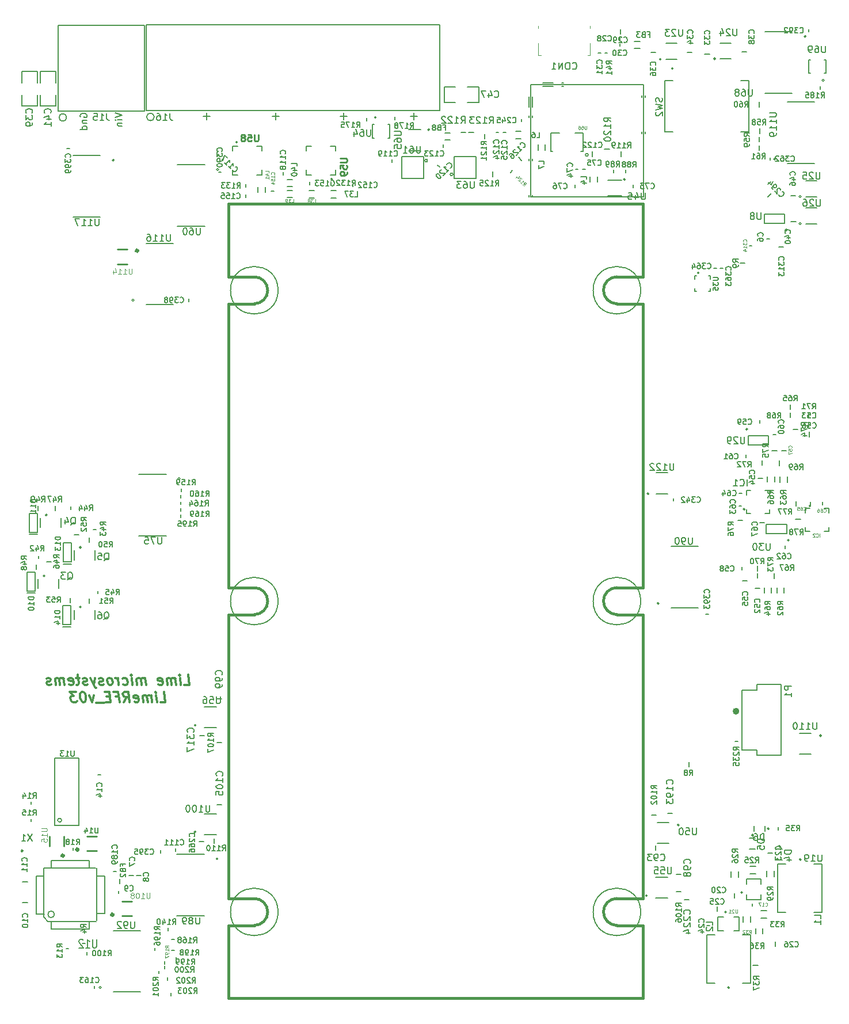
<source format=gbo>
G04 #@! TF.FileFunction,Legend,Bot*
%FSLAX46Y46*%
G04 Gerber Fmt 4.6, Leading zero omitted, Abs format (unit mm)*
G04 Created by KiCad (PCBNEW 4.0.7) date Tue Jun  4 16:27:17 2019*
%MOMM*%
%LPD*%
G01*
G04 APERTURE LIST*
%ADD10C,0.150000*%
%ADD11C,0.300000*%
%ADD12C,0.200000*%
%ADD13C,0.400000*%
%ADD14C,0.152400*%
%ADD15C,0.195580*%
%ADD16C,0.200660*%
%ADD17C,0.127000*%
%ADD18C,0.120000*%
%ADD19C,0.500000*%
%ADD20C,0.250000*%
%ADD21C,0.125000*%
%ADD22C,0.203200*%
G04 APERTURE END LIST*
D10*
D11*
X61040486Y-130052151D02*
X61754772Y-130052151D01*
X61567272Y-128552151D01*
X60540486Y-130052151D02*
X60415486Y-129052151D01*
X60352986Y-128552151D02*
X60433344Y-128623580D01*
X60370844Y-128695009D01*
X60290487Y-128623580D01*
X60352986Y-128552151D01*
X60370844Y-128695009D01*
X59826200Y-130052151D02*
X59701200Y-129052151D01*
X59719058Y-129195009D02*
X59638701Y-129123580D01*
X59486914Y-129052151D01*
X59272629Y-129052151D01*
X59138701Y-129123580D01*
X59085129Y-129266437D01*
X59183343Y-130052151D01*
X59085129Y-129266437D02*
X58995843Y-129123580D01*
X58844057Y-129052151D01*
X58629772Y-129052151D01*
X58495843Y-129123580D01*
X58442272Y-129266437D01*
X58540486Y-130052151D01*
X57245844Y-129980723D02*
X57397629Y-130052151D01*
X57683343Y-130052151D01*
X57817272Y-129980723D01*
X57870844Y-129837866D01*
X57799415Y-129266437D01*
X57710129Y-129123580D01*
X57558343Y-129052151D01*
X57272629Y-129052151D01*
X57138701Y-129123580D01*
X57085129Y-129266437D01*
X57102986Y-129409294D01*
X57835129Y-129552151D01*
X55397629Y-130052151D02*
X55272629Y-129052151D01*
X55290487Y-129195009D02*
X55210130Y-129123580D01*
X55058343Y-129052151D01*
X54844058Y-129052151D01*
X54710130Y-129123580D01*
X54656558Y-129266437D01*
X54754772Y-130052151D01*
X54656558Y-129266437D02*
X54567272Y-129123580D01*
X54415486Y-129052151D01*
X54201201Y-129052151D01*
X54067272Y-129123580D01*
X54013701Y-129266437D01*
X54111915Y-130052151D01*
X53397629Y-130052151D02*
X53272629Y-129052151D01*
X53210129Y-128552151D02*
X53290487Y-128623580D01*
X53227987Y-128695009D01*
X53147630Y-128623580D01*
X53210129Y-128552151D01*
X53227987Y-128695009D01*
X52031558Y-129980723D02*
X52183343Y-130052151D01*
X52469057Y-130052151D01*
X52602987Y-129980723D01*
X52665486Y-129909294D01*
X52719058Y-129766437D01*
X52665487Y-129337866D01*
X52576201Y-129195009D01*
X52495844Y-129123580D01*
X52344057Y-129052151D01*
X52058343Y-129052151D01*
X51924415Y-129123580D01*
X51397629Y-130052151D02*
X51272629Y-129052151D01*
X51308344Y-129337866D02*
X51219059Y-129195009D01*
X51138701Y-129123580D01*
X50986915Y-129052151D01*
X50844058Y-129052151D01*
X50254772Y-130052151D02*
X50388702Y-129980723D01*
X50451201Y-129909294D01*
X50504773Y-129766437D01*
X50451202Y-129337866D01*
X50361916Y-129195009D01*
X50281559Y-129123580D01*
X50129772Y-129052151D01*
X49915487Y-129052151D01*
X49781559Y-129123580D01*
X49719059Y-129195009D01*
X49665487Y-129337866D01*
X49719058Y-129766437D01*
X49808344Y-129909294D01*
X49888702Y-129980723D01*
X50040487Y-130052151D01*
X50254772Y-130052151D01*
X49174416Y-129980723D02*
X49040487Y-130052151D01*
X48754772Y-130052151D01*
X48602987Y-129980723D01*
X48513702Y-129837866D01*
X48504773Y-129766437D01*
X48558344Y-129623580D01*
X48692272Y-129552151D01*
X48906558Y-129552151D01*
X49040487Y-129480723D01*
X49094059Y-129337866D01*
X49085130Y-129266437D01*
X48995844Y-129123580D01*
X48844058Y-129052151D01*
X48629772Y-129052151D01*
X48495844Y-129123580D01*
X47915486Y-129052151D02*
X47683343Y-130052151D01*
X47201201Y-129052151D02*
X47683343Y-130052151D01*
X47870844Y-130409294D01*
X47951201Y-130480723D01*
X48102986Y-130552151D01*
X46817273Y-129980723D02*
X46683344Y-130052151D01*
X46397629Y-130052151D01*
X46245844Y-129980723D01*
X46156559Y-129837866D01*
X46147630Y-129766437D01*
X46201201Y-129623580D01*
X46335129Y-129552151D01*
X46549415Y-129552151D01*
X46683344Y-129480723D01*
X46736916Y-129337866D01*
X46727987Y-129266437D01*
X46638701Y-129123580D01*
X46486915Y-129052151D01*
X46272629Y-129052151D01*
X46138701Y-129123580D01*
X45629772Y-129052151D02*
X45058343Y-129052151D01*
X45352986Y-128552151D02*
X45513701Y-129837866D01*
X45460130Y-129980723D01*
X45326200Y-130052151D01*
X45183343Y-130052151D01*
X44102987Y-129980723D02*
X44254772Y-130052151D01*
X44540486Y-130052151D01*
X44674415Y-129980723D01*
X44727987Y-129837866D01*
X44656558Y-129266437D01*
X44567272Y-129123580D01*
X44415486Y-129052151D01*
X44129772Y-129052151D01*
X43995844Y-129123580D01*
X43942272Y-129266437D01*
X43960129Y-129409294D01*
X44692272Y-129552151D01*
X43397629Y-130052151D02*
X43272629Y-129052151D01*
X43290487Y-129195009D02*
X43210130Y-129123580D01*
X43058343Y-129052151D01*
X42844058Y-129052151D01*
X42710130Y-129123580D01*
X42656558Y-129266437D01*
X42754772Y-130052151D01*
X42656558Y-129266437D02*
X42567272Y-129123580D01*
X42415486Y-129052151D01*
X42201201Y-129052151D01*
X42067272Y-129123580D01*
X42013701Y-129266437D01*
X42111915Y-130052151D01*
X41460130Y-129980723D02*
X41326201Y-130052151D01*
X41040486Y-130052151D01*
X40888701Y-129980723D01*
X40799416Y-129837866D01*
X40790487Y-129766437D01*
X40844058Y-129623580D01*
X40977986Y-129552151D01*
X41192272Y-129552151D01*
X41326201Y-129480723D01*
X41379773Y-129337866D01*
X41370844Y-129266437D01*
X41281558Y-129123580D01*
X41129772Y-129052151D01*
X40915486Y-129052151D01*
X40781558Y-129123580D01*
X57504771Y-132602151D02*
X58219057Y-132602151D01*
X58031557Y-131102151D01*
X57004771Y-132602151D02*
X56879771Y-131602151D01*
X56817271Y-131102151D02*
X56897629Y-131173580D01*
X56835129Y-131245009D01*
X56754772Y-131173580D01*
X56817271Y-131102151D01*
X56835129Y-131245009D01*
X56290485Y-132602151D02*
X56165485Y-131602151D01*
X56183343Y-131745009D02*
X56102986Y-131673580D01*
X55951199Y-131602151D01*
X55736914Y-131602151D01*
X55602986Y-131673580D01*
X55549414Y-131816437D01*
X55647628Y-132602151D01*
X55549414Y-131816437D02*
X55460128Y-131673580D01*
X55308342Y-131602151D01*
X55094057Y-131602151D01*
X54960128Y-131673580D01*
X54906557Y-131816437D01*
X55004771Y-132602151D01*
X53710129Y-132530723D02*
X53861914Y-132602151D01*
X54147628Y-132602151D01*
X54281557Y-132530723D01*
X54335129Y-132387866D01*
X54263700Y-131816437D01*
X54174414Y-131673580D01*
X54022628Y-131602151D01*
X53736914Y-131602151D01*
X53602986Y-131673580D01*
X53549414Y-131816437D01*
X53567271Y-131959294D01*
X54299414Y-132102151D01*
X52147628Y-132602151D02*
X52558343Y-131887866D01*
X53004771Y-132602151D02*
X52817271Y-131102151D01*
X52245843Y-131102151D01*
X52111914Y-131173580D01*
X52049415Y-131245009D01*
X51995843Y-131387866D01*
X52022628Y-131602151D01*
X52111915Y-131745009D01*
X52192271Y-131816437D01*
X52344058Y-131887866D01*
X52915486Y-131887866D01*
X50906557Y-131816437D02*
X51406557Y-131816437D01*
X51504771Y-132602151D02*
X51317271Y-131102151D01*
X50602985Y-131102151D01*
X50120843Y-131816437D02*
X49620843Y-131816437D01*
X49504771Y-132602151D02*
X50219057Y-132602151D01*
X50031557Y-131102151D01*
X49317271Y-131102151D01*
X49236915Y-132745009D02*
X48094058Y-132745009D01*
X47736914Y-131602151D02*
X47504771Y-132602151D01*
X47022629Y-131602151D01*
X46102986Y-131102151D02*
X45960129Y-131102151D01*
X45826201Y-131173580D01*
X45763701Y-131245009D01*
X45710129Y-131387866D01*
X45674415Y-131673580D01*
X45719058Y-132030723D01*
X45826200Y-132316437D01*
X45915486Y-132459294D01*
X45995844Y-132530723D01*
X46147629Y-132602151D01*
X46290486Y-132602151D01*
X46424415Y-132530723D01*
X46486915Y-132459294D01*
X46540486Y-132316437D01*
X46576201Y-132030723D01*
X46531558Y-131673580D01*
X46424415Y-131387866D01*
X46335130Y-131245009D01*
X46254772Y-131173580D01*
X46102986Y-131102151D01*
X45102986Y-131102151D02*
X44174415Y-131102151D01*
X44745844Y-131673580D01*
X44531558Y-131673580D01*
X44397630Y-131745009D01*
X44335129Y-131816437D01*
X44281558Y-131959294D01*
X44326201Y-132316437D01*
X44415486Y-132459294D01*
X44495844Y-132530723D01*
X44647629Y-132602151D01*
X45076201Y-132602151D01*
X45210130Y-132530723D01*
X45272629Y-132459294D01*
D12*
X128166540Y-72031680D02*
G75*
G03X128166540Y-72031680I-3500000J0D01*
G01*
X74826540Y-72031680D02*
G75*
G03X74826540Y-72031680I-3500000J0D01*
G01*
X128166540Y-163471680D02*
G75*
G03X128166540Y-163471680I-3500000J0D01*
G01*
X74826540Y-163471680D02*
G75*
G03X74826540Y-163471680I-3500000J0D01*
G01*
X128166540Y-117751680D02*
G75*
G03X128166540Y-117751680I-3500000J0D01*
G01*
X74826540Y-117751680D02*
G75*
G03X74826540Y-117751680I-3500000J0D01*
G01*
D13*
X122686540Y-72031680D02*
G75*
G03X124666540Y-74011680I1980000J0D01*
G01*
X122686540Y-117751680D02*
G75*
G03X124666540Y-119731680I1980000J0D01*
G01*
X122686540Y-163471680D02*
G75*
G03X124666540Y-165451680I1980000J0D01*
G01*
X73306540Y-163471680D02*
G75*
G03X71326540Y-161491680I-1980000J0D01*
G01*
X73306540Y-117751680D02*
G75*
G03X71326540Y-115771680I-1980000J0D01*
G01*
X73306540Y-72031680D02*
G75*
G03X71326540Y-70051680I-1980000J0D01*
G01*
X73306540Y-72031680D02*
G75*
G02X71326540Y-74011680I-1980000J0D01*
G01*
X73306540Y-117751680D02*
G75*
G02X71326540Y-119731680I-1980000J0D01*
G01*
X73306540Y-163471680D02*
G75*
G02X71326540Y-165451680I-1980000J0D01*
G01*
X122686540Y-163471680D02*
G75*
G02X124666540Y-161491680I1980000J0D01*
G01*
X122686540Y-72031680D02*
G75*
G02X124666540Y-70051680I1980000J0D01*
G01*
X122686540Y-117751680D02*
G75*
G02X124666540Y-115771680I1980000J0D01*
G01*
X67516540Y-70051680D02*
X71326540Y-70051680D01*
X67516540Y-74011680D02*
X71326540Y-74011680D01*
X67516540Y-115771680D02*
X71326540Y-115771680D01*
X67516540Y-119731680D02*
X71326540Y-119731680D01*
X67516540Y-161491680D02*
X71326540Y-161491680D01*
X67516540Y-165451680D02*
X71326540Y-165451680D01*
X124666540Y-165451680D02*
X128476540Y-165451680D01*
X124666540Y-161491680D02*
X128476540Y-161491680D01*
X124666540Y-119731680D02*
X128476540Y-119731680D01*
X124666540Y-115771680D02*
X128476540Y-115771680D01*
X124666540Y-74011680D02*
X128476540Y-74011680D01*
X124666540Y-70051680D02*
X128476540Y-70051680D01*
X67516540Y-59331680D02*
X67516540Y-70051680D01*
X67516540Y-74011680D02*
X67516540Y-115771680D01*
X67516540Y-119731680D02*
X67516540Y-161491680D01*
X67516540Y-165451680D02*
X67516540Y-176171680D01*
X128476540Y-165451680D02*
X128476540Y-176171680D01*
X128476540Y-119731680D02*
X128476540Y-161491680D01*
X128476540Y-74011680D02*
X128476540Y-115771680D01*
X128476540Y-59331680D02*
X128476540Y-70051680D01*
X67516540Y-176171680D02*
X128476540Y-176171680D01*
X67516540Y-59331680D02*
X128476540Y-59331680D01*
D12*
X94268980Y-46472980D02*
X95284980Y-46472980D01*
X94776980Y-46980980D02*
X94776980Y-45964980D01*
X84489980Y-46980980D02*
X84489980Y-45964980D01*
X83981980Y-46472980D02*
X84997980Y-46472980D01*
X73948980Y-46472980D02*
X74964980Y-46472980D01*
X74456980Y-46980980D02*
X74456980Y-45964980D01*
X64296980Y-46980980D02*
X64296980Y-45964980D01*
X63788980Y-46472980D02*
X64804980Y-46472980D01*
X56600248Y-46536980D02*
G75*
G03X56600248Y-46536980I-552268J0D01*
G01*
D10*
X98596980Y-45597980D02*
X98596980Y-32997980D01*
X55396980Y-32997980D02*
X98596980Y-32997980D01*
X55396980Y-45597980D02*
X55396980Y-32997980D01*
X55396980Y-45597980D02*
X98596980Y-45597980D01*
D12*
X43708648Y-46603780D02*
G75*
G03X43708648Y-46603780I-552268J0D01*
G01*
D10*
X55188380Y-45648780D02*
X55188380Y-33048780D01*
X42468380Y-33048780D02*
X55188380Y-33048780D01*
X42468380Y-45648780D02*
X42468380Y-33048780D01*
X42468380Y-45648780D02*
X55188380Y-45648780D01*
X153634080Y-156448280D02*
X154834080Y-156448280D01*
X153634080Y-163548280D02*
X154834080Y-163548280D01*
X148334080Y-163548280D02*
X149534080Y-163548280D01*
X148334080Y-156448280D02*
X149534080Y-156448280D01*
X154834080Y-156448280D02*
X154834080Y-163548280D01*
X148334080Y-156448280D02*
X148334080Y-163548280D01*
D14*
X151770057Y-155758560D02*
G75*
G03X151770057Y-155758560I-146017J0D01*
G01*
D10*
X131680780Y-48698980D02*
X131680780Y-41198980D01*
X142880780Y-41198980D02*
X144080780Y-41198980D01*
X142880780Y-48698980D02*
X144080780Y-48698980D01*
X131680780Y-48698980D02*
X132880780Y-48698980D01*
X144080780Y-48698980D02*
X144080780Y-41198980D01*
X131680780Y-41198980D02*
X132880780Y-41198980D01*
D14*
X132966757Y-39409260D02*
G75*
G03X132966757Y-39409260I-146017J0D01*
G01*
D10*
X63978820Y-149013180D02*
X65728820Y-149013180D01*
X63978820Y-152063180D02*
X65728820Y-152063180D01*
D14*
X62760117Y-151698220D02*
G75*
G03X62760117Y-151698220I-146017J0D01*
G01*
D10*
X63999140Y-133328680D02*
X65749140Y-133328680D01*
X63999140Y-136378680D02*
X65749140Y-136378680D01*
D14*
X62780437Y-136013720D02*
G75*
G03X62780437Y-136013720I-146017J0D01*
G01*
D12*
X120449805Y-52108500D02*
G75*
G03X120449805Y-52108500I-200805J0D01*
G01*
D10*
X119378000Y-51630000D02*
X119728000Y-51630000D01*
X119728000Y-51630000D02*
X119728000Y-48880000D01*
X119728000Y-48880000D02*
X118478000Y-48880000D01*
X115228000Y-51630000D02*
X114928000Y-51630000D01*
X114928000Y-51630000D02*
X114928000Y-48880000D01*
X114928000Y-48880000D02*
X116178000Y-48880000D01*
D15*
X106378000Y-55287980D02*
X106378000Y-54592020D01*
X102880020Y-48800000D02*
X103575980Y-48800000D01*
X101710020Y-48800000D02*
X102405980Y-48800000D01*
X105188000Y-49042020D02*
X105188000Y-49737980D01*
X122860020Y-51300000D02*
X123555980Y-51300000D01*
X125308000Y-52337980D02*
X125308000Y-51642020D01*
D16*
X113047200Y-51392960D02*
X113047200Y-50595400D01*
X114124160Y-51392960D02*
X114124160Y-50595400D01*
X110542760Y-49741960D02*
X109745200Y-49741960D01*
X110542760Y-48665000D02*
X109745200Y-48665000D01*
X99329220Y-48874220D02*
X100126780Y-48874220D01*
X99329220Y-49951180D02*
X100126780Y-49951180D01*
D15*
X110664059Y-52946059D02*
X110171941Y-52453941D01*
X107909880Y-48800000D02*
X108306120Y-48800000D01*
X106879880Y-48790000D02*
X107276120Y-48790000D01*
X99120380Y-51014500D02*
X99120380Y-50618260D01*
X121058000Y-52327980D02*
X121058000Y-51632020D01*
X91558000Y-53198120D02*
X91558000Y-52801880D01*
X75548000Y-55058120D02*
X75548000Y-54661880D01*
X66098092Y-51509908D02*
X65817908Y-51790092D01*
X147086120Y-64510000D02*
X146689880Y-64510000D01*
X150603640Y-92469840D02*
X151299600Y-92469840D01*
X133398560Y-160501680D02*
X134094520Y-160501680D01*
X129778560Y-149191680D02*
X130474520Y-149191680D01*
X130366540Y-154409660D02*
X130366540Y-153713700D01*
X132158560Y-149011680D02*
X132854520Y-149011680D01*
X134598560Y-161701680D02*
X135294520Y-161701680D01*
X134093640Y-157984060D02*
X133397680Y-157984060D01*
X66517520Y-132130800D02*
X65821560Y-132130800D01*
X66527680Y-147678140D02*
X65831720Y-147678140D01*
X63886080Y-153156920D02*
X63190120Y-153156920D01*
X63985140Y-137535920D02*
X63289180Y-137535920D01*
X132973500Y-103018460D02*
X132973500Y-102622220D01*
X66550540Y-138582400D02*
X65854580Y-138582400D01*
X65389760Y-153355040D02*
X65389760Y-152659080D01*
X135239180Y-141400400D02*
X135239180Y-142096360D01*
D16*
X148203340Y-116579520D02*
X148203340Y-115781960D01*
X149280300Y-116579520D02*
X149280300Y-115781960D01*
X148683400Y-100270180D02*
X148683400Y-99472620D01*
X149760360Y-100270180D02*
X149760360Y-99472620D01*
X146336440Y-116554120D02*
X146336440Y-115756560D01*
X147413400Y-116554120D02*
X147413400Y-115756560D01*
X146793640Y-100239700D02*
X146793640Y-99442140D01*
X147870600Y-100239700D02*
X147870600Y-99442140D01*
D15*
X147840120Y-113699160D02*
X147840120Y-114395120D01*
X148525920Y-97100260D02*
X148525920Y-97796220D01*
X145325520Y-112594260D02*
X145325520Y-113290220D01*
X152887100Y-90745180D02*
X152887100Y-90049220D01*
X145998620Y-97074860D02*
X145998620Y-97770820D01*
X145312820Y-113686460D02*
X145312820Y-114382420D01*
X148188100Y-95606740D02*
X147492140Y-95606740D01*
X142455320Y-105906440D02*
X143151280Y-105906440D01*
X150174380Y-89546300D02*
X150174380Y-88850340D01*
X150179460Y-90740100D02*
X150179460Y-90044140D01*
X150982100Y-103048940D02*
X150982100Y-103744900D01*
X151665360Y-105708320D02*
X150969400Y-105708320D01*
X143511960Y-68062980D02*
X142816000Y-68062980D01*
X53590880Y-158111060D02*
X52894920Y-158111060D01*
X54662760Y-158105980D02*
X53966800Y-158105980D01*
X51330280Y-160384360D02*
X51330280Y-160780600D01*
X37266300Y-162106480D02*
X37962260Y-162106480D01*
X37962260Y-159058480D02*
X37266300Y-159058480D01*
X48338160Y-143310480D02*
X48734400Y-143310480D01*
X144560980Y-162238560D02*
X144560980Y-162634800D01*
X137906180Y-165497380D02*
X138302420Y-165497380D01*
X125117280Y-34781360D02*
X125117280Y-35177600D01*
X125117280Y-35733860D02*
X125117280Y-36130100D01*
X122318200Y-37151180D02*
X121921960Y-37151180D01*
X138292260Y-37265480D02*
X137596300Y-37265480D01*
X135688760Y-37074980D02*
X134992800Y-37074980D01*
X130354760Y-37074980D02*
X129658800Y-37074980D01*
X143753260Y-36947980D02*
X143057300Y-36947980D01*
D17*
X37106280Y-39868980D02*
X39392280Y-39868980D01*
X39392280Y-39868980D02*
X39392280Y-41519980D01*
X37106280Y-43297980D02*
X37106280Y-44948980D01*
X37106280Y-44948980D02*
X39392280Y-44948980D01*
X39392280Y-44948980D02*
X39392280Y-43297980D01*
X37106280Y-41519980D02*
X37106280Y-39868980D01*
D15*
X150992260Y-61903480D02*
X150296300Y-61903480D01*
D17*
X39836780Y-39868980D02*
X42122780Y-39868980D01*
X42122780Y-39868980D02*
X42122780Y-41519980D01*
X39836780Y-43297980D02*
X39836780Y-44948980D01*
X39836780Y-44948980D02*
X42122780Y-44948980D01*
X42122780Y-44948980D02*
X42122780Y-43297980D01*
X39836780Y-41519980D02*
X39836780Y-39868980D01*
D15*
X150928760Y-58093480D02*
X150232800Y-58093480D01*
D17*
X99272780Y-44377480D02*
X99272780Y-42091480D01*
X99272780Y-42091480D02*
X100923780Y-42091480D01*
X102701780Y-44377480D02*
X104352780Y-44377480D01*
X104352780Y-44377480D02*
X104352780Y-42091480D01*
X104352780Y-42091480D02*
X102701780Y-42091480D01*
X100923780Y-44377480D02*
X99272780Y-44377480D01*
D18*
X120735780Y-37495780D02*
X120355780Y-37495780D01*
X120735780Y-33445780D02*
X120735780Y-33185780D01*
X120735780Y-37495780D02*
X120735780Y-35725780D01*
X113115780Y-37495780D02*
X113495780Y-37495780D01*
X113115780Y-35725780D02*
X113115780Y-37495780D01*
X113115780Y-33185780D02*
X113115780Y-33445780D01*
D16*
X127258500Y-35406200D02*
X128056060Y-35406200D01*
X127258500Y-36483160D02*
X128056060Y-36483160D01*
D15*
X44035400Y-168900980D02*
X43639160Y-168900980D01*
X38503280Y-147239860D02*
X38503280Y-147636100D01*
X38503280Y-149779860D02*
X38503280Y-150176100D01*
D16*
X144251100Y-156754700D02*
X145048660Y-156754700D01*
X144251100Y-157831660D02*
X145048660Y-157831660D01*
X142559460Y-157529400D02*
X142559460Y-158326960D01*
X141482500Y-157529400D02*
X141482500Y-158326960D01*
X147804560Y-157465900D02*
X147804560Y-158263460D01*
X146727600Y-157465900D02*
X146727600Y-158263460D01*
X144312060Y-164133400D02*
X144312060Y-164930960D01*
X143235100Y-164133400D02*
X143235100Y-164930960D01*
X145889400Y-163269800D02*
X146686960Y-163269800D01*
X145889400Y-164346760D02*
X146686960Y-164346760D01*
D15*
X148370980Y-151395300D02*
X148370980Y-150999060D01*
D16*
X146140860Y-165886000D02*
X146140860Y-166683560D01*
X145063900Y-165886000D02*
X145063900Y-166683560D01*
D15*
X123270700Y-37151180D02*
X122874460Y-37151180D01*
X41454760Y-112004980D02*
X40758800Y-112004980D01*
X42059280Y-104415460D02*
X42059280Y-103719500D01*
X39265280Y-113051460D02*
X39265280Y-112355500D01*
X39519280Y-104415460D02*
X39519280Y-103719500D01*
X47075780Y-109114460D02*
X47075780Y-108418500D01*
X47075780Y-118067960D02*
X47075780Y-117372000D01*
X45518760Y-108004480D02*
X44822800Y-108004480D01*
X44281780Y-118004460D02*
X44281780Y-117308500D01*
X145653180Y-48954560D02*
X145653180Y-48258600D01*
X145627780Y-50173760D02*
X145627780Y-49477800D01*
X145627780Y-45042960D02*
X145627780Y-44347000D01*
X145627780Y-51418360D02*
X145627780Y-50722400D01*
D14*
X49310980Y-158194880D02*
X48167980Y-158194880D01*
X49310980Y-163732080D02*
X48193380Y-163732080D01*
X49310980Y-158194880D02*
X49310980Y-163732080D01*
X47075780Y-157001080D02*
X47075780Y-155908880D01*
X41462380Y-156975680D02*
X41462380Y-155908880D01*
X41436980Y-155908880D02*
X47075780Y-155883480D01*
X41487780Y-165992680D02*
X46999580Y-166018080D01*
X40395580Y-164240080D02*
X40395580Y-157051880D01*
X47024980Y-165992680D02*
X47024980Y-164951280D01*
X41030580Y-164849680D02*
X48091780Y-164849680D01*
X48142580Y-157026480D02*
X48142580Y-164748080D01*
X40395580Y-157026480D02*
X48015580Y-157026480D01*
X39252580Y-163808280D02*
X39252580Y-158169480D01*
X39252580Y-158169480D02*
X40395580Y-158169480D01*
X40405740Y-164265480D02*
X40989940Y-164849680D01*
X39257660Y-163808280D02*
X40405740Y-163808280D01*
X41487780Y-164849680D02*
X41487780Y-165997760D01*
X41921306Y-163823520D02*
G75*
G03X41921306Y-163823520I-479246J0D01*
G01*
D17*
X45488280Y-150739980D02*
X41932280Y-150739980D01*
X45488280Y-140833980D02*
X41932280Y-140833980D01*
X45488280Y-140833980D02*
X45488280Y-150739980D01*
X41932280Y-150739980D02*
X41932280Y-140833980D01*
X42978261Y-149977980D02*
G75*
G03X42978261Y-149977980I-283981J0D01*
G01*
D15*
X50636860Y-157496380D02*
X51033100Y-157496380D01*
D12*
X111998580Y-58334380D02*
X128558580Y-58334380D01*
X128558580Y-58334380D02*
X128558580Y-41774380D01*
X111998580Y-41774380D02*
X128558580Y-41774380D01*
X111998580Y-58334380D02*
X111998580Y-41774380D01*
X128304980Y-48758980D02*
X128304980Y-49012980D01*
X128812980Y-48758980D02*
X128812980Y-49012980D01*
X128304980Y-43678980D02*
X128304980Y-43424980D01*
X128812980Y-43678980D02*
X128812980Y-43424980D01*
X111744180Y-58004580D02*
X111744180Y-58258580D01*
X112252180Y-58004580D02*
X112252180Y-58258580D01*
X111744180Y-52924580D02*
X111744180Y-52670580D01*
X112252180Y-52924580D02*
X112252180Y-52670580D01*
X111744180Y-46345980D02*
X111744180Y-46599980D01*
X112252180Y-46345980D02*
X112252180Y-46599980D01*
X116570180Y-41519980D02*
X116824180Y-41519980D01*
X116570180Y-42027980D02*
X116824180Y-42027980D01*
X111744180Y-43551980D02*
X111744180Y-45075980D01*
X112252180Y-45075980D02*
X112252180Y-43551980D01*
X115300180Y-41519980D02*
X113776180Y-41519980D01*
X113776180Y-42027980D02*
X115300180Y-42027980D01*
D15*
X144975000Y-115888640D02*
X145670960Y-115888640D01*
X152902340Y-92071060D02*
X152902340Y-91375100D01*
X145452520Y-99693600D02*
X146148480Y-99693600D01*
X143161440Y-114783740D02*
X143857400Y-114783740D01*
X152927740Y-93564580D02*
X152927740Y-92868620D01*
X148871360Y-95588960D02*
X149567320Y-95588960D01*
X143090320Y-112769520D02*
X143090320Y-113165760D01*
X145681120Y-91179520D02*
X145681120Y-91575760D01*
X148050940Y-93295340D02*
X147654700Y-93295340D01*
X143692300Y-96264600D02*
X143692300Y-96660840D01*
X149366660Y-109630080D02*
X149366660Y-110026320D01*
X143011580Y-103747440D02*
X142615340Y-103747440D01*
X142625500Y-101883080D02*
X143021740Y-101883080D01*
X153141100Y-103589960D02*
X153141100Y-103193720D01*
X154939420Y-103198800D02*
X154939420Y-103595040D01*
X146341520Y-106226480D02*
X145645560Y-106226480D01*
X127038000Y-56521880D02*
X127038000Y-56918120D01*
X118966120Y-54200000D02*
X118569880Y-54200000D01*
X119996120Y-54190000D02*
X119599880Y-54190000D01*
X118528000Y-56511880D02*
X118528000Y-56908120D01*
X59750380Y-154174060D02*
X59750380Y-154570300D01*
X47837780Y-174750600D02*
X47837780Y-174354360D01*
D12*
X37903280Y-116562480D02*
X39103280Y-116562480D01*
X37903280Y-113462480D02*
X39103280Y-113462480D01*
X39103280Y-113462480D02*
X39103280Y-116262480D01*
X39103280Y-116262480D02*
X37903280Y-116262480D01*
X37903280Y-116262480D02*
X37903280Y-113462480D01*
X38220780Y-107926480D02*
X39420780Y-107926480D01*
X38220780Y-104826480D02*
X39420780Y-104826480D01*
X39420780Y-104826480D02*
X39420780Y-107626480D01*
X39420780Y-107626480D02*
X38220780Y-107626480D01*
X38220780Y-107626480D02*
X38220780Y-104826480D01*
X43237280Y-112307980D02*
X44437280Y-112307980D01*
X43237280Y-109207980D02*
X44437280Y-109207980D01*
X44437280Y-109207980D02*
X44437280Y-112007980D01*
X44437280Y-112007980D02*
X43237280Y-112007980D01*
X43237280Y-112007980D02*
X43237280Y-109207980D01*
X43173780Y-121515480D02*
X44373780Y-121515480D01*
X43173780Y-118415480D02*
X44373780Y-118415480D01*
X44373780Y-118415480D02*
X44373780Y-121215480D01*
X44373780Y-121215480D02*
X43173780Y-121215480D01*
X43173780Y-121215480D02*
X43173780Y-118415480D01*
D15*
X51495380Y-159317560D02*
X51495380Y-158621600D01*
D10*
X147109340Y-101483560D02*
X146459340Y-101483560D01*
X144359340Y-101483560D02*
X143709340Y-101483560D01*
X147109340Y-102133560D02*
X147109340Y-101483560D01*
X143709340Y-102133560D02*
X143709340Y-101483560D01*
X143709340Y-104883560D02*
X143709340Y-104233560D01*
X144359340Y-104883560D02*
X143709340Y-104883560D01*
X147109340Y-104883560D02*
X147109340Y-104233560D01*
X147109340Y-104883560D02*
X146459340Y-104883560D01*
D14*
X143515637Y-104243600D02*
G75*
G03X143515637Y-104243600I-146017J0D01*
G01*
D10*
X155806300Y-107504840D02*
X155806300Y-106854840D01*
X155806300Y-104754840D02*
X155806300Y-104104840D01*
X155156300Y-107504840D02*
X155806300Y-107504840D01*
X155156300Y-104104840D02*
X155806300Y-104104840D01*
X152406300Y-104104840D02*
X153056300Y-104104840D01*
X152406300Y-104754840D02*
X152406300Y-104104840D01*
X152406300Y-107504840D02*
X153056300Y-107504840D01*
X152406300Y-107504840D02*
X152406300Y-106854840D01*
D14*
X153192277Y-103765120D02*
G75*
G03X153192277Y-103765120I-146017J0D01*
G01*
D10*
X139069280Y-173911480D02*
X137869280Y-173911480D01*
X139069280Y-166811480D02*
X137869280Y-166811480D01*
X144369280Y-166811480D02*
X143169280Y-166811480D01*
X144369280Y-173911480D02*
X143169280Y-173911480D01*
X137869280Y-173911480D02*
X137869280Y-166811480D01*
X144369280Y-173911480D02*
X144369280Y-166811480D01*
D14*
X141225337Y-174601200D02*
G75*
G03X141225337Y-174601200I-146017J0D01*
G01*
D16*
X120692220Y-56118780D02*
X120692220Y-55321220D01*
X121769180Y-56118780D02*
X121769180Y-55321220D01*
X83390160Y-58428760D02*
X82592600Y-58428760D01*
X83390160Y-57351800D02*
X82592600Y-57351800D01*
X80189760Y-58454160D02*
X79392200Y-58454160D01*
X80189760Y-57377200D02*
X79392200Y-57377200D01*
X76938560Y-58403360D02*
X76141000Y-58403360D01*
X76938560Y-57326400D02*
X76141000Y-57326400D01*
X76938560Y-56803160D02*
X76141000Y-56803160D01*
X76938560Y-55726200D02*
X76141000Y-55726200D01*
X71852220Y-57618780D02*
X71852220Y-56821220D01*
X72929180Y-57618780D02*
X72929180Y-56821220D01*
D12*
X145274780Y-140420580D02*
X145274780Y-139620580D01*
X145274780Y-139620580D02*
X143224780Y-139620580D01*
X143224780Y-139620580D02*
X143024780Y-139620580D01*
X143024780Y-139620580D02*
X143024780Y-135920580D01*
X143024780Y-135920580D02*
X143024780Y-130820580D01*
X143024780Y-130820580D02*
X145274780Y-130820580D01*
X145274780Y-130820580D02*
X145274780Y-130020580D01*
X145274780Y-130020580D02*
X148824780Y-130020580D01*
X148824780Y-140420580D02*
X145324780Y-140420580D01*
X145324780Y-140420580D02*
X145274780Y-140420580D01*
X148824780Y-130020580D02*
X148824780Y-140420580D01*
D19*
X142425229Y-133956220D02*
G75*
G03X142425229Y-133956220I-244369J0D01*
G01*
D10*
X42543280Y-114479980D02*
X42543280Y-115879980D01*
X39543280Y-114479980D02*
X39543280Y-115879980D01*
D14*
X40549577Y-114040020D02*
G75*
G03X40549577Y-114040020I-146017J0D01*
G01*
D10*
X42860780Y-105526480D02*
X42860780Y-106926480D01*
X39860780Y-105526480D02*
X39860780Y-106926480D01*
D14*
X40867077Y-105086520D02*
G75*
G03X40867077Y-105086520I-146017J0D01*
G01*
D10*
X47877280Y-110288980D02*
X47877280Y-111688980D01*
X44877280Y-110288980D02*
X44877280Y-111688980D01*
D14*
X45883577Y-109849020D02*
G75*
G03X45883577Y-109849020I-146017J0D01*
G01*
D10*
X47877280Y-119051980D02*
X47877280Y-120451980D01*
X44877280Y-119051980D02*
X44877280Y-120451980D01*
D14*
X45883577Y-118612020D02*
G75*
G03X45883577Y-118612020I-146017J0D01*
G01*
D15*
X44662780Y-154430600D02*
X44662780Y-154034360D01*
X39582780Y-111108360D02*
X39582780Y-111504600D01*
X48035900Y-107242480D02*
X47639660Y-107242480D01*
X44345280Y-104265600D02*
X44345280Y-103869360D01*
X48282280Y-116648100D02*
X48282280Y-116251860D01*
X125968180Y-54326660D02*
X125968180Y-54722900D01*
X124139380Y-54722900D02*
X124139380Y-54326660D01*
X58620080Y-165819960D02*
X58620080Y-166216200D01*
X60558100Y-101606220D02*
X60558100Y-101209980D01*
X60547940Y-102571420D02*
X60547940Y-102175180D01*
X60537780Y-103536620D02*
X60537780Y-103140380D01*
X59567500Y-167478580D02*
X59171260Y-167478580D01*
X60537780Y-104481500D02*
X60537780Y-104085260D01*
X87868180Y-47077500D02*
X87868180Y-46681260D01*
X92033780Y-46925100D02*
X92033780Y-46528860D01*
X154593980Y-42058460D02*
X154593980Y-42454700D01*
X60532700Y-105441620D02*
X60532700Y-105045380D01*
X56737940Y-169154980D02*
X56737940Y-168758740D01*
X59166180Y-169129580D02*
X59562420Y-169129580D01*
X59813880Y-170125260D02*
X59813880Y-170521500D01*
X58175580Y-170729780D02*
X58175580Y-171126020D01*
X58175580Y-171829600D02*
X58175580Y-171433360D01*
X57286580Y-172131860D02*
X57286580Y-172528100D01*
X58526100Y-173488220D02*
X58526100Y-173091980D01*
X59039180Y-175804700D02*
X59039180Y-175408460D01*
X142051460Y-138370180D02*
X142447700Y-138370180D01*
D10*
X146338000Y-62185000D02*
X146338000Y-60835000D01*
X149338000Y-60835000D02*
X146338000Y-60835000D01*
X149338000Y-62185000D02*
X146338000Y-62185000D01*
X149338000Y-62185000D02*
X149338000Y-60835000D01*
D14*
X149723737Y-63149960D02*
G75*
G03X149723737Y-63149960I-146017J0D01*
G01*
D10*
X145814180Y-159400680D02*
X145814180Y-158600680D01*
X145814180Y-161700680D02*
X145814180Y-160900680D01*
X143714180Y-161700680D02*
X143714180Y-160900680D01*
X143714180Y-159400680D02*
X143714180Y-158600680D01*
X143714180Y-158600680D02*
X145814180Y-158600680D01*
X143714180Y-161700680D02*
X145814180Y-161700680D01*
D14*
X143170477Y-160610720D02*
G75*
G03X143170477Y-160610720I-146017J0D01*
G01*
D10*
X141843880Y-166280680D02*
X142643880Y-166280680D01*
X139543880Y-166280680D02*
X140343880Y-166280680D01*
X139543880Y-164180680D02*
X140343880Y-164180680D01*
X141843880Y-164180680D02*
X142643880Y-164180680D01*
X142643880Y-164180680D02*
X142643880Y-166280680D01*
X139543880Y-164180680D02*
X139543880Y-166280680D01*
D14*
X140779857Y-163490960D02*
G75*
G03X140779857Y-163490960I-146017J0D01*
G01*
D10*
X146990620Y-93445840D02*
X146990620Y-94795840D01*
X143990620Y-94795840D02*
X146990620Y-94795840D01*
X143990620Y-93445840D02*
X146990620Y-93445840D01*
X143990620Y-93445840D02*
X143990620Y-94795840D01*
D14*
X143896917Y-92480880D02*
G75*
G03X143896917Y-92480880I-146017J0D01*
G01*
D10*
X146627140Y-107831120D02*
X146627140Y-106481120D01*
X149627140Y-106481120D02*
X146627140Y-106481120D01*
X149627140Y-107831120D02*
X146627140Y-107831120D01*
X149627140Y-107831120D02*
X149627140Y-106481120D01*
D14*
X150012877Y-108796080D02*
G75*
G03X150012877Y-108796080I-146017J0D01*
G01*
D12*
X136730000Y-69472500D02*
G75*
G03X136730000Y-69472500I-127000J0D01*
G01*
D10*
X138138000Y-69910000D02*
X138388000Y-69910000D01*
X138388000Y-70360000D02*
X138388000Y-69910000D01*
X136338000Y-69910000D02*
X136088000Y-69910000D01*
X136088000Y-70360000D02*
X136088000Y-69910000D01*
X138388000Y-72210000D02*
X138388000Y-71760000D01*
X138138000Y-72210000D02*
X138388000Y-72210000D01*
X136088000Y-72210000D02*
X136088000Y-71760000D01*
X136338000Y-72210000D02*
X136088000Y-72210000D01*
X123338000Y-58120000D02*
X125338000Y-58120000D01*
X123338000Y-55820000D02*
X125338000Y-55820000D01*
D14*
X125923977Y-55730280D02*
G75*
G03X125923977Y-55730280I-146017J0D01*
G01*
D10*
X132321540Y-153356680D02*
X130571540Y-153356680D01*
X132321540Y-150306680D02*
X130571540Y-150306680D01*
D14*
X133832277Y-150671640D02*
G75*
G03X133832277Y-150671640I-146017J0D01*
G01*
D10*
X130363680Y-158397080D02*
X132113680Y-158397080D01*
X130363680Y-161447080D02*
X132113680Y-161447080D01*
D14*
X129144977Y-161082120D02*
G75*
G03X129144977Y-161082120I-146017J0D01*
G01*
D12*
X66094494Y-54256180D02*
G75*
G03X66094494Y-54256180I-158114J0D01*
G01*
D10*
X64036380Y-62631180D02*
X60036380Y-62631180D01*
X64036380Y-53581180D02*
X60036380Y-53581180D01*
X91226380Y-49657380D02*
X90976380Y-49657380D01*
X88726380Y-49657380D02*
X88976380Y-49657380D01*
X88726380Y-47657380D02*
X88976380Y-47657380D01*
X91226380Y-47657380D02*
X91226380Y-49657380D01*
X91226380Y-47657380D02*
X90976380Y-47657380D01*
X88726380Y-47657380D02*
X88726380Y-49657380D01*
D14*
X89282677Y-46617420D02*
G75*
G03X89282677Y-46617420I-146017J0D01*
G01*
D10*
X94078000Y-51500000D02*
X95778000Y-51500000D01*
X94078000Y-48400000D02*
X95778000Y-48400000D01*
D14*
X97113977Y-48410280D02*
G75*
G03X97113977Y-48410280I-146017J0D01*
G01*
D12*
X152505294Y-34698180D02*
G75*
G03X152505294Y-34698180I-158114J0D01*
G01*
D10*
X150447180Y-43073180D02*
X146447180Y-43073180D01*
X150447180Y-34023180D02*
X146447180Y-34023180D01*
X152912180Y-38106980D02*
X153162180Y-38106980D01*
X155412180Y-38106980D02*
X155162180Y-38106980D01*
X155412180Y-40106980D02*
X155162180Y-40106980D01*
X152912180Y-40106980D02*
X152912180Y-38106980D01*
X152912180Y-40106980D02*
X153162180Y-40106980D01*
X155412180Y-40106980D02*
X155412180Y-38106980D01*
D14*
X155147917Y-41146940D02*
G75*
G03X155147917Y-41146940I-146017J0D01*
G01*
D12*
X60425214Y-99747580D02*
G75*
G03X60425214Y-99747580I-158114J0D01*
G01*
D10*
X58367100Y-108122580D02*
X54367100Y-108122580D01*
X58367100Y-99072580D02*
X54367100Y-99072580D01*
D12*
X66005594Y-155652980D02*
G75*
G03X66005594Y-155652980I-158114J0D01*
G01*
D10*
X63947480Y-164027980D02*
X59947480Y-164027980D01*
X63947480Y-154977980D02*
X59947480Y-154977980D01*
D12*
X130874994Y-118090180D02*
G75*
G03X130874994Y-118090180I-158114J0D01*
G01*
D10*
X132616880Y-109715180D02*
X136616880Y-109715180D01*
X132616880Y-118765180D02*
X136616880Y-118765180D01*
D12*
X48820294Y-174577240D02*
G75*
G03X48820294Y-174577240I-158114J0D01*
G01*
D10*
X50562180Y-166202240D02*
X54562180Y-166202240D01*
X50562180Y-175252240D02*
X54562180Y-175252240D01*
X153233780Y-140225380D02*
X151483780Y-140225380D01*
X153233780Y-137175380D02*
X151483780Y-137175380D01*
D14*
X154744517Y-137540340D02*
G75*
G03X154744517Y-137540340I-146017J0D01*
G01*
D12*
X53646294Y-73487780D02*
G75*
G03X53646294Y-73487780I-158114J0D01*
G01*
D10*
X55388180Y-65112780D02*
X59388180Y-65112780D01*
X55388180Y-74162780D02*
X59388180Y-74162780D01*
D12*
X50727494Y-52909980D02*
G75*
G03X50727494Y-52909980I-158114J0D01*
G01*
D10*
X48669380Y-61284980D02*
X44669380Y-61284980D01*
X48669380Y-52234980D02*
X44669380Y-52234980D01*
D12*
X148007294Y-52735980D02*
G75*
G03X148007294Y-52735980I-158114J0D01*
G01*
D10*
X149749180Y-44360980D02*
X153749180Y-44360980D01*
X149749180Y-53410980D02*
X153749180Y-53410980D01*
X132121700Y-98872580D02*
X130421700Y-98872580D01*
X132121700Y-101972580D02*
X130421700Y-101972580D01*
D14*
X129377757Y-101962300D02*
G75*
G03X129377757Y-101962300I-146017J0D01*
G01*
D11*
X37239966Y-154486480D02*
G75*
G03X37239966Y-154486480I-79026J0D01*
G01*
D20*
X51836780Y-164070480D02*
X53306780Y-164070480D01*
D19*
X50549893Y-163886480D02*
G75*
G03X50549893Y-163886480I-115953J0D01*
G01*
D20*
X51836780Y-161920480D02*
X53306780Y-161920480D01*
X43324780Y-153789480D02*
X43324780Y-152319480D01*
D19*
X43256733Y-155192320D02*
G75*
G03X43256733Y-155192320I-115953J0D01*
G01*
D20*
X41174780Y-153789480D02*
X41174780Y-152319480D01*
D15*
X110641820Y-46823500D02*
X110641820Y-47219740D01*
X146905721Y-58263339D02*
X147397839Y-57771221D01*
X149138060Y-65637280D02*
X148442100Y-65637280D01*
X144530500Y-65510280D02*
X144134260Y-65510280D01*
X147189880Y-52906800D02*
X147189880Y-52510560D01*
X140276000Y-68799580D02*
X139879760Y-68799580D01*
X139298100Y-68786880D02*
X138901860Y-68786880D01*
X66463600Y-54677180D02*
X66067360Y-54677180D01*
X152892180Y-33625660D02*
X152892180Y-34021900D01*
X138155100Y-119637680D02*
X137758860Y-119637680D01*
X57540580Y-154811600D02*
X57540580Y-154415360D01*
X61718880Y-73275060D02*
X61718880Y-73671300D01*
X43740760Y-51159280D02*
X44137000Y-51159280D01*
X139417480Y-163381560D02*
X139417480Y-162685600D01*
X147951880Y-167816400D02*
X147951880Y-168512360D01*
X46461100Y-168113580D02*
X46064860Y-168113580D01*
X46707480Y-169772200D02*
X46707480Y-169375960D01*
D12*
X68872500Y-50248000D02*
G75*
G03X68872500Y-50248000I-127000J0D01*
G01*
X68148000Y-55100000D02*
X68898000Y-55100000D01*
X68148000Y-54350000D02*
X68148000Y-55100000D01*
X68148000Y-50800000D02*
X68148000Y-51550000D01*
X68898000Y-50800000D02*
X68148000Y-50800000D01*
X72448000Y-55100000D02*
X72448000Y-54350000D01*
X71698000Y-55100000D02*
X72448000Y-55100000D01*
X72448000Y-50800000D02*
X72448000Y-51550000D01*
X71698000Y-50800000D02*
X72448000Y-50800000D01*
X82817500Y-55652000D02*
G75*
G03X82817500Y-55652000I-127000J0D01*
G01*
X83288000Y-50800000D02*
X82538000Y-50800000D01*
X83288000Y-51550000D02*
X83288000Y-50800000D01*
X83288000Y-55100000D02*
X83288000Y-54350000D01*
X82538000Y-55100000D02*
X83288000Y-55100000D01*
X78988000Y-50800000D02*
X78988000Y-51550000D01*
X79738000Y-50800000D02*
X78988000Y-50800000D01*
X78988000Y-55100000D02*
X78988000Y-54350000D01*
X79738000Y-55100000D02*
X78988000Y-55100000D01*
D10*
X152447780Y-58252480D02*
X154047780Y-58252480D01*
X152447780Y-55902480D02*
X154047780Y-55902480D01*
D14*
X151754077Y-58237520D02*
G75*
G03X151754077Y-58237520I-146017J0D01*
G01*
D10*
X131873780Y-38059480D02*
X133473780Y-38059480D01*
X131873780Y-35709480D02*
X133473780Y-35709480D01*
D14*
X131180077Y-38044520D02*
G75*
G03X131180077Y-38044520I-146017J0D01*
G01*
D10*
X139874780Y-37995980D02*
X141474780Y-37995980D01*
X139874780Y-35645980D02*
X141474780Y-35645980D01*
D14*
X139181077Y-37981020D02*
G75*
G03X139181077Y-37981020I-146017J0D01*
G01*
D10*
X152447780Y-62252980D02*
X154047780Y-62252980D01*
X152447780Y-59902980D02*
X154047780Y-59902980D01*
D14*
X151754077Y-62238020D02*
G75*
G03X151754077Y-62238020I-146017J0D01*
G01*
D15*
X85810780Y-56754900D02*
X85810780Y-56358660D01*
X79486180Y-56526300D02*
X79486180Y-56130060D01*
X73839880Y-57430000D02*
X74236120Y-57430000D01*
X70078000Y-57951880D02*
X70078000Y-58348120D01*
X125180780Y-33615500D02*
X125180780Y-34311460D01*
X145404260Y-171313980D02*
X144708300Y-171313980D01*
X141957480Y-161413060D02*
X141957480Y-160717100D01*
X146829200Y-154791280D02*
X147525160Y-154791280D01*
D20*
X46693280Y-154481980D02*
X48163280Y-154481980D01*
D19*
X45406393Y-154297980D02*
G75*
G03X45406393Y-154297980I-115953J0D01*
G01*
D20*
X46693280Y-152331980D02*
X48163280Y-152331980D01*
X52665280Y-66022780D02*
X51195280Y-66022780D01*
D19*
X54184073Y-66206780D02*
G75*
G03X54184073Y-66206780I-115953J0D01*
G01*
D20*
X52665280Y-68172780D02*
X51195280Y-68172780D01*
D15*
X82610380Y-56475500D02*
X82610380Y-56079260D01*
X70108000Y-56431880D02*
X70108000Y-56828120D01*
X109298552Y-54435488D02*
X109018368Y-54715672D01*
X98307908Y-53649908D02*
X98588092Y-53930092D01*
D10*
X96198000Y-52360000D02*
X96198000Y-55560000D01*
X92998000Y-52360000D02*
X92998000Y-55560000D01*
X96198000Y-52360000D02*
X92998000Y-52360000D01*
X96798000Y-52960000D02*
G75*
G03X96798000Y-52960000I-200000J0D01*
G01*
X96198000Y-55560000D02*
X92998000Y-55560000D01*
X100738000Y-55580000D02*
X100738000Y-52380000D01*
X103938000Y-55580000D02*
X103938000Y-52380000D01*
X100738000Y-55580000D02*
X103938000Y-55580000D01*
X100538000Y-54980000D02*
G75*
G03X100538000Y-54980000I-200000J0D01*
G01*
X100738000Y-52380000D02*
X103938000Y-52380000D01*
X144186380Y-154219680D02*
X144986380Y-154219680D01*
X144186380Y-152619680D02*
X144986380Y-152619680D01*
D14*
X144772357Y-152179960D02*
G75*
G03X144772357Y-152179960I-146017J0D01*
G01*
D10*
X148148780Y-155857980D02*
X148948780Y-155857980D01*
X148148780Y-154257980D02*
X148948780Y-154257980D01*
D14*
X148734757Y-153818260D02*
G75*
G03X148734757Y-153818260I-146017J0D01*
G01*
D10*
X144878580Y-150797180D02*
X144878580Y-151597180D01*
X146478580Y-150797180D02*
X146478580Y-151597180D01*
D14*
X147064317Y-151237140D02*
G75*
G03X147064317Y-151237140I-146017J0D01*
G01*
D12*
X58908903Y-46014261D02*
X58908903Y-46728547D01*
X58956523Y-46871404D01*
X59051761Y-46966642D01*
X59194618Y-47014261D01*
X59289856Y-47014261D01*
X57908903Y-47014261D02*
X58480332Y-47014261D01*
X58194618Y-47014261D02*
X58194618Y-46014261D01*
X58289856Y-46157118D01*
X58385094Y-46252356D01*
X58480332Y-46299975D01*
X57051760Y-46014261D02*
X57242237Y-46014261D01*
X57337475Y-46061880D01*
X57385094Y-46109499D01*
X57480332Y-46252356D01*
X57527951Y-46442832D01*
X57527951Y-46823785D01*
X57480332Y-46919023D01*
X57432713Y-46966642D01*
X57337475Y-47014261D01*
X57146998Y-47014261D01*
X57051760Y-46966642D01*
X57004141Y-46919023D01*
X56956522Y-46823785D01*
X56956522Y-46585690D01*
X57004141Y-46490451D01*
X57051760Y-46442832D01*
X57146998Y-46395213D01*
X57337475Y-46395213D01*
X57432713Y-46442832D01*
X57480332Y-46490451D01*
X57527951Y-46585690D01*
X49622663Y-46037121D02*
X49622663Y-46751407D01*
X49670283Y-46894264D01*
X49765521Y-46989502D01*
X49908378Y-47037121D01*
X50003616Y-47037121D01*
X48622663Y-47037121D02*
X49194092Y-47037121D01*
X48908378Y-47037121D02*
X48908378Y-46037121D01*
X49003616Y-46179978D01*
X49098854Y-46275216D01*
X49194092Y-46322835D01*
X47717901Y-46037121D02*
X48194092Y-46037121D01*
X48241711Y-46513311D01*
X48194092Y-46465692D01*
X48098854Y-46418073D01*
X47860758Y-46418073D01*
X47765520Y-46465692D01*
X47717901Y-46513311D01*
X47670282Y-46608550D01*
X47670282Y-46846645D01*
X47717901Y-46941883D01*
X47765520Y-46989502D01*
X47860758Y-47037121D01*
X48098854Y-47037121D01*
X48194092Y-46989502D01*
X48241711Y-46941883D01*
D10*
X45768060Y-46561643D02*
X45720441Y-46466405D01*
X45720441Y-46323548D01*
X45768060Y-46180690D01*
X45863298Y-46085452D01*
X45958536Y-46037833D01*
X46149012Y-45990214D01*
X46291870Y-45990214D01*
X46482346Y-46037833D01*
X46577584Y-46085452D01*
X46672822Y-46180690D01*
X46720441Y-46323548D01*
X46720441Y-46418786D01*
X46672822Y-46561643D01*
X46625203Y-46609262D01*
X46291870Y-46609262D01*
X46291870Y-46418786D01*
X46053774Y-47037833D02*
X46720441Y-47037833D01*
X46149012Y-47037833D02*
X46101393Y-47085452D01*
X46053774Y-47180690D01*
X46053774Y-47323548D01*
X46101393Y-47418786D01*
X46196631Y-47466405D01*
X46720441Y-47466405D01*
X46720441Y-48371167D02*
X45720441Y-48371167D01*
X46672822Y-48371167D02*
X46720441Y-48275929D01*
X46720441Y-48085452D01*
X46672822Y-47990214D01*
X46625203Y-47942595D01*
X46529965Y-47894976D01*
X46244250Y-47894976D01*
X46149012Y-47942595D01*
X46101393Y-47990214D01*
X46053774Y-48085452D01*
X46053774Y-48275929D01*
X46101393Y-48371167D01*
X50861401Y-45957171D02*
X51861401Y-46290504D01*
X50861401Y-46623838D01*
X51861401Y-46957171D02*
X51194734Y-46957171D01*
X50861401Y-46957171D02*
X50909020Y-46909552D01*
X50956639Y-46957171D01*
X50909020Y-47004790D01*
X50861401Y-46957171D01*
X50956639Y-46957171D01*
X51194734Y-47433361D02*
X51861401Y-47433361D01*
X51289972Y-47433361D02*
X51242353Y-47480980D01*
X51194734Y-47576218D01*
X51194734Y-47719076D01*
X51242353Y-47814314D01*
X51337591Y-47861933D01*
X51861401Y-47861933D01*
D12*
X154695841Y-164441714D02*
X154695841Y-163965523D01*
X153695841Y-163965523D01*
X154695841Y-165298857D02*
X154695841Y-164727428D01*
X154695841Y-165013142D02*
X153695841Y-165013142D01*
X153838698Y-164917904D01*
X153933936Y-164822666D01*
X153981555Y-164727428D01*
X131325942Y-43717247D02*
X131373561Y-43860104D01*
X131373561Y-44098200D01*
X131325942Y-44193438D01*
X131278323Y-44241057D01*
X131183085Y-44288676D01*
X131087847Y-44288676D01*
X130992609Y-44241057D01*
X130944990Y-44193438D01*
X130897370Y-44098200D01*
X130849751Y-43907723D01*
X130802132Y-43812485D01*
X130754513Y-43764866D01*
X130659275Y-43717247D01*
X130564037Y-43717247D01*
X130468799Y-43764866D01*
X130421180Y-43812485D01*
X130373561Y-43907723D01*
X130373561Y-44145819D01*
X130421180Y-44288676D01*
X130373561Y-44622009D02*
X131373561Y-44860104D01*
X130659275Y-45050581D01*
X131373561Y-45241057D01*
X130373561Y-45479152D01*
X130468799Y-45812485D02*
X130421180Y-45860104D01*
X130373561Y-45955342D01*
X130373561Y-46193438D01*
X130421180Y-46288676D01*
X130468799Y-46336295D01*
X130564037Y-46383914D01*
X130659275Y-46383914D01*
X130802132Y-46336295D01*
X131373561Y-45764866D01*
X131373561Y-46383914D01*
X64766666Y-147766661D02*
X64766666Y-148576185D01*
X64719047Y-148671423D01*
X64671428Y-148719042D01*
X64576190Y-148766661D01*
X64385713Y-148766661D01*
X64290475Y-148719042D01*
X64242856Y-148671423D01*
X64195237Y-148576185D01*
X64195237Y-147766661D01*
X63195237Y-148766661D02*
X63766666Y-148766661D01*
X63480952Y-148766661D02*
X63480952Y-147766661D01*
X63576190Y-147909518D01*
X63671428Y-148004756D01*
X63766666Y-148052375D01*
X62576190Y-147766661D02*
X62480951Y-147766661D01*
X62385713Y-147814280D01*
X62338094Y-147861899D01*
X62290475Y-147957137D01*
X62242856Y-148147613D01*
X62242856Y-148385709D01*
X62290475Y-148576185D01*
X62338094Y-148671423D01*
X62385713Y-148719042D01*
X62480951Y-148766661D01*
X62576190Y-148766661D01*
X62671428Y-148719042D01*
X62719047Y-148671423D01*
X62766666Y-148576185D01*
X62814285Y-148385709D01*
X62814285Y-148147613D01*
X62766666Y-147957137D01*
X62719047Y-147861899D01*
X62671428Y-147814280D01*
X62576190Y-147766661D01*
X61623809Y-147766661D02*
X61528570Y-147766661D01*
X61433332Y-147814280D01*
X61385713Y-147861899D01*
X61338094Y-147957137D01*
X61290475Y-148147613D01*
X61290475Y-148385709D01*
X61338094Y-148576185D01*
X61385713Y-148671423D01*
X61433332Y-148719042D01*
X61528570Y-148766661D01*
X61623809Y-148766661D01*
X61719047Y-148719042D01*
X61766666Y-148671423D01*
X61814285Y-148576185D01*
X61861904Y-148385709D01*
X61861904Y-148147613D01*
X61814285Y-147957137D01*
X61766666Y-147861899D01*
X61719047Y-147814280D01*
X61623809Y-147766661D01*
X66312235Y-131806061D02*
X66312235Y-132615585D01*
X66264616Y-132710823D01*
X66216997Y-132758442D01*
X66121759Y-132806061D01*
X65931282Y-132806061D01*
X65836044Y-132758442D01*
X65788425Y-132710823D01*
X65740806Y-132615585D01*
X65740806Y-131806061D01*
X64788425Y-131806061D02*
X65264616Y-131806061D01*
X65312235Y-132282251D01*
X65264616Y-132234632D01*
X65169378Y-132187013D01*
X64931282Y-132187013D01*
X64836044Y-132234632D01*
X64788425Y-132282251D01*
X64740806Y-132377490D01*
X64740806Y-132615585D01*
X64788425Y-132710823D01*
X64836044Y-132758442D01*
X64931282Y-132806061D01*
X65169378Y-132806061D01*
X65264616Y-132758442D01*
X65312235Y-132710823D01*
X63883663Y-131806061D02*
X64074140Y-131806061D01*
X64169378Y-131853680D01*
X64216997Y-131901299D01*
X64312235Y-132044156D01*
X64359854Y-132234632D01*
X64359854Y-132615585D01*
X64312235Y-132710823D01*
X64264616Y-132758442D01*
X64169378Y-132806061D01*
X63978901Y-132806061D01*
X63883663Y-132758442D01*
X63836044Y-132710823D01*
X63788425Y-132615585D01*
X63788425Y-132377490D01*
X63836044Y-132282251D01*
X63883663Y-132234632D01*
X63978901Y-132187013D01*
X64169378Y-132187013D01*
X64264616Y-132234632D01*
X64312235Y-132282251D01*
X64359854Y-132377490D01*
D21*
X120237227Y-47850170D02*
X120237227Y-48254932D01*
X120213418Y-48302551D01*
X120189608Y-48326361D01*
X120141989Y-48350170D01*
X120046751Y-48350170D01*
X119999132Y-48326361D01*
X119975323Y-48302551D01*
X119951513Y-48254932D01*
X119951513Y-47850170D01*
X119499132Y-47850170D02*
X119594370Y-47850170D01*
X119641989Y-47873980D01*
X119665798Y-47897790D01*
X119713417Y-47969218D01*
X119737227Y-48064456D01*
X119737227Y-48254932D01*
X119713417Y-48302551D01*
X119689608Y-48326361D01*
X119641989Y-48350170D01*
X119546751Y-48350170D01*
X119499132Y-48326361D01*
X119475322Y-48302551D01*
X119451513Y-48254932D01*
X119451513Y-48135885D01*
X119475322Y-48088266D01*
X119499132Y-48064456D01*
X119546751Y-48040647D01*
X119641989Y-48040647D01*
X119689608Y-48064456D01*
X119713417Y-48088266D01*
X119737227Y-48135885D01*
X119022942Y-47850170D02*
X119118180Y-47850170D01*
X119165799Y-47873980D01*
X119189608Y-47897790D01*
X119237227Y-47969218D01*
X119261037Y-48064456D01*
X119261037Y-48254932D01*
X119237227Y-48302551D01*
X119213418Y-48326361D01*
X119165799Y-48350170D01*
X119070561Y-48350170D01*
X119022942Y-48326361D01*
X118999132Y-48302551D01*
X118975323Y-48254932D01*
X118975323Y-48135885D01*
X118999132Y-48088266D01*
X119022942Y-48064456D01*
X119070561Y-48040647D01*
X119165799Y-48040647D01*
X119213418Y-48064456D01*
X119237227Y-48088266D01*
X119261037Y-48135885D01*
D12*
X106810118Y-56664685D02*
X107076785Y-56283732D01*
X107267261Y-56664685D02*
X107267261Y-55864685D01*
X106962499Y-55864685D01*
X106886308Y-55902780D01*
X106848213Y-55940875D01*
X106810118Y-56017066D01*
X106810118Y-56131351D01*
X106848213Y-56207542D01*
X106886308Y-56245637D01*
X106962499Y-56283732D01*
X107267261Y-56283732D01*
X106048213Y-56664685D02*
X106505356Y-56664685D01*
X106276785Y-56664685D02*
X106276785Y-55864685D01*
X106352975Y-55978970D01*
X106429166Y-56055161D01*
X106505356Y-56093256D01*
X105743451Y-55940875D02*
X105705356Y-55902780D01*
X105629165Y-55864685D01*
X105438689Y-55864685D01*
X105362499Y-55902780D01*
X105324403Y-55940875D01*
X105286308Y-56017066D01*
X105286308Y-56093256D01*
X105324403Y-56207542D01*
X105781546Y-56664685D01*
X105286308Y-56664685D01*
X104562498Y-55864685D02*
X104943451Y-55864685D01*
X104981546Y-56245637D01*
X104943451Y-56207542D01*
X104867260Y-56169447D01*
X104676784Y-56169447D01*
X104600594Y-56207542D01*
X104562498Y-56245637D01*
X104524403Y-56321828D01*
X104524403Y-56512304D01*
X104562498Y-56588494D01*
X104600594Y-56626590D01*
X104676784Y-56664685D01*
X104867260Y-56664685D01*
X104943451Y-56626590D01*
X104981546Y-56588494D01*
X105903627Y-47484161D02*
X106236961Y-47007970D01*
X106475056Y-47484161D02*
X106475056Y-46484161D01*
X106094103Y-46484161D01*
X105998865Y-46531780D01*
X105951246Y-46579399D01*
X105903627Y-46674637D01*
X105903627Y-46817494D01*
X105951246Y-46912732D01*
X105998865Y-46960351D01*
X106094103Y-47007970D01*
X106475056Y-47007970D01*
X104951246Y-47484161D02*
X105522675Y-47484161D01*
X105236961Y-47484161D02*
X105236961Y-46484161D01*
X105332199Y-46627018D01*
X105427437Y-46722256D01*
X105522675Y-46769875D01*
X104570294Y-46579399D02*
X104522675Y-46531780D01*
X104427437Y-46484161D01*
X104189341Y-46484161D01*
X104094103Y-46531780D01*
X104046484Y-46579399D01*
X103998865Y-46674637D01*
X103998865Y-46769875D01*
X104046484Y-46912732D01*
X104617913Y-47484161D01*
X103998865Y-47484161D01*
X103665532Y-46484161D02*
X103046484Y-46484161D01*
X103379818Y-46865113D01*
X103236960Y-46865113D01*
X103141722Y-46912732D01*
X103094103Y-46960351D01*
X103046484Y-47055590D01*
X103046484Y-47293685D01*
X103094103Y-47388923D01*
X103141722Y-47436542D01*
X103236960Y-47484161D01*
X103522675Y-47484161D01*
X103617913Y-47436542D01*
X103665532Y-47388923D01*
X101738027Y-47471461D02*
X102071361Y-46995270D01*
X102309456Y-47471461D02*
X102309456Y-46471461D01*
X101928503Y-46471461D01*
X101833265Y-46519080D01*
X101785646Y-46566699D01*
X101738027Y-46661937D01*
X101738027Y-46804794D01*
X101785646Y-46900032D01*
X101833265Y-46947651D01*
X101928503Y-46995270D01*
X102309456Y-46995270D01*
X100785646Y-47471461D02*
X101357075Y-47471461D01*
X101071361Y-47471461D02*
X101071361Y-46471461D01*
X101166599Y-46614318D01*
X101261837Y-46709556D01*
X101357075Y-46757175D01*
X100404694Y-46566699D02*
X100357075Y-46519080D01*
X100261837Y-46471461D01*
X100023741Y-46471461D01*
X99928503Y-46519080D01*
X99880884Y-46566699D01*
X99833265Y-46661937D01*
X99833265Y-46757175D01*
X99880884Y-46900032D01*
X100452313Y-47471461D01*
X99833265Y-47471461D01*
X99452313Y-46566699D02*
X99404694Y-46519080D01*
X99309456Y-46471461D01*
X99071360Y-46471461D01*
X98976122Y-46519080D01*
X98928503Y-46566699D01*
X98880884Y-46661937D01*
X98880884Y-46757175D01*
X98928503Y-46900032D01*
X99499932Y-47471461D01*
X98880884Y-47471461D01*
X105489385Y-50594242D02*
X105108432Y-50327575D01*
X105489385Y-50137099D02*
X104689385Y-50137099D01*
X104689385Y-50441861D01*
X104727480Y-50518052D01*
X104765575Y-50556147D01*
X104841766Y-50594242D01*
X104956051Y-50594242D01*
X105032242Y-50556147D01*
X105070337Y-50518052D01*
X105108432Y-50441861D01*
X105108432Y-50137099D01*
X105489385Y-51356147D02*
X105489385Y-50899004D01*
X105489385Y-51127575D02*
X104689385Y-51127575D01*
X104803670Y-51051385D01*
X104879861Y-50975194D01*
X104917956Y-50899004D01*
X104765575Y-51660909D02*
X104727480Y-51699004D01*
X104689385Y-51775195D01*
X104689385Y-51965671D01*
X104727480Y-52041861D01*
X104765575Y-52079957D01*
X104841766Y-52118052D01*
X104917956Y-52118052D01*
X105032242Y-52079957D01*
X105489385Y-51622814D01*
X105489385Y-52118052D01*
X105489385Y-52879957D02*
X105489385Y-52422814D01*
X105489385Y-52651385D02*
X104689385Y-52651385D01*
X104803670Y-52575195D01*
X104879861Y-52499004D01*
X104917956Y-52422814D01*
X123778961Y-47233533D02*
X123302770Y-46900199D01*
X123778961Y-46662104D02*
X122778961Y-46662104D01*
X122778961Y-47043057D01*
X122826580Y-47138295D01*
X122874199Y-47185914D01*
X122969437Y-47233533D01*
X123112294Y-47233533D01*
X123207532Y-47185914D01*
X123255151Y-47138295D01*
X123302770Y-47043057D01*
X123302770Y-46662104D01*
X123778961Y-48185914D02*
X123778961Y-47614485D01*
X123778961Y-47900199D02*
X122778961Y-47900199D01*
X122921818Y-47804961D01*
X123017056Y-47709723D01*
X123064675Y-47614485D01*
X122874199Y-48566866D02*
X122826580Y-48614485D01*
X122778961Y-48709723D01*
X122778961Y-48947819D01*
X122826580Y-49043057D01*
X122874199Y-49090676D01*
X122969437Y-49138295D01*
X123064675Y-49138295D01*
X123207532Y-49090676D01*
X123778961Y-48519247D01*
X123778961Y-49138295D01*
X122778961Y-49757342D02*
X122778961Y-49852581D01*
X122826580Y-49947819D01*
X122874199Y-49995438D01*
X122969437Y-50043057D01*
X123159913Y-50090676D01*
X123398009Y-50090676D01*
X123588485Y-50043057D01*
X123683723Y-49995438D01*
X123731342Y-49947819D01*
X123778961Y-49852581D01*
X123778961Y-49757342D01*
X123731342Y-49662104D01*
X123683723Y-49614485D01*
X123588485Y-49566866D01*
X123398009Y-49519247D01*
X123159913Y-49519247D01*
X122969437Y-49566866D01*
X122874199Y-49614485D01*
X122826580Y-49662104D01*
X122778961Y-49757342D01*
X126225238Y-51081905D02*
X126491905Y-50700952D01*
X126682381Y-51081905D02*
X126682381Y-50281905D01*
X126377619Y-50281905D01*
X126301428Y-50320000D01*
X126263333Y-50358095D01*
X126225238Y-50434286D01*
X126225238Y-50548571D01*
X126263333Y-50624762D01*
X126301428Y-50662857D01*
X126377619Y-50700952D01*
X126682381Y-50700952D01*
X125463333Y-51081905D02*
X125920476Y-51081905D01*
X125691905Y-51081905D02*
X125691905Y-50281905D01*
X125768095Y-50396190D01*
X125844286Y-50472381D01*
X125920476Y-50510476D01*
X124701428Y-51081905D02*
X125158571Y-51081905D01*
X124930000Y-51081905D02*
X124930000Y-50281905D01*
X125006190Y-50396190D01*
X125082381Y-50472381D01*
X125158571Y-50510476D01*
X124320476Y-51081905D02*
X124168095Y-51081905D01*
X124091904Y-51043810D01*
X124053809Y-51005714D01*
X123977618Y-50891429D01*
X123939523Y-50739048D01*
X123939523Y-50434286D01*
X123977618Y-50358095D01*
X124015714Y-50320000D01*
X124091904Y-50281905D01*
X124244285Y-50281905D01*
X124320476Y-50320000D01*
X124358571Y-50358095D01*
X124396666Y-50434286D01*
X124396666Y-50624762D01*
X124358571Y-50700952D01*
X124320476Y-50739048D01*
X124244285Y-50777143D01*
X124091904Y-50777143D01*
X124015714Y-50739048D01*
X123977618Y-50700952D01*
X123939523Y-50624762D01*
X113934885Y-53460847D02*
X113934885Y-53079894D01*
X113134885Y-53079894D01*
X113134885Y-53651323D02*
X113134885Y-54184656D01*
X113934885Y-53841799D01*
X112877313Y-49578085D02*
X113258266Y-49578085D01*
X113258266Y-48778085D01*
X112267790Y-48778085D02*
X112420171Y-48778085D01*
X112496361Y-48816180D01*
X112534456Y-48854275D01*
X112610647Y-48968561D01*
X112648742Y-49120942D01*
X112648742Y-49425704D01*
X112610647Y-49501894D01*
X112572552Y-49539990D01*
X112496361Y-49578085D01*
X112343980Y-49578085D01*
X112267790Y-49539990D01*
X112229694Y-49501894D01*
X112191599Y-49425704D01*
X112191599Y-49235228D01*
X112229694Y-49159037D01*
X112267790Y-49120942D01*
X112343980Y-49082847D01*
X112496361Y-49082847D01*
X112572552Y-49120942D01*
X112610647Y-49159037D01*
X112648742Y-49235228D01*
X99164746Y-48066837D02*
X99431413Y-48066837D01*
X99431413Y-48485885D02*
X99431413Y-47685885D01*
X99050460Y-47685885D01*
X98479032Y-48066837D02*
X98364746Y-48104932D01*
X98326651Y-48143028D01*
X98288556Y-48219218D01*
X98288556Y-48333504D01*
X98326651Y-48409694D01*
X98364746Y-48447790D01*
X98440937Y-48485885D01*
X98745699Y-48485885D01*
X98745699Y-47685885D01*
X98479032Y-47685885D01*
X98402842Y-47723980D01*
X98364746Y-47762075D01*
X98326651Y-47838266D01*
X98326651Y-47914456D01*
X98364746Y-47990647D01*
X98402842Y-48028742D01*
X98479032Y-48066837D01*
X98745699Y-48066837D01*
X97831413Y-48028742D02*
X97907604Y-47990647D01*
X97945699Y-47952551D01*
X97983794Y-47876361D01*
X97983794Y-47838266D01*
X97945699Y-47762075D01*
X97907604Y-47723980D01*
X97831413Y-47685885D01*
X97679032Y-47685885D01*
X97602842Y-47723980D01*
X97564746Y-47762075D01*
X97526651Y-47838266D01*
X97526651Y-47876361D01*
X97564746Y-47952551D01*
X97602842Y-47990647D01*
X97679032Y-48028742D01*
X97831413Y-48028742D01*
X97907604Y-48066837D01*
X97945699Y-48104932D01*
X97983794Y-48181123D01*
X97983794Y-48333504D01*
X97945699Y-48409694D01*
X97907604Y-48447790D01*
X97831413Y-48485885D01*
X97679032Y-48485885D01*
X97602842Y-48447790D01*
X97564746Y-48409694D01*
X97526651Y-48333504D01*
X97526651Y-48181123D01*
X97564746Y-48104932D01*
X97602842Y-48066837D01*
X97679032Y-48028742D01*
X110890139Y-51033081D02*
X110944014Y-51033082D01*
X111051764Y-50979207D01*
X111105638Y-50925333D01*
X111159514Y-50817583D01*
X111159514Y-50709833D01*
X111132576Y-50629021D01*
X111051764Y-50494334D01*
X110970952Y-50413522D01*
X110836265Y-50332709D01*
X110755452Y-50305771D01*
X110647703Y-50305772D01*
X110539953Y-50359647D01*
X110486079Y-50413522D01*
X110432203Y-50521271D01*
X110432203Y-50575146D01*
X110405266Y-51625705D02*
X110728515Y-51302456D01*
X110566891Y-51464080D02*
X110001206Y-50898395D01*
X110135892Y-50925332D01*
X110243642Y-50925332D01*
X110324454Y-50898395D01*
X109677956Y-51329393D02*
X109624081Y-51329393D01*
X109543269Y-51356331D01*
X109408582Y-51491018D01*
X109381645Y-51571830D01*
X109381644Y-51625705D01*
X109408582Y-51706517D01*
X109462457Y-51760392D01*
X109570206Y-51814267D01*
X110216704Y-51814267D01*
X109866518Y-52164453D01*
X108815960Y-52083641D02*
X108923709Y-51975891D01*
X109004521Y-51948954D01*
X109058395Y-51948954D01*
X109193083Y-51975891D01*
X109327770Y-52056703D01*
X109543269Y-52272203D01*
X109570206Y-52353014D01*
X109570207Y-52406890D01*
X109543269Y-52487702D01*
X109435519Y-52595452D01*
X109354708Y-52622389D01*
X109300832Y-52622389D01*
X109220020Y-52595452D01*
X109085333Y-52460765D01*
X109058395Y-52379952D01*
X109058396Y-52326077D01*
X109085333Y-52245265D01*
X109193083Y-52137516D01*
X109273895Y-52110578D01*
X109327770Y-52110578D01*
X109408582Y-52137516D01*
X108410394Y-50479942D02*
X108448490Y-50441847D01*
X108486585Y-50327561D01*
X108486585Y-50251371D01*
X108448490Y-50137085D01*
X108372299Y-50060894D01*
X108296109Y-50022799D01*
X108143728Y-49984704D01*
X108029442Y-49984704D01*
X107877061Y-50022799D01*
X107800870Y-50060894D01*
X107724680Y-50137085D01*
X107686585Y-50251371D01*
X107686585Y-50327561D01*
X107724680Y-50441847D01*
X107762775Y-50479942D01*
X108486585Y-51241847D02*
X108486585Y-50784704D01*
X108486585Y-51013275D02*
X107686585Y-51013275D01*
X107800870Y-50937085D01*
X107877061Y-50860894D01*
X107915156Y-50784704D01*
X107762775Y-51546609D02*
X107724680Y-51584704D01*
X107686585Y-51660895D01*
X107686585Y-51851371D01*
X107724680Y-51927561D01*
X107762775Y-51965657D01*
X107838966Y-52003752D01*
X107915156Y-52003752D01*
X108029442Y-51965657D01*
X108486585Y-51508514D01*
X108486585Y-52003752D01*
X107686585Y-52727562D02*
X107686585Y-52346609D01*
X108067537Y-52308514D01*
X108029442Y-52346609D01*
X107991347Y-52422800D01*
X107991347Y-52613276D01*
X108029442Y-52689466D01*
X108067537Y-52727562D01*
X108143728Y-52765657D01*
X108334204Y-52765657D01*
X108410394Y-52727562D01*
X108448490Y-52689466D01*
X108486585Y-52613276D01*
X108486585Y-52422800D01*
X108448490Y-52346609D01*
X108410394Y-52308514D01*
X107241994Y-50391042D02*
X107280090Y-50352947D01*
X107318185Y-50238661D01*
X107318185Y-50162471D01*
X107280090Y-50048185D01*
X107203899Y-49971994D01*
X107127709Y-49933899D01*
X106975328Y-49895804D01*
X106861042Y-49895804D01*
X106708661Y-49933899D01*
X106632470Y-49971994D01*
X106556280Y-50048185D01*
X106518185Y-50162471D01*
X106518185Y-50238661D01*
X106556280Y-50352947D01*
X106594375Y-50391042D01*
X107318185Y-51152947D02*
X107318185Y-50695804D01*
X107318185Y-50924375D02*
X106518185Y-50924375D01*
X106632470Y-50848185D01*
X106708661Y-50771994D01*
X106746756Y-50695804D01*
X106594375Y-51457709D02*
X106556280Y-51495804D01*
X106518185Y-51571995D01*
X106518185Y-51762471D01*
X106556280Y-51838661D01*
X106594375Y-51876757D01*
X106670566Y-51914852D01*
X106746756Y-51914852D01*
X106861042Y-51876757D01*
X107318185Y-51419614D01*
X107318185Y-51914852D01*
X106784851Y-52600566D02*
X107318185Y-52600566D01*
X106480090Y-52410090D02*
X107051518Y-52219614D01*
X107051518Y-52714852D01*
X98694818Y-52206994D02*
X98732913Y-52245090D01*
X98847199Y-52283185D01*
X98923389Y-52283185D01*
X99037675Y-52245090D01*
X99113866Y-52168899D01*
X99151961Y-52092709D01*
X99190056Y-51940328D01*
X99190056Y-51826042D01*
X99151961Y-51673661D01*
X99113866Y-51597470D01*
X99037675Y-51521280D01*
X98923389Y-51483185D01*
X98847199Y-51483185D01*
X98732913Y-51521280D01*
X98694818Y-51559375D01*
X97932913Y-52283185D02*
X98390056Y-52283185D01*
X98161485Y-52283185D02*
X98161485Y-51483185D01*
X98237675Y-51597470D01*
X98313866Y-51673661D01*
X98390056Y-51711756D01*
X97628151Y-51559375D02*
X97590056Y-51521280D01*
X97513865Y-51483185D01*
X97323389Y-51483185D01*
X97247199Y-51521280D01*
X97209103Y-51559375D01*
X97171008Y-51635566D01*
X97171008Y-51711756D01*
X97209103Y-51826042D01*
X97666246Y-52283185D01*
X97171008Y-52283185D01*
X96904341Y-51483185D02*
X96409103Y-51483185D01*
X96675770Y-51787947D01*
X96561484Y-51787947D01*
X96485294Y-51826042D01*
X96447198Y-51864137D01*
X96409103Y-51940328D01*
X96409103Y-52130804D01*
X96447198Y-52206994D01*
X96485294Y-52245090D01*
X96561484Y-52283185D01*
X96790056Y-52283185D01*
X96866246Y-52245090D01*
X96904341Y-52206994D01*
X121961218Y-50975094D02*
X121999313Y-51013190D01*
X122113599Y-51051285D01*
X122189789Y-51051285D01*
X122304075Y-51013190D01*
X122380266Y-50936999D01*
X122418361Y-50860809D01*
X122456456Y-50708428D01*
X122456456Y-50594142D01*
X122418361Y-50441761D01*
X122380266Y-50365570D01*
X122304075Y-50289380D01*
X122189789Y-50251285D01*
X122113599Y-50251285D01*
X121999313Y-50289380D01*
X121961218Y-50327475D01*
X121199313Y-51051285D02*
X121656456Y-51051285D01*
X121427885Y-51051285D02*
X121427885Y-50251285D01*
X121504075Y-50365570D01*
X121580266Y-50441761D01*
X121656456Y-50479856D01*
X120894551Y-50327475D02*
X120856456Y-50289380D01*
X120780265Y-50251285D01*
X120589789Y-50251285D01*
X120513599Y-50289380D01*
X120475503Y-50327475D01*
X120437408Y-50403666D01*
X120437408Y-50479856D01*
X120475503Y-50594142D01*
X120932646Y-51051285D01*
X120437408Y-51051285D01*
X120132646Y-50327475D02*
X120094551Y-50289380D01*
X120018360Y-50251285D01*
X119827884Y-50251285D01*
X119751694Y-50289380D01*
X119713598Y-50327475D01*
X119675503Y-50403666D01*
X119675503Y-50479856D01*
X119713598Y-50594142D01*
X120170741Y-51051285D01*
X119675503Y-51051285D01*
X91887618Y-52219694D02*
X91925713Y-52257790D01*
X92039999Y-52295885D01*
X92116189Y-52295885D01*
X92230475Y-52257790D01*
X92306666Y-52181599D01*
X92344761Y-52105409D01*
X92382856Y-51953028D01*
X92382856Y-51838742D01*
X92344761Y-51686361D01*
X92306666Y-51610170D01*
X92230475Y-51533980D01*
X92116189Y-51495885D01*
X92039999Y-51495885D01*
X91925713Y-51533980D01*
X91887618Y-51572075D01*
X91125713Y-52295885D02*
X91582856Y-52295885D01*
X91354285Y-52295885D02*
X91354285Y-51495885D01*
X91430475Y-51610170D01*
X91506666Y-51686361D01*
X91582856Y-51724456D01*
X90363808Y-52295885D02*
X90820951Y-52295885D01*
X90592380Y-52295885D02*
X90592380Y-51495885D01*
X90668570Y-51610170D01*
X90744761Y-51686361D01*
X90820951Y-51724456D01*
X89982856Y-52295885D02*
X89830475Y-52295885D01*
X89754284Y-52257790D01*
X89716189Y-52219694D01*
X89639998Y-52105409D01*
X89601903Y-51953028D01*
X89601903Y-51648266D01*
X89639998Y-51572075D01*
X89678094Y-51533980D01*
X89754284Y-51495885D01*
X89906665Y-51495885D01*
X89982856Y-51533980D01*
X90020951Y-51572075D01*
X90059046Y-51648266D01*
X90059046Y-51838742D01*
X90020951Y-51914932D01*
X89982856Y-51953028D01*
X89906665Y-51991123D01*
X89754284Y-51991123D01*
X89678094Y-51953028D01*
X89639998Y-51914932D01*
X89601903Y-51838742D01*
X75872994Y-51940442D02*
X75911090Y-51902347D01*
X75949185Y-51788061D01*
X75949185Y-51711871D01*
X75911090Y-51597585D01*
X75834899Y-51521394D01*
X75758709Y-51483299D01*
X75606328Y-51445204D01*
X75492042Y-51445204D01*
X75339661Y-51483299D01*
X75263470Y-51521394D01*
X75187280Y-51597585D01*
X75149185Y-51711871D01*
X75149185Y-51788061D01*
X75187280Y-51902347D01*
X75225375Y-51940442D01*
X75949185Y-52702347D02*
X75949185Y-52245204D01*
X75949185Y-52473775D02*
X75149185Y-52473775D01*
X75263470Y-52397585D01*
X75339661Y-52321394D01*
X75377756Y-52245204D01*
X75949185Y-53464252D02*
X75949185Y-53007109D01*
X75949185Y-53235680D02*
X75149185Y-53235680D01*
X75263470Y-53159490D01*
X75339661Y-53083299D01*
X75377756Y-53007109D01*
X75492042Y-53921395D02*
X75453947Y-53845204D01*
X75415851Y-53807109D01*
X75339661Y-53769014D01*
X75301566Y-53769014D01*
X75225375Y-53807109D01*
X75187280Y-53845204D01*
X75149185Y-53921395D01*
X75149185Y-54073776D01*
X75187280Y-54149966D01*
X75225375Y-54188062D01*
X75301566Y-54226157D01*
X75339661Y-54226157D01*
X75415851Y-54188062D01*
X75453947Y-54149966D01*
X75492042Y-54073776D01*
X75492042Y-53921395D01*
X75530137Y-53845204D01*
X75568232Y-53807109D01*
X75644423Y-53769014D01*
X75796804Y-53769014D01*
X75872994Y-53807109D01*
X75911090Y-53845204D01*
X75949185Y-53921395D01*
X75949185Y-54073776D01*
X75911090Y-54149966D01*
X75872994Y-54188062D01*
X75796804Y-54226157D01*
X75644423Y-54226157D01*
X75568232Y-54188062D01*
X75530137Y-54149966D01*
X75492042Y-54073776D01*
X68113519Y-54309279D02*
X68113518Y-54363154D01*
X68167393Y-54470904D01*
X68221267Y-54524778D01*
X68329017Y-54578654D01*
X68436767Y-54578654D01*
X68517579Y-54551716D01*
X68652266Y-54470904D01*
X68733078Y-54390092D01*
X68813891Y-54255405D01*
X68840829Y-54174592D01*
X68840828Y-54066843D01*
X68786953Y-53959093D01*
X68733078Y-53905219D01*
X68625329Y-53851343D01*
X68571454Y-53851343D01*
X67520895Y-53824406D02*
X67844144Y-54147655D01*
X67682520Y-53986031D02*
X68248205Y-53420346D01*
X68221268Y-53555032D01*
X68221268Y-53662782D01*
X68248205Y-53743594D01*
X66982147Y-53285658D02*
X67305396Y-53608907D01*
X67143772Y-53447283D02*
X67709457Y-52881597D01*
X67682520Y-53016284D01*
X67682520Y-53124034D01*
X67709457Y-53204846D01*
X67359270Y-52531410D02*
X66982147Y-52154287D01*
X66658898Y-52962409D01*
X146103994Y-64056147D02*
X146142090Y-64018052D01*
X146180185Y-63903766D01*
X146180185Y-63827576D01*
X146142090Y-63713290D01*
X146065899Y-63637099D01*
X145989709Y-63599004D01*
X145837328Y-63560909D01*
X145723042Y-63560909D01*
X145570661Y-63599004D01*
X145494470Y-63637099D01*
X145418280Y-63713290D01*
X145380185Y-63827576D01*
X145380185Y-63903766D01*
X145418280Y-64018052D01*
X145456375Y-64056147D01*
X145380185Y-64741861D02*
X145380185Y-64589480D01*
X145418280Y-64513290D01*
X145456375Y-64475195D01*
X145570661Y-64399004D01*
X145723042Y-64360909D01*
X146027804Y-64360909D01*
X146103994Y-64399004D01*
X146142090Y-64437099D01*
X146180185Y-64513290D01*
X146180185Y-64665671D01*
X146142090Y-64741861D01*
X146103994Y-64779957D01*
X146027804Y-64818052D01*
X145837328Y-64818052D01*
X145761137Y-64779957D01*
X145723042Y-64741861D01*
X145684947Y-64665671D01*
X145684947Y-64513290D01*
X145723042Y-64437099D01*
X145761137Y-64399004D01*
X145837328Y-64360909D01*
X152583525Y-91977554D02*
X152202572Y-91710887D01*
X152583525Y-91520411D02*
X151783525Y-91520411D01*
X151783525Y-91825173D01*
X151821620Y-91901364D01*
X151859715Y-91939459D01*
X151935906Y-91977554D01*
X152050191Y-91977554D01*
X152126382Y-91939459D01*
X152164477Y-91901364D01*
X152202572Y-91825173D01*
X152202572Y-91520411D01*
X151783525Y-92244221D02*
X151783525Y-92777554D01*
X152583525Y-92434697D01*
X152050191Y-93425173D02*
X152583525Y-93425173D01*
X151745430Y-93234697D02*
X152316858Y-93044221D01*
X152316858Y-93539459D01*
X134127885Y-162659042D02*
X133746932Y-162392375D01*
X134127885Y-162201899D02*
X133327885Y-162201899D01*
X133327885Y-162506661D01*
X133365980Y-162582852D01*
X133404075Y-162620947D01*
X133480266Y-162659042D01*
X133594551Y-162659042D01*
X133670742Y-162620947D01*
X133708837Y-162582852D01*
X133746932Y-162506661D01*
X133746932Y-162201899D01*
X134127885Y-163420947D02*
X134127885Y-162963804D01*
X134127885Y-163192375D02*
X133327885Y-163192375D01*
X133442170Y-163116185D01*
X133518361Y-163039994D01*
X133556456Y-162963804D01*
X133327885Y-163916185D02*
X133327885Y-163992376D01*
X133365980Y-164068566D01*
X133404075Y-164106661D01*
X133480266Y-164144757D01*
X133632647Y-164182852D01*
X133823123Y-164182852D01*
X133975504Y-164144757D01*
X134051694Y-164106661D01*
X134089790Y-164068566D01*
X134127885Y-163992376D01*
X134127885Y-163916185D01*
X134089790Y-163839995D01*
X134051694Y-163801899D01*
X133975504Y-163763804D01*
X133823123Y-163725709D01*
X133632647Y-163725709D01*
X133480266Y-163763804D01*
X133404075Y-163801899D01*
X133365980Y-163839995D01*
X133327885Y-163916185D01*
X133327885Y-164868566D02*
X133327885Y-164716185D01*
X133365980Y-164639995D01*
X133404075Y-164601900D01*
X133518361Y-164525709D01*
X133670742Y-164487614D01*
X133975504Y-164487614D01*
X134051694Y-164525709D01*
X134089790Y-164563804D01*
X134127885Y-164639995D01*
X134127885Y-164792376D01*
X134089790Y-164868566D01*
X134051694Y-164906662D01*
X133975504Y-164944757D01*
X133785028Y-164944757D01*
X133708837Y-164906662D01*
X133670742Y-164868566D01*
X133632647Y-164792376D01*
X133632647Y-164639995D01*
X133670742Y-164563804D01*
X133708837Y-164525709D01*
X133785028Y-164487614D01*
X130508385Y-145323542D02*
X130127432Y-145056875D01*
X130508385Y-144866399D02*
X129708385Y-144866399D01*
X129708385Y-145171161D01*
X129746480Y-145247352D01*
X129784575Y-145285447D01*
X129860766Y-145323542D01*
X129975051Y-145323542D01*
X130051242Y-145285447D01*
X130089337Y-145247352D01*
X130127432Y-145171161D01*
X130127432Y-144866399D01*
X130508385Y-146085447D02*
X130508385Y-145628304D01*
X130508385Y-145856875D02*
X129708385Y-145856875D01*
X129822670Y-145780685D01*
X129898861Y-145704494D01*
X129936956Y-145628304D01*
X129708385Y-146580685D02*
X129708385Y-146656876D01*
X129746480Y-146733066D01*
X129784575Y-146771161D01*
X129860766Y-146809257D01*
X130013147Y-146847352D01*
X130203623Y-146847352D01*
X130356004Y-146809257D01*
X130432194Y-146771161D01*
X130470290Y-146733066D01*
X130508385Y-146656876D01*
X130508385Y-146580685D01*
X130470290Y-146504495D01*
X130432194Y-146466399D01*
X130356004Y-146428304D01*
X130203623Y-146390209D01*
X130013147Y-146390209D01*
X129860766Y-146428304D01*
X129784575Y-146466399D01*
X129746480Y-146504495D01*
X129708385Y-146580685D01*
X129784575Y-147152114D02*
X129746480Y-147190209D01*
X129708385Y-147266400D01*
X129708385Y-147456876D01*
X129746480Y-147533066D01*
X129784575Y-147571162D01*
X129860766Y-147609257D01*
X129936956Y-147609257D01*
X130051242Y-147571162D01*
X130508385Y-147114019D01*
X130508385Y-147609257D01*
X131094137Y-155846923D02*
X131141756Y-155894542D01*
X131284613Y-155942161D01*
X131379851Y-155942161D01*
X131522709Y-155894542D01*
X131617947Y-155799304D01*
X131665566Y-155704066D01*
X131713185Y-155513590D01*
X131713185Y-155370732D01*
X131665566Y-155180256D01*
X131617947Y-155085018D01*
X131522709Y-154989780D01*
X131379851Y-154942161D01*
X131284613Y-154942161D01*
X131141756Y-154989780D01*
X131094137Y-155037399D01*
X130617947Y-155942161D02*
X130427471Y-155942161D01*
X130332232Y-155894542D01*
X130284613Y-155846923D01*
X130189375Y-155704066D01*
X130141756Y-155513590D01*
X130141756Y-155132637D01*
X130189375Y-155037399D01*
X130236994Y-154989780D01*
X130332232Y-154942161D01*
X130522709Y-154942161D01*
X130617947Y-154989780D01*
X130665566Y-155037399D01*
X130713185Y-155132637D01*
X130713185Y-155370732D01*
X130665566Y-155465970D01*
X130617947Y-155513590D01*
X130522709Y-155561209D01*
X130332232Y-155561209D01*
X130236994Y-155513590D01*
X130189375Y-155465970D01*
X130141756Y-155370732D01*
X129808423Y-154942161D02*
X129189375Y-154942161D01*
X129522709Y-155323113D01*
X129379851Y-155323113D01*
X129284613Y-155370732D01*
X129236994Y-155418351D01*
X129189375Y-155513590D01*
X129189375Y-155751685D01*
X129236994Y-155846923D01*
X129284613Y-155894542D01*
X129379851Y-155942161D01*
X129665566Y-155942161D01*
X129760804Y-155894542D01*
X129808423Y-155846923D01*
X132840423Y-144655233D02*
X132888042Y-144607614D01*
X132935661Y-144464757D01*
X132935661Y-144369519D01*
X132888042Y-144226661D01*
X132792804Y-144131423D01*
X132697566Y-144083804D01*
X132507090Y-144036185D01*
X132364232Y-144036185D01*
X132173756Y-144083804D01*
X132078518Y-144131423D01*
X131983280Y-144226661D01*
X131935661Y-144369519D01*
X131935661Y-144464757D01*
X131983280Y-144607614D01*
X132030899Y-144655233D01*
X132935661Y-145607614D02*
X132935661Y-145036185D01*
X132935661Y-145321899D02*
X131935661Y-145321899D01*
X132078518Y-145226661D01*
X132173756Y-145131423D01*
X132221375Y-145036185D01*
X132935661Y-146083804D02*
X132935661Y-146274280D01*
X132888042Y-146369519D01*
X132840423Y-146417138D01*
X132697566Y-146512376D01*
X132507090Y-146559995D01*
X132126137Y-146559995D01*
X132030899Y-146512376D01*
X131983280Y-146464757D01*
X131935661Y-146369519D01*
X131935661Y-146179042D01*
X131983280Y-146083804D01*
X132030899Y-146036185D01*
X132126137Y-145988566D01*
X132364232Y-145988566D01*
X132459470Y-146036185D01*
X132507090Y-146083804D01*
X132554709Y-146179042D01*
X132554709Y-146369519D01*
X132507090Y-146464757D01*
X132459470Y-146512376D01*
X132364232Y-146559995D01*
X131935661Y-146893328D02*
X131935661Y-147512376D01*
X132316613Y-147179042D01*
X132316613Y-147321900D01*
X132364232Y-147417138D01*
X132411851Y-147464757D01*
X132507090Y-147512376D01*
X132745185Y-147512376D01*
X132840423Y-147464757D01*
X132888042Y-147417138D01*
X132935661Y-147321900D01*
X132935661Y-147036185D01*
X132888042Y-146940947D01*
X132840423Y-146893328D01*
X135380423Y-163781433D02*
X135428042Y-163733814D01*
X135475661Y-163590957D01*
X135475661Y-163495719D01*
X135428042Y-163352861D01*
X135332804Y-163257623D01*
X135237566Y-163210004D01*
X135047090Y-163162385D01*
X134904232Y-163162385D01*
X134713756Y-163210004D01*
X134618518Y-163257623D01*
X134523280Y-163352861D01*
X134475661Y-163495719D01*
X134475661Y-163590957D01*
X134523280Y-163733814D01*
X134570899Y-163781433D01*
X134570899Y-164162385D02*
X134523280Y-164210004D01*
X134475661Y-164305242D01*
X134475661Y-164543338D01*
X134523280Y-164638576D01*
X134570899Y-164686195D01*
X134666137Y-164733814D01*
X134761375Y-164733814D01*
X134904232Y-164686195D01*
X135475661Y-164114766D01*
X135475661Y-164733814D01*
X134570899Y-165114766D02*
X134523280Y-165162385D01*
X134475661Y-165257623D01*
X134475661Y-165495719D01*
X134523280Y-165590957D01*
X134570899Y-165638576D01*
X134666137Y-165686195D01*
X134761375Y-165686195D01*
X134904232Y-165638576D01*
X135475661Y-165067147D01*
X135475661Y-165686195D01*
X134808994Y-166543338D02*
X135475661Y-166543338D01*
X134428042Y-166305242D02*
X135142328Y-166067147D01*
X135142328Y-166686195D01*
X135404943Y-156332703D02*
X135452562Y-156285084D01*
X135500181Y-156142227D01*
X135500181Y-156046989D01*
X135452562Y-155904131D01*
X135357324Y-155808893D01*
X135262086Y-155761274D01*
X135071610Y-155713655D01*
X134928752Y-155713655D01*
X134738276Y-155761274D01*
X134643038Y-155808893D01*
X134547800Y-155904131D01*
X134500181Y-156046989D01*
X134500181Y-156142227D01*
X134547800Y-156285084D01*
X134595419Y-156332703D01*
X135500181Y-156808893D02*
X135500181Y-156999369D01*
X135452562Y-157094608D01*
X135404943Y-157142227D01*
X135262086Y-157237465D01*
X135071610Y-157285084D01*
X134690657Y-157285084D01*
X134595419Y-157237465D01*
X134547800Y-157189846D01*
X134500181Y-157094608D01*
X134500181Y-156904131D01*
X134547800Y-156808893D01*
X134595419Y-156761274D01*
X134690657Y-156713655D01*
X134928752Y-156713655D01*
X135023990Y-156761274D01*
X135071610Y-156808893D01*
X135119229Y-156904131D01*
X135119229Y-157094608D01*
X135071610Y-157189846D01*
X135023990Y-157237465D01*
X134928752Y-157285084D01*
X134928752Y-157856512D02*
X134881133Y-157761274D01*
X134833514Y-157713655D01*
X134738276Y-157666036D01*
X134690657Y-157666036D01*
X134595419Y-157713655D01*
X134547800Y-157761274D01*
X134500181Y-157856512D01*
X134500181Y-158046989D01*
X134547800Y-158142227D01*
X134595419Y-158189846D01*
X134690657Y-158237465D01*
X134738276Y-158237465D01*
X134833514Y-158189846D01*
X134881133Y-158142227D01*
X134928752Y-158046989D01*
X134928752Y-157856512D01*
X134976371Y-157761274D01*
X135023990Y-157713655D01*
X135119229Y-157666036D01*
X135309705Y-157666036D01*
X135404943Y-157713655D01*
X135452562Y-157761274D01*
X135500181Y-157856512D01*
X135500181Y-158046989D01*
X135452562Y-158142227D01*
X135404943Y-158189846D01*
X135309705Y-158237465D01*
X135119229Y-158237465D01*
X135023990Y-158189846D01*
X134976371Y-158142227D01*
X134928752Y-158046989D01*
X66518483Y-128573163D02*
X66566102Y-128525544D01*
X66613721Y-128382687D01*
X66613721Y-128287449D01*
X66566102Y-128144591D01*
X66470864Y-128049353D01*
X66375626Y-128001734D01*
X66185150Y-127954115D01*
X66042292Y-127954115D01*
X65851816Y-128001734D01*
X65756578Y-128049353D01*
X65661340Y-128144591D01*
X65613721Y-128287449D01*
X65613721Y-128382687D01*
X65661340Y-128525544D01*
X65708959Y-128573163D01*
X66613721Y-129049353D02*
X66613721Y-129239829D01*
X66566102Y-129335068D01*
X66518483Y-129382687D01*
X66375626Y-129477925D01*
X66185150Y-129525544D01*
X65804197Y-129525544D01*
X65708959Y-129477925D01*
X65661340Y-129430306D01*
X65613721Y-129335068D01*
X65613721Y-129144591D01*
X65661340Y-129049353D01*
X65708959Y-129001734D01*
X65804197Y-128954115D01*
X66042292Y-128954115D01*
X66137530Y-129001734D01*
X66185150Y-129049353D01*
X66232769Y-129144591D01*
X66232769Y-129335068D01*
X66185150Y-129430306D01*
X66137530Y-129477925D01*
X66042292Y-129525544D01*
X66613721Y-130001734D02*
X66613721Y-130192210D01*
X66566102Y-130287449D01*
X66518483Y-130335068D01*
X66375626Y-130430306D01*
X66185150Y-130477925D01*
X65804197Y-130477925D01*
X65708959Y-130430306D01*
X65661340Y-130382687D01*
X65613721Y-130287449D01*
X65613721Y-130096972D01*
X65661340Y-130001734D01*
X65708959Y-129954115D01*
X65804197Y-129906496D01*
X66042292Y-129906496D01*
X66137530Y-129954115D01*
X66185150Y-130001734D01*
X66232769Y-130096972D01*
X66232769Y-130287449D01*
X66185150Y-130382687D01*
X66137530Y-130430306D01*
X66042292Y-130477925D01*
X66609923Y-143436033D02*
X66657542Y-143388414D01*
X66705161Y-143245557D01*
X66705161Y-143150319D01*
X66657542Y-143007461D01*
X66562304Y-142912223D01*
X66467066Y-142864604D01*
X66276590Y-142816985D01*
X66133732Y-142816985D01*
X65943256Y-142864604D01*
X65848018Y-142912223D01*
X65752780Y-143007461D01*
X65705161Y-143150319D01*
X65705161Y-143245557D01*
X65752780Y-143388414D01*
X65800399Y-143436033D01*
X66705161Y-144388414D02*
X66705161Y-143816985D01*
X66705161Y-144102699D02*
X65705161Y-144102699D01*
X65848018Y-144007461D01*
X65943256Y-143912223D01*
X65990875Y-143816985D01*
X65705161Y-145007461D02*
X65705161Y-145102700D01*
X65752780Y-145197938D01*
X65800399Y-145245557D01*
X65895637Y-145293176D01*
X66086113Y-145340795D01*
X66324209Y-145340795D01*
X66514685Y-145293176D01*
X66609923Y-145245557D01*
X66657542Y-145197938D01*
X66705161Y-145102700D01*
X66705161Y-145007461D01*
X66657542Y-144912223D01*
X66609923Y-144864604D01*
X66514685Y-144816985D01*
X66324209Y-144769366D01*
X66086113Y-144769366D01*
X65895637Y-144816985D01*
X65800399Y-144864604D01*
X65752780Y-144912223D01*
X65705161Y-145007461D01*
X65705161Y-146245557D02*
X65705161Y-145769366D01*
X66181351Y-145721747D01*
X66133732Y-145769366D01*
X66086113Y-145864604D01*
X66086113Y-146102700D01*
X66133732Y-146197938D01*
X66181351Y-146245557D01*
X66276590Y-146293176D01*
X66514685Y-146293176D01*
X66609923Y-146245557D01*
X66657542Y-146197938D01*
X66705161Y-146102700D01*
X66705161Y-145864604D01*
X66657542Y-145769366D01*
X66609923Y-145721747D01*
X62474494Y-152394902D02*
X62512590Y-152356807D01*
X62550685Y-152242521D01*
X62550685Y-152166331D01*
X62512590Y-152052045D01*
X62436399Y-151975854D01*
X62360209Y-151937759D01*
X62207828Y-151899664D01*
X62093542Y-151899664D01*
X61941161Y-151937759D01*
X61864970Y-151975854D01*
X61788780Y-152052045D01*
X61750685Y-152166331D01*
X61750685Y-152242521D01*
X61788780Y-152356807D01*
X61826875Y-152394902D01*
X61826875Y-152699664D02*
X61788780Y-152737759D01*
X61750685Y-152813950D01*
X61750685Y-153004426D01*
X61788780Y-153080616D01*
X61826875Y-153118712D01*
X61903066Y-153156807D01*
X61979256Y-153156807D01*
X62093542Y-153118712D01*
X62550685Y-152661569D01*
X62550685Y-153156807D01*
X61750685Y-153842521D02*
X61750685Y-153690140D01*
X61788780Y-153613950D01*
X61826875Y-153575855D01*
X61941161Y-153499664D01*
X62093542Y-153461569D01*
X62398304Y-153461569D01*
X62474494Y-153499664D01*
X62512590Y-153537759D01*
X62550685Y-153613950D01*
X62550685Y-153766331D01*
X62512590Y-153842521D01*
X62474494Y-153880617D01*
X62398304Y-153918712D01*
X62207828Y-153918712D01*
X62131637Y-153880617D01*
X62093542Y-153842521D01*
X62055447Y-153766331D01*
X62055447Y-153613950D01*
X62093542Y-153537759D01*
X62131637Y-153499664D01*
X62207828Y-153461569D01*
X61750685Y-154604426D02*
X61750685Y-154452045D01*
X61788780Y-154375855D01*
X61826875Y-154337760D01*
X61941161Y-154261569D01*
X62093542Y-154223474D01*
X62398304Y-154223474D01*
X62474494Y-154261569D01*
X62512590Y-154299664D01*
X62550685Y-154375855D01*
X62550685Y-154528236D01*
X62512590Y-154604426D01*
X62474494Y-154642522D01*
X62398304Y-154680617D01*
X62207828Y-154680617D01*
X62131637Y-154642522D01*
X62093542Y-154604426D01*
X62055447Y-154528236D01*
X62055447Y-154375855D01*
X62093542Y-154299664D01*
X62131637Y-154261569D01*
X62207828Y-154223474D01*
X62373203Y-137017453D02*
X62420822Y-136969834D01*
X62468441Y-136826977D01*
X62468441Y-136731739D01*
X62420822Y-136588881D01*
X62325584Y-136493643D01*
X62230346Y-136446024D01*
X62039870Y-136398405D01*
X61897012Y-136398405D01*
X61706536Y-136446024D01*
X61611298Y-136493643D01*
X61516060Y-136588881D01*
X61468441Y-136731739D01*
X61468441Y-136826977D01*
X61516060Y-136969834D01*
X61563679Y-137017453D01*
X61468441Y-137350786D02*
X61468441Y-137969834D01*
X61849393Y-137636500D01*
X61849393Y-137779358D01*
X61897012Y-137874596D01*
X61944631Y-137922215D01*
X62039870Y-137969834D01*
X62277965Y-137969834D01*
X62373203Y-137922215D01*
X62420822Y-137874596D01*
X62468441Y-137779358D01*
X62468441Y-137493643D01*
X62420822Y-137398405D01*
X62373203Y-137350786D01*
X62468441Y-138922215D02*
X62468441Y-138350786D01*
X62468441Y-138636500D02*
X61468441Y-138636500D01*
X61611298Y-138541262D01*
X61706536Y-138446024D01*
X61754155Y-138350786D01*
X61468441Y-139255548D02*
X61468441Y-139922215D01*
X62468441Y-139493643D01*
X136434138Y-103146694D02*
X136472233Y-103184790D01*
X136586519Y-103222885D01*
X136662709Y-103222885D01*
X136776995Y-103184790D01*
X136853186Y-103108599D01*
X136891281Y-103032409D01*
X136929376Y-102880028D01*
X136929376Y-102765742D01*
X136891281Y-102613361D01*
X136853186Y-102537170D01*
X136776995Y-102460980D01*
X136662709Y-102422885D01*
X136586519Y-102422885D01*
X136472233Y-102460980D01*
X136434138Y-102499075D01*
X136167471Y-102422885D02*
X135672233Y-102422885D01*
X135938900Y-102727647D01*
X135824614Y-102727647D01*
X135748424Y-102765742D01*
X135710328Y-102803837D01*
X135672233Y-102880028D01*
X135672233Y-103070504D01*
X135710328Y-103146694D01*
X135748424Y-103184790D01*
X135824614Y-103222885D01*
X136053186Y-103222885D01*
X136129376Y-103184790D01*
X136167471Y-103146694D01*
X134986519Y-102689551D02*
X134986519Y-103222885D01*
X135176995Y-102384790D02*
X135367471Y-102956218D01*
X134872233Y-102956218D01*
X134605566Y-102499075D02*
X134567471Y-102460980D01*
X134491280Y-102422885D01*
X134300804Y-102422885D01*
X134224614Y-102460980D01*
X134186518Y-102499075D01*
X134148423Y-102575266D01*
X134148423Y-102651456D01*
X134186518Y-102765742D01*
X134643661Y-103222885D01*
X134148423Y-103222885D01*
X65294465Y-137665162D02*
X64913512Y-137398495D01*
X65294465Y-137208019D02*
X64494465Y-137208019D01*
X64494465Y-137512781D01*
X64532560Y-137588972D01*
X64570655Y-137627067D01*
X64646846Y-137665162D01*
X64761131Y-137665162D01*
X64837322Y-137627067D01*
X64875417Y-137588972D01*
X64913512Y-137512781D01*
X64913512Y-137208019D01*
X65294465Y-138427067D02*
X65294465Y-137969924D01*
X65294465Y-138198495D02*
X64494465Y-138198495D01*
X64608750Y-138122305D01*
X64684941Y-138046114D01*
X64723036Y-137969924D01*
X64494465Y-138922305D02*
X64494465Y-138998496D01*
X64532560Y-139074686D01*
X64570655Y-139112781D01*
X64646846Y-139150877D01*
X64799227Y-139188972D01*
X64989703Y-139188972D01*
X65142084Y-139150877D01*
X65218274Y-139112781D01*
X65256370Y-139074686D01*
X65294465Y-138998496D01*
X65294465Y-138922305D01*
X65256370Y-138846115D01*
X65218274Y-138808019D01*
X65142084Y-138769924D01*
X64989703Y-138731829D01*
X64799227Y-138731829D01*
X64646846Y-138769924D01*
X64570655Y-138808019D01*
X64532560Y-138846115D01*
X64494465Y-138922305D01*
X64494465Y-139455639D02*
X64494465Y-139988972D01*
X65294465Y-139646115D01*
X66640018Y-154467385D02*
X66906685Y-154086432D01*
X67097161Y-154467385D02*
X67097161Y-153667385D01*
X66792399Y-153667385D01*
X66716208Y-153705480D01*
X66678113Y-153743575D01*
X66640018Y-153819766D01*
X66640018Y-153934051D01*
X66678113Y-154010242D01*
X66716208Y-154048337D01*
X66792399Y-154086432D01*
X67097161Y-154086432D01*
X65878113Y-154467385D02*
X66335256Y-154467385D01*
X66106685Y-154467385D02*
X66106685Y-153667385D01*
X66182875Y-153781670D01*
X66259066Y-153857861D01*
X66335256Y-153895956D01*
X65116208Y-154467385D02*
X65573351Y-154467385D01*
X65344780Y-154467385D02*
X65344780Y-153667385D01*
X65420970Y-153781670D01*
X65497161Y-153857861D01*
X65573351Y-153895956D01*
X64620970Y-153667385D02*
X64544779Y-153667385D01*
X64468589Y-153705480D01*
X64430494Y-153743575D01*
X64392398Y-153819766D01*
X64354303Y-153972147D01*
X64354303Y-154162623D01*
X64392398Y-154315004D01*
X64430494Y-154391194D01*
X64468589Y-154429290D01*
X64544779Y-154467385D01*
X64620970Y-154467385D01*
X64697160Y-154429290D01*
X64735256Y-154391194D01*
X64773351Y-154315004D01*
X64811446Y-154162623D01*
X64811446Y-153972147D01*
X64773351Y-153819766D01*
X64735256Y-153743575D01*
X64697160Y-153705480D01*
X64620970Y-153667385D01*
X135350513Y-143380285D02*
X135617180Y-142999332D01*
X135807656Y-143380285D02*
X135807656Y-142580285D01*
X135502894Y-142580285D01*
X135426703Y-142618380D01*
X135388608Y-142656475D01*
X135350513Y-142732666D01*
X135350513Y-142846951D01*
X135388608Y-142923142D01*
X135426703Y-142961237D01*
X135502894Y-142999332D01*
X135807656Y-142999332D01*
X134893370Y-142923142D02*
X134969561Y-142885047D01*
X135007656Y-142846951D01*
X135045751Y-142770761D01*
X135045751Y-142732666D01*
X135007656Y-142656475D01*
X134969561Y-142618380D01*
X134893370Y-142580285D01*
X134740989Y-142580285D01*
X134664799Y-142618380D01*
X134626703Y-142656475D01*
X134588608Y-142732666D01*
X134588608Y-142770761D01*
X134626703Y-142846951D01*
X134664799Y-142885047D01*
X134740989Y-142923142D01*
X134893370Y-142923142D01*
X134969561Y-142961237D01*
X135007656Y-142999332D01*
X135045751Y-143075523D01*
X135045751Y-143227904D01*
X135007656Y-143304094D01*
X134969561Y-143342190D01*
X134893370Y-143380285D01*
X134740989Y-143380285D01*
X134664799Y-143342190D01*
X134626703Y-143304094D01*
X134588608Y-143227904D01*
X134588608Y-143075523D01*
X134626703Y-142999332D01*
X134664799Y-142961237D01*
X134740989Y-142923142D01*
X149091025Y-118266454D02*
X148710072Y-117999787D01*
X149091025Y-117809311D02*
X148291025Y-117809311D01*
X148291025Y-118114073D01*
X148329120Y-118190264D01*
X148367215Y-118228359D01*
X148443406Y-118266454D01*
X148557691Y-118266454D01*
X148633882Y-118228359D01*
X148671977Y-118190264D01*
X148710072Y-118114073D01*
X148710072Y-117809311D01*
X148291025Y-118952168D02*
X148291025Y-118799787D01*
X148329120Y-118723597D01*
X148367215Y-118685502D01*
X148481501Y-118609311D01*
X148633882Y-118571216D01*
X148938644Y-118571216D01*
X149014834Y-118609311D01*
X149052930Y-118647406D01*
X149091025Y-118723597D01*
X149091025Y-118875978D01*
X149052930Y-118952168D01*
X149014834Y-118990264D01*
X148938644Y-119028359D01*
X148748168Y-119028359D01*
X148671977Y-118990264D01*
X148633882Y-118952168D01*
X148595787Y-118875978D01*
X148595787Y-118723597D01*
X148633882Y-118647406D01*
X148671977Y-118609311D01*
X148748168Y-118571216D01*
X148367215Y-119333121D02*
X148329120Y-119371216D01*
X148291025Y-119447407D01*
X148291025Y-119637883D01*
X148329120Y-119714073D01*
X148367215Y-119752169D01*
X148443406Y-119790264D01*
X148519596Y-119790264D01*
X148633882Y-119752169D01*
X149091025Y-119295026D01*
X149091025Y-119790264D01*
X149571085Y-101957114D02*
X149190132Y-101690447D01*
X149571085Y-101499971D02*
X148771085Y-101499971D01*
X148771085Y-101804733D01*
X148809180Y-101880924D01*
X148847275Y-101919019D01*
X148923466Y-101957114D01*
X149037751Y-101957114D01*
X149113942Y-101919019D01*
X149152037Y-101880924D01*
X149190132Y-101804733D01*
X149190132Y-101499971D01*
X148771085Y-102642828D02*
X148771085Y-102490447D01*
X148809180Y-102414257D01*
X148847275Y-102376162D01*
X148961561Y-102299971D01*
X149113942Y-102261876D01*
X149418704Y-102261876D01*
X149494894Y-102299971D01*
X149532990Y-102338066D01*
X149571085Y-102414257D01*
X149571085Y-102566638D01*
X149532990Y-102642828D01*
X149494894Y-102680924D01*
X149418704Y-102719019D01*
X149228228Y-102719019D01*
X149152037Y-102680924D01*
X149113942Y-102642828D01*
X149075847Y-102566638D01*
X149075847Y-102414257D01*
X149113942Y-102338066D01*
X149152037Y-102299971D01*
X149228228Y-102261876D01*
X148771085Y-102985686D02*
X148771085Y-103480924D01*
X149075847Y-103214257D01*
X149075847Y-103328543D01*
X149113942Y-103404733D01*
X149152037Y-103442829D01*
X149228228Y-103480924D01*
X149418704Y-103480924D01*
X149494894Y-103442829D01*
X149532990Y-103404733D01*
X149571085Y-103328543D01*
X149571085Y-103099971D01*
X149532990Y-103023781D01*
X149494894Y-102985686D01*
X147224125Y-118241054D02*
X146843172Y-117974387D01*
X147224125Y-117783911D02*
X146424125Y-117783911D01*
X146424125Y-118088673D01*
X146462220Y-118164864D01*
X146500315Y-118202959D01*
X146576506Y-118241054D01*
X146690791Y-118241054D01*
X146766982Y-118202959D01*
X146805077Y-118164864D01*
X146843172Y-118088673D01*
X146843172Y-117783911D01*
X146424125Y-118926768D02*
X146424125Y-118774387D01*
X146462220Y-118698197D01*
X146500315Y-118660102D01*
X146614601Y-118583911D01*
X146766982Y-118545816D01*
X147071744Y-118545816D01*
X147147934Y-118583911D01*
X147186030Y-118622006D01*
X147224125Y-118698197D01*
X147224125Y-118850578D01*
X147186030Y-118926768D01*
X147147934Y-118964864D01*
X147071744Y-119002959D01*
X146881268Y-119002959D01*
X146805077Y-118964864D01*
X146766982Y-118926768D01*
X146728887Y-118850578D01*
X146728887Y-118698197D01*
X146766982Y-118622006D01*
X146805077Y-118583911D01*
X146881268Y-118545816D01*
X146690791Y-119688673D02*
X147224125Y-119688673D01*
X146386030Y-119498197D02*
X146957458Y-119307721D01*
X146957458Y-119802959D01*
X147681325Y-101926634D02*
X147300372Y-101659967D01*
X147681325Y-101469491D02*
X146881325Y-101469491D01*
X146881325Y-101774253D01*
X146919420Y-101850444D01*
X146957515Y-101888539D01*
X147033706Y-101926634D01*
X147147991Y-101926634D01*
X147224182Y-101888539D01*
X147262277Y-101850444D01*
X147300372Y-101774253D01*
X147300372Y-101469491D01*
X146881325Y-102612348D02*
X146881325Y-102459967D01*
X146919420Y-102383777D01*
X146957515Y-102345682D01*
X147071801Y-102269491D01*
X147224182Y-102231396D01*
X147528944Y-102231396D01*
X147605134Y-102269491D01*
X147643230Y-102307586D01*
X147681325Y-102383777D01*
X147681325Y-102536158D01*
X147643230Y-102612348D01*
X147605134Y-102650444D01*
X147528944Y-102688539D01*
X147338468Y-102688539D01*
X147262277Y-102650444D01*
X147224182Y-102612348D01*
X147186087Y-102536158D01*
X147186087Y-102383777D01*
X147224182Y-102307586D01*
X147262277Y-102269491D01*
X147338468Y-102231396D01*
X146881325Y-103374253D02*
X146881325Y-103221872D01*
X146919420Y-103145682D01*
X146957515Y-103107587D01*
X147071801Y-103031396D01*
X147224182Y-102993301D01*
X147528944Y-102993301D01*
X147605134Y-103031396D01*
X147643230Y-103069491D01*
X147681325Y-103145682D01*
X147681325Y-103298063D01*
X147643230Y-103374253D01*
X147605134Y-103412349D01*
X147528944Y-103450444D01*
X147338468Y-103450444D01*
X147262277Y-103412349D01*
X147224182Y-103374253D01*
X147186087Y-103298063D01*
X147186087Y-103145682D01*
X147224182Y-103069491D01*
X147262277Y-103031396D01*
X147338468Y-102993301D01*
X150206066Y-113217785D02*
X150472733Y-112836832D01*
X150663209Y-113217785D02*
X150663209Y-112417785D01*
X150358447Y-112417785D01*
X150282256Y-112455880D01*
X150244161Y-112493975D01*
X150206066Y-112570166D01*
X150206066Y-112684451D01*
X150244161Y-112760642D01*
X150282256Y-112798737D01*
X150358447Y-112836832D01*
X150663209Y-112836832D01*
X149520352Y-112417785D02*
X149672733Y-112417785D01*
X149748923Y-112455880D01*
X149787018Y-112493975D01*
X149863209Y-112608261D01*
X149901304Y-112760642D01*
X149901304Y-113065404D01*
X149863209Y-113141594D01*
X149825114Y-113179690D01*
X149748923Y-113217785D01*
X149596542Y-113217785D01*
X149520352Y-113179690D01*
X149482256Y-113141594D01*
X149444161Y-113065404D01*
X149444161Y-112874928D01*
X149482256Y-112798737D01*
X149520352Y-112760642D01*
X149596542Y-112722547D01*
X149748923Y-112722547D01*
X149825114Y-112760642D01*
X149863209Y-112798737D01*
X149901304Y-112874928D01*
X149177494Y-112417785D02*
X148644161Y-112417785D01*
X148987018Y-113217785D01*
X151564966Y-98384185D02*
X151831633Y-98003232D01*
X152022109Y-98384185D02*
X152022109Y-97584185D01*
X151717347Y-97584185D01*
X151641156Y-97622280D01*
X151603061Y-97660375D01*
X151564966Y-97736566D01*
X151564966Y-97850851D01*
X151603061Y-97927042D01*
X151641156Y-97965137D01*
X151717347Y-98003232D01*
X152022109Y-98003232D01*
X150879252Y-97584185D02*
X151031633Y-97584185D01*
X151107823Y-97622280D01*
X151145918Y-97660375D01*
X151222109Y-97774661D01*
X151260204Y-97927042D01*
X151260204Y-98231804D01*
X151222109Y-98307994D01*
X151184014Y-98346090D01*
X151107823Y-98384185D01*
X150955442Y-98384185D01*
X150879252Y-98346090D01*
X150841156Y-98307994D01*
X150803061Y-98231804D01*
X150803061Y-98041328D01*
X150841156Y-97965137D01*
X150879252Y-97927042D01*
X150955442Y-97888947D01*
X151107823Y-97888947D01*
X151184014Y-97927042D01*
X151222109Y-97965137D01*
X151260204Y-98041328D01*
X150422109Y-98384185D02*
X150269728Y-98384185D01*
X150193537Y-98346090D01*
X150155442Y-98307994D01*
X150079251Y-98193709D01*
X150041156Y-98041328D01*
X150041156Y-97736566D01*
X150079251Y-97660375D01*
X150117347Y-97622280D01*
X150193537Y-97584185D01*
X150345918Y-97584185D01*
X150422109Y-97622280D01*
X150460204Y-97660375D01*
X150498299Y-97736566D01*
X150498299Y-97927042D01*
X150460204Y-98003232D01*
X150422109Y-98041328D01*
X150345918Y-98079423D01*
X150193537Y-98079423D01*
X150117347Y-98041328D01*
X150079251Y-98003232D01*
X150041156Y-97927042D01*
X145824566Y-112252585D02*
X146091233Y-111871632D01*
X146281709Y-112252585D02*
X146281709Y-111452585D01*
X145976947Y-111452585D01*
X145900756Y-111490680D01*
X145862661Y-111528775D01*
X145824566Y-111604966D01*
X145824566Y-111719251D01*
X145862661Y-111795442D01*
X145900756Y-111833537D01*
X145976947Y-111871632D01*
X146281709Y-111871632D01*
X145557899Y-111452585D02*
X145024566Y-111452585D01*
X145367423Y-112252585D01*
X144567423Y-111452585D02*
X144491232Y-111452585D01*
X144415042Y-111490680D01*
X144376947Y-111528775D01*
X144338851Y-111604966D01*
X144300756Y-111757347D01*
X144300756Y-111947823D01*
X144338851Y-112100204D01*
X144376947Y-112176394D01*
X144415042Y-112214490D01*
X144491232Y-112252585D01*
X144567423Y-112252585D01*
X144643613Y-112214490D01*
X144681709Y-112176394D01*
X144719804Y-112100204D01*
X144757899Y-111947823D01*
X144757899Y-111757347D01*
X144719804Y-111604966D01*
X144681709Y-111528775D01*
X144643613Y-111490680D01*
X144567423Y-111452585D01*
X153423386Y-89489105D02*
X153690053Y-89108152D01*
X153880529Y-89489105D02*
X153880529Y-88689105D01*
X153575767Y-88689105D01*
X153499576Y-88727200D01*
X153461481Y-88765295D01*
X153423386Y-88841486D01*
X153423386Y-88955771D01*
X153461481Y-89031962D01*
X153499576Y-89070057D01*
X153575767Y-89108152D01*
X153880529Y-89108152D01*
X153156719Y-88689105D02*
X152623386Y-88689105D01*
X152966243Y-89489105D01*
X151899576Y-89489105D02*
X152356719Y-89489105D01*
X152128148Y-89489105D02*
X152128148Y-88689105D01*
X152204338Y-88803390D01*
X152280529Y-88879581D01*
X152356719Y-88917676D01*
X143944966Y-98003185D02*
X144211633Y-97622232D01*
X144402109Y-98003185D02*
X144402109Y-97203185D01*
X144097347Y-97203185D01*
X144021156Y-97241280D01*
X143983061Y-97279375D01*
X143944966Y-97355566D01*
X143944966Y-97469851D01*
X143983061Y-97546042D01*
X144021156Y-97584137D01*
X144097347Y-97622232D01*
X144402109Y-97622232D01*
X143678299Y-97203185D02*
X143144966Y-97203185D01*
X143487823Y-98003185D01*
X142878299Y-97279375D02*
X142840204Y-97241280D01*
X142764013Y-97203185D01*
X142573537Y-97203185D01*
X142497347Y-97241280D01*
X142459251Y-97279375D01*
X142421156Y-97355566D01*
X142421156Y-97431756D01*
X142459251Y-97546042D01*
X142916394Y-98003185D01*
X142421156Y-98003185D01*
X147653385Y-111795494D02*
X147272432Y-111528827D01*
X147653385Y-111338351D02*
X146853385Y-111338351D01*
X146853385Y-111643113D01*
X146891480Y-111719304D01*
X146929575Y-111757399D01*
X147005766Y-111795494D01*
X147120051Y-111795494D01*
X147196242Y-111757399D01*
X147234337Y-111719304D01*
X147272432Y-111643113D01*
X147272432Y-111338351D01*
X146853385Y-112062161D02*
X146853385Y-112595494D01*
X147653385Y-112252637D01*
X146853385Y-112824066D02*
X146853385Y-113319304D01*
X147158147Y-113052637D01*
X147158147Y-113166923D01*
X147196242Y-113243113D01*
X147234337Y-113281209D01*
X147310528Y-113319304D01*
X147501004Y-113319304D01*
X147577194Y-113281209D01*
X147615290Y-113243113D01*
X147653385Y-113166923D01*
X147653385Y-112938351D01*
X147615290Y-112862161D01*
X147577194Y-112824066D01*
X146932025Y-95070454D02*
X146551072Y-94803787D01*
X146932025Y-94613311D02*
X146132025Y-94613311D01*
X146132025Y-94918073D01*
X146170120Y-94994264D01*
X146208215Y-95032359D01*
X146284406Y-95070454D01*
X146398691Y-95070454D01*
X146474882Y-95032359D01*
X146512977Y-94994264D01*
X146551072Y-94918073D01*
X146551072Y-94613311D01*
X146132025Y-95337121D02*
X146132025Y-95870454D01*
X146932025Y-95527597D01*
X146132025Y-96556169D02*
X146132025Y-96175216D01*
X146512977Y-96137121D01*
X146474882Y-96175216D01*
X146436787Y-96251407D01*
X146436787Y-96441883D01*
X146474882Y-96518073D01*
X146512977Y-96556169D01*
X146589168Y-96594264D01*
X146779644Y-96594264D01*
X146855834Y-96556169D01*
X146893930Y-96518073D01*
X146932025Y-96441883D01*
X146932025Y-96251407D01*
X146893930Y-96175216D01*
X146855834Y-96137121D01*
X141824085Y-106588494D02*
X141443132Y-106321827D01*
X141824085Y-106131351D02*
X141024085Y-106131351D01*
X141024085Y-106436113D01*
X141062180Y-106512304D01*
X141100275Y-106550399D01*
X141176466Y-106588494D01*
X141290751Y-106588494D01*
X141366942Y-106550399D01*
X141405037Y-106512304D01*
X141443132Y-106436113D01*
X141443132Y-106131351D01*
X141024085Y-106855161D02*
X141024085Y-107388494D01*
X141824085Y-107045637D01*
X141024085Y-108036113D02*
X141024085Y-107883732D01*
X141062180Y-107807542D01*
X141100275Y-107769447D01*
X141214561Y-107693256D01*
X141366942Y-107655161D01*
X141671704Y-107655161D01*
X141747894Y-107693256D01*
X141785990Y-107731351D01*
X141824085Y-107807542D01*
X141824085Y-107959923D01*
X141785990Y-108036113D01*
X141747894Y-108074209D01*
X141671704Y-108112304D01*
X141481228Y-108112304D01*
X141405037Y-108074209D01*
X141366942Y-108036113D01*
X141328847Y-107959923D01*
X141328847Y-107807542D01*
X141366942Y-107731351D01*
X141405037Y-107693256D01*
X141481228Y-107655161D01*
X150710666Y-88290225D02*
X150977333Y-87909272D01*
X151167809Y-88290225D02*
X151167809Y-87490225D01*
X150863047Y-87490225D01*
X150786856Y-87528320D01*
X150748761Y-87566415D01*
X150710666Y-87642606D01*
X150710666Y-87756891D01*
X150748761Y-87833082D01*
X150786856Y-87871177D01*
X150863047Y-87909272D01*
X151167809Y-87909272D01*
X150024952Y-87490225D02*
X150177333Y-87490225D01*
X150253523Y-87528320D01*
X150291618Y-87566415D01*
X150367809Y-87680701D01*
X150405904Y-87833082D01*
X150405904Y-88137844D01*
X150367809Y-88214034D01*
X150329714Y-88252130D01*
X150253523Y-88290225D01*
X150101142Y-88290225D01*
X150024952Y-88252130D01*
X149986856Y-88214034D01*
X149948761Y-88137844D01*
X149948761Y-87947368D01*
X149986856Y-87871177D01*
X150024952Y-87833082D01*
X150101142Y-87794987D01*
X150253523Y-87794987D01*
X150329714Y-87833082D01*
X150367809Y-87871177D01*
X150405904Y-87947368D01*
X149224951Y-87490225D02*
X149605904Y-87490225D01*
X149643999Y-87871177D01*
X149605904Y-87833082D01*
X149529713Y-87794987D01*
X149339237Y-87794987D01*
X149263047Y-87833082D01*
X149224951Y-87871177D01*
X149186856Y-87947368D01*
X149186856Y-88137844D01*
X149224951Y-88214034D01*
X149263047Y-88252130D01*
X149339237Y-88290225D01*
X149529713Y-88290225D01*
X149605904Y-88252130D01*
X149643999Y-88214034D01*
X148313766Y-90814985D02*
X148580433Y-90434032D01*
X148770909Y-90814985D02*
X148770909Y-90014985D01*
X148466147Y-90014985D01*
X148389956Y-90053080D01*
X148351861Y-90091175D01*
X148313766Y-90167366D01*
X148313766Y-90281651D01*
X148351861Y-90357842D01*
X148389956Y-90395937D01*
X148466147Y-90434032D01*
X148770909Y-90434032D01*
X147628052Y-90014985D02*
X147780433Y-90014985D01*
X147856623Y-90053080D01*
X147894718Y-90091175D01*
X147970909Y-90205461D01*
X148009004Y-90357842D01*
X148009004Y-90662604D01*
X147970909Y-90738794D01*
X147932814Y-90776890D01*
X147856623Y-90814985D01*
X147704242Y-90814985D01*
X147628052Y-90776890D01*
X147589956Y-90738794D01*
X147551861Y-90662604D01*
X147551861Y-90472128D01*
X147589956Y-90395937D01*
X147628052Y-90357842D01*
X147704242Y-90319747D01*
X147856623Y-90319747D01*
X147932814Y-90357842D01*
X147970909Y-90395937D01*
X148009004Y-90472128D01*
X147094718Y-90357842D02*
X147170909Y-90319747D01*
X147209004Y-90281651D01*
X147247099Y-90205461D01*
X147247099Y-90167366D01*
X147209004Y-90091175D01*
X147170909Y-90053080D01*
X147094718Y-90014985D01*
X146942337Y-90014985D01*
X146866147Y-90053080D01*
X146828051Y-90091175D01*
X146789956Y-90167366D01*
X146789956Y-90205461D01*
X146828051Y-90281651D01*
X146866147Y-90319747D01*
X146942337Y-90357842D01*
X147094718Y-90357842D01*
X147170909Y-90395937D01*
X147209004Y-90434032D01*
X147247099Y-90510223D01*
X147247099Y-90662604D01*
X147209004Y-90738794D01*
X147170909Y-90776890D01*
X147094718Y-90814985D01*
X146942337Y-90814985D01*
X146866147Y-90776890D01*
X146828051Y-90738794D01*
X146789956Y-90662604D01*
X146789956Y-90510223D01*
X146828051Y-90434032D01*
X146866147Y-90395937D01*
X146942337Y-90357842D01*
X149913966Y-104962785D02*
X150180633Y-104581832D01*
X150371109Y-104962785D02*
X150371109Y-104162785D01*
X150066347Y-104162785D01*
X149990156Y-104200880D01*
X149952061Y-104238975D01*
X149913966Y-104315166D01*
X149913966Y-104429451D01*
X149952061Y-104505642D01*
X149990156Y-104543737D01*
X150066347Y-104581832D01*
X150371109Y-104581832D01*
X149647299Y-104162785D02*
X149113966Y-104162785D01*
X149456823Y-104962785D01*
X148885394Y-104162785D02*
X148352061Y-104162785D01*
X148694918Y-104962785D01*
X151590366Y-107985385D02*
X151857033Y-107604432D01*
X152047509Y-107985385D02*
X152047509Y-107185385D01*
X151742747Y-107185385D01*
X151666556Y-107223480D01*
X151628461Y-107261575D01*
X151590366Y-107337766D01*
X151590366Y-107452051D01*
X151628461Y-107528242D01*
X151666556Y-107566337D01*
X151742747Y-107604432D01*
X152047509Y-107604432D01*
X151323699Y-107185385D02*
X150790366Y-107185385D01*
X151133223Y-107985385D01*
X150371318Y-107528242D02*
X150447509Y-107490147D01*
X150485604Y-107452051D01*
X150523699Y-107375861D01*
X150523699Y-107337766D01*
X150485604Y-107261575D01*
X150447509Y-107223480D01*
X150371318Y-107185385D01*
X150218937Y-107185385D01*
X150142747Y-107223480D01*
X150104651Y-107261575D01*
X150066556Y-107337766D01*
X150066556Y-107375861D01*
X150104651Y-107452051D01*
X150142747Y-107490147D01*
X150218937Y-107528242D01*
X150371318Y-107528242D01*
X150447509Y-107566337D01*
X150485604Y-107604432D01*
X150523699Y-107680623D01*
X150523699Y-107833004D01*
X150485604Y-107909194D01*
X150447509Y-107947290D01*
X150371318Y-107985385D01*
X150218937Y-107985385D01*
X150142747Y-107947290D01*
X150104651Y-107909194D01*
X150066556Y-107833004D01*
X150066556Y-107680623D01*
X150104651Y-107604432D01*
X150142747Y-107566337D01*
X150218937Y-107528242D01*
X142509885Y-67916947D02*
X142128932Y-67650280D01*
X142509885Y-67459804D02*
X141709885Y-67459804D01*
X141709885Y-67764566D01*
X141747980Y-67840757D01*
X141786075Y-67878852D01*
X141862266Y-67916947D01*
X141976551Y-67916947D01*
X142052742Y-67878852D01*
X142090837Y-67840757D01*
X142128932Y-67764566D01*
X142128932Y-67459804D01*
X142509885Y-68297899D02*
X142509885Y-68450280D01*
X142471790Y-68526471D01*
X142433694Y-68564566D01*
X142319409Y-68640757D01*
X142167028Y-68678852D01*
X141862266Y-68678852D01*
X141786075Y-68640757D01*
X141747980Y-68602661D01*
X141709885Y-68526471D01*
X141709885Y-68374090D01*
X141747980Y-68297899D01*
X141786075Y-68259804D01*
X141862266Y-68221709D01*
X142052742Y-68221709D01*
X142128932Y-68259804D01*
X142167028Y-68297899D01*
X142205123Y-68374090D01*
X142205123Y-68526471D01*
X142167028Y-68602661D01*
X142128932Y-68640757D01*
X142052742Y-68678852D01*
X53655614Y-155920327D02*
X53693710Y-155882232D01*
X53731805Y-155767946D01*
X53731805Y-155691756D01*
X53693710Y-155577470D01*
X53617519Y-155501279D01*
X53541329Y-155463184D01*
X53388948Y-155425089D01*
X53274662Y-155425089D01*
X53122281Y-155463184D01*
X53046090Y-155501279D01*
X52969900Y-155577470D01*
X52931805Y-155691756D01*
X52931805Y-155767946D01*
X52969900Y-155882232D01*
X53007995Y-155920327D01*
X52931805Y-156186994D02*
X52931805Y-156720327D01*
X53731805Y-156377470D01*
X55718094Y-158175847D02*
X55756190Y-158137752D01*
X55794285Y-158023466D01*
X55794285Y-157947276D01*
X55756190Y-157832990D01*
X55679999Y-157756799D01*
X55603809Y-157718704D01*
X55451428Y-157680609D01*
X55337142Y-157680609D01*
X55184761Y-157718704D01*
X55108570Y-157756799D01*
X55032380Y-157832990D01*
X54994285Y-157947276D01*
X54994285Y-158023466D01*
X55032380Y-158137752D01*
X55070475Y-158175847D01*
X55337142Y-158632990D02*
X55299047Y-158556799D01*
X55260951Y-158518704D01*
X55184761Y-158480609D01*
X55146666Y-158480609D01*
X55070475Y-158518704D01*
X55032380Y-158556799D01*
X54994285Y-158632990D01*
X54994285Y-158785371D01*
X55032380Y-158861561D01*
X55070475Y-158899657D01*
X55146666Y-158937752D01*
X55184761Y-158937752D01*
X55260951Y-158899657D01*
X55299047Y-158861561D01*
X55337142Y-158785371D01*
X55337142Y-158632990D01*
X55375237Y-158556799D01*
X55413332Y-158518704D01*
X55489523Y-158480609D01*
X55641904Y-158480609D01*
X55718094Y-158518704D01*
X55756190Y-158556799D01*
X55794285Y-158632990D01*
X55794285Y-158785371D01*
X55756190Y-158861561D01*
X55718094Y-158899657D01*
X55641904Y-158937752D01*
X55489523Y-158937752D01*
X55413332Y-158899657D01*
X55375237Y-158861561D01*
X55337142Y-158785371D01*
X53025713Y-160309394D02*
X53063808Y-160347490D01*
X53178094Y-160385585D01*
X53254284Y-160385585D01*
X53368570Y-160347490D01*
X53444761Y-160271299D01*
X53482856Y-160195109D01*
X53520951Y-160042728D01*
X53520951Y-159928442D01*
X53482856Y-159776061D01*
X53444761Y-159699870D01*
X53368570Y-159623680D01*
X53254284Y-159585585D01*
X53178094Y-159585585D01*
X53063808Y-159623680D01*
X53025713Y-159661775D01*
X52644761Y-160385585D02*
X52492380Y-160385585D01*
X52416189Y-160347490D01*
X52378094Y-160309394D01*
X52301903Y-160195109D01*
X52263808Y-160042728D01*
X52263808Y-159737966D01*
X52301903Y-159661775D01*
X52339999Y-159623680D01*
X52416189Y-159585585D01*
X52568570Y-159585585D01*
X52644761Y-159623680D01*
X52682856Y-159661775D01*
X52720951Y-159737966D01*
X52720951Y-159928442D01*
X52682856Y-160004632D01*
X52644761Y-160042728D01*
X52568570Y-160080823D01*
X52416189Y-160080823D01*
X52339999Y-160042728D01*
X52301903Y-160004632D01*
X52263808Y-159928442D01*
X37938094Y-164208394D02*
X37976190Y-164170299D01*
X38014285Y-164056013D01*
X38014285Y-163979823D01*
X37976190Y-163865537D01*
X37899999Y-163789346D01*
X37823809Y-163751251D01*
X37671428Y-163713156D01*
X37557142Y-163713156D01*
X37404761Y-163751251D01*
X37328570Y-163789346D01*
X37252380Y-163865537D01*
X37214285Y-163979823D01*
X37214285Y-164056013D01*
X37252380Y-164170299D01*
X37290475Y-164208394D01*
X38014285Y-164970299D02*
X38014285Y-164513156D01*
X38014285Y-164741727D02*
X37214285Y-164741727D01*
X37328570Y-164665537D01*
X37404761Y-164589346D01*
X37442856Y-164513156D01*
X37214285Y-165465537D02*
X37214285Y-165541728D01*
X37252380Y-165617918D01*
X37290475Y-165656013D01*
X37366666Y-165694109D01*
X37519047Y-165732204D01*
X37709523Y-165732204D01*
X37861904Y-165694109D01*
X37938094Y-165656013D01*
X37976190Y-165617918D01*
X38014285Y-165541728D01*
X38014285Y-165465537D01*
X37976190Y-165389347D01*
X37938094Y-165351251D01*
X37861904Y-165313156D01*
X37709523Y-165275061D01*
X37519047Y-165275061D01*
X37366666Y-165313156D01*
X37290475Y-165351251D01*
X37252380Y-165389347D01*
X37214285Y-165465537D01*
X37861894Y-155991494D02*
X37899990Y-155953399D01*
X37938085Y-155839113D01*
X37938085Y-155762923D01*
X37899990Y-155648637D01*
X37823799Y-155572446D01*
X37747609Y-155534351D01*
X37595228Y-155496256D01*
X37480942Y-155496256D01*
X37328561Y-155534351D01*
X37252370Y-155572446D01*
X37176180Y-155648637D01*
X37138085Y-155762923D01*
X37138085Y-155839113D01*
X37176180Y-155953399D01*
X37214275Y-155991494D01*
X37938085Y-156753399D02*
X37938085Y-156296256D01*
X37938085Y-156524827D02*
X37138085Y-156524827D01*
X37252370Y-156448637D01*
X37328561Y-156372446D01*
X37366656Y-156296256D01*
X37938085Y-157515304D02*
X37938085Y-157058161D01*
X37938085Y-157286732D02*
X37138085Y-157286732D01*
X37252370Y-157210542D01*
X37328561Y-157134351D01*
X37366656Y-157058161D01*
X48837554Y-145007994D02*
X48875650Y-144969899D01*
X48913745Y-144855613D01*
X48913745Y-144779423D01*
X48875650Y-144665137D01*
X48799459Y-144588946D01*
X48723269Y-144550851D01*
X48570888Y-144512756D01*
X48456602Y-144512756D01*
X48304221Y-144550851D01*
X48228030Y-144588946D01*
X48151840Y-144665137D01*
X48113745Y-144779423D01*
X48113745Y-144855613D01*
X48151840Y-144969899D01*
X48189935Y-145007994D01*
X48913745Y-145769899D02*
X48913745Y-145312756D01*
X48913745Y-145541327D02*
X48113745Y-145541327D01*
X48228030Y-145465137D01*
X48304221Y-145388946D01*
X48342316Y-145312756D01*
X48380411Y-146455613D02*
X48913745Y-146455613D01*
X48075650Y-146265137D02*
X48647078Y-146074661D01*
X48647078Y-146569899D01*
D21*
X146492768Y-162572071D02*
X146516578Y-162595881D01*
X146588006Y-162619690D01*
X146635625Y-162619690D01*
X146707054Y-162595881D01*
X146754673Y-162548262D01*
X146778482Y-162500643D01*
X146802292Y-162405405D01*
X146802292Y-162333976D01*
X146778482Y-162238738D01*
X146754673Y-162191119D01*
X146707054Y-162143500D01*
X146635625Y-162119690D01*
X146588006Y-162119690D01*
X146516578Y-162143500D01*
X146492768Y-162167310D01*
X146016578Y-162619690D02*
X146302292Y-162619690D01*
X146159435Y-162619690D02*
X146159435Y-162119690D01*
X146207054Y-162191119D01*
X146254673Y-162238738D01*
X146302292Y-162262548D01*
X145849911Y-162119690D02*
X145516578Y-162119690D01*
X145730864Y-162619690D01*
D12*
X137412114Y-164995794D02*
X137450210Y-164957699D01*
X137488305Y-164843413D01*
X137488305Y-164767223D01*
X137450210Y-164652937D01*
X137374019Y-164576746D01*
X137297829Y-164538651D01*
X137145448Y-164500556D01*
X137031162Y-164500556D01*
X136878781Y-164538651D01*
X136802590Y-164576746D01*
X136726400Y-164652937D01*
X136688305Y-164767223D01*
X136688305Y-164843413D01*
X136726400Y-164957699D01*
X136764495Y-164995794D01*
X136764495Y-165300556D02*
X136726400Y-165338651D01*
X136688305Y-165414842D01*
X136688305Y-165605318D01*
X136726400Y-165681508D01*
X136764495Y-165719604D01*
X136840686Y-165757699D01*
X136916876Y-165757699D01*
X137031162Y-165719604D01*
X137488305Y-165262461D01*
X137488305Y-165757699D01*
X136954971Y-166443413D02*
X137488305Y-166443413D01*
X136650210Y-166252937D02*
X137221638Y-166062461D01*
X137221638Y-166557699D01*
X123370966Y-35303294D02*
X123409061Y-35341390D01*
X123523347Y-35379485D01*
X123599537Y-35379485D01*
X123713823Y-35341390D01*
X123790014Y-35265199D01*
X123828109Y-35189009D01*
X123866204Y-35036628D01*
X123866204Y-34922342D01*
X123828109Y-34769961D01*
X123790014Y-34693770D01*
X123713823Y-34617580D01*
X123599537Y-34579485D01*
X123523347Y-34579485D01*
X123409061Y-34617580D01*
X123370966Y-34655675D01*
X123066204Y-34655675D02*
X123028109Y-34617580D01*
X122951918Y-34579485D01*
X122761442Y-34579485D01*
X122685252Y-34617580D01*
X122647156Y-34655675D01*
X122609061Y-34731866D01*
X122609061Y-34808056D01*
X122647156Y-34922342D01*
X123104299Y-35379485D01*
X122609061Y-35379485D01*
X122151918Y-34922342D02*
X122228109Y-34884247D01*
X122266204Y-34846151D01*
X122304299Y-34769961D01*
X122304299Y-34731866D01*
X122266204Y-34655675D01*
X122228109Y-34617580D01*
X122151918Y-34579485D01*
X121999537Y-34579485D01*
X121923347Y-34617580D01*
X121885251Y-34655675D01*
X121847156Y-34731866D01*
X121847156Y-34769961D01*
X121885251Y-34846151D01*
X121923347Y-34884247D01*
X121999537Y-34922342D01*
X122151918Y-34922342D01*
X122228109Y-34960437D01*
X122266204Y-34998532D01*
X122304299Y-35074723D01*
X122304299Y-35227104D01*
X122266204Y-35303294D01*
X122228109Y-35341390D01*
X122151918Y-35379485D01*
X121999537Y-35379485D01*
X121923347Y-35341390D01*
X121885251Y-35303294D01*
X121847156Y-35227104D01*
X121847156Y-35074723D01*
X121885251Y-34998532D01*
X121923347Y-34960437D01*
X121999537Y-34922342D01*
X125593466Y-37424194D02*
X125631561Y-37462290D01*
X125745847Y-37500385D01*
X125822037Y-37500385D01*
X125936323Y-37462290D01*
X126012514Y-37386099D01*
X126050609Y-37309909D01*
X126088704Y-37157528D01*
X126088704Y-37043242D01*
X126050609Y-36890861D01*
X126012514Y-36814670D01*
X125936323Y-36738480D01*
X125822037Y-36700385D01*
X125745847Y-36700385D01*
X125631561Y-36738480D01*
X125593466Y-36776575D01*
X125326799Y-36700385D02*
X124831561Y-36700385D01*
X125098228Y-37005147D01*
X124983942Y-37005147D01*
X124907752Y-37043242D01*
X124869656Y-37081337D01*
X124831561Y-37157528D01*
X124831561Y-37348004D01*
X124869656Y-37424194D01*
X124907752Y-37462290D01*
X124983942Y-37500385D01*
X125212514Y-37500385D01*
X125288704Y-37462290D01*
X125326799Y-37424194D01*
X124336323Y-36700385D02*
X124260132Y-36700385D01*
X124183942Y-36738480D01*
X124145847Y-36776575D01*
X124107751Y-36852766D01*
X124069656Y-37005147D01*
X124069656Y-37195623D01*
X124107751Y-37348004D01*
X124145847Y-37424194D01*
X124183942Y-37462290D01*
X124260132Y-37500385D01*
X124336323Y-37500385D01*
X124412513Y-37462290D01*
X124450609Y-37424194D01*
X124488704Y-37348004D01*
X124526799Y-37195623D01*
X124526799Y-37005147D01*
X124488704Y-36852766D01*
X124450609Y-36776575D01*
X124412513Y-36738480D01*
X124336323Y-36700385D01*
X122431194Y-38668894D02*
X122469290Y-38630799D01*
X122507385Y-38516513D01*
X122507385Y-38440323D01*
X122469290Y-38326037D01*
X122393099Y-38249846D01*
X122316909Y-38211751D01*
X122164528Y-38173656D01*
X122050242Y-38173656D01*
X121897861Y-38211751D01*
X121821670Y-38249846D01*
X121745480Y-38326037D01*
X121707385Y-38440323D01*
X121707385Y-38516513D01*
X121745480Y-38630799D01*
X121783575Y-38668894D01*
X121707385Y-38935561D02*
X121707385Y-39430799D01*
X122012147Y-39164132D01*
X122012147Y-39278418D01*
X122050242Y-39354608D01*
X122088337Y-39392704D01*
X122164528Y-39430799D01*
X122355004Y-39430799D01*
X122431194Y-39392704D01*
X122469290Y-39354608D01*
X122507385Y-39278418D01*
X122507385Y-39049846D01*
X122469290Y-38973656D01*
X122431194Y-38935561D01*
X122507385Y-40192704D02*
X122507385Y-39735561D01*
X122507385Y-39964132D02*
X121707385Y-39964132D01*
X121821670Y-39887942D01*
X121897861Y-39811751D01*
X121935956Y-39735561D01*
X138255394Y-34325494D02*
X138293490Y-34287399D01*
X138331585Y-34173113D01*
X138331585Y-34096923D01*
X138293490Y-33982637D01*
X138217299Y-33906446D01*
X138141109Y-33868351D01*
X137988728Y-33830256D01*
X137874442Y-33830256D01*
X137722061Y-33868351D01*
X137645870Y-33906446D01*
X137569680Y-33982637D01*
X137531585Y-34096923D01*
X137531585Y-34173113D01*
X137569680Y-34287399D01*
X137607775Y-34325494D01*
X137531585Y-34592161D02*
X137531585Y-35087399D01*
X137836347Y-34820732D01*
X137836347Y-34935018D01*
X137874442Y-35011208D01*
X137912537Y-35049304D01*
X137988728Y-35087399D01*
X138179204Y-35087399D01*
X138255394Y-35049304D01*
X138293490Y-35011208D01*
X138331585Y-34935018D01*
X138331585Y-34706446D01*
X138293490Y-34630256D01*
X138255394Y-34592161D01*
X137531585Y-35354066D02*
X137531585Y-35849304D01*
X137836347Y-35582637D01*
X137836347Y-35696923D01*
X137874442Y-35773113D01*
X137912537Y-35811209D01*
X137988728Y-35849304D01*
X138179204Y-35849304D01*
X138255394Y-35811209D01*
X138293490Y-35773113D01*
X138331585Y-35696923D01*
X138331585Y-35468351D01*
X138293490Y-35392161D01*
X138255394Y-35354066D01*
X135753494Y-34223894D02*
X135791590Y-34185799D01*
X135829685Y-34071513D01*
X135829685Y-33995323D01*
X135791590Y-33881037D01*
X135715399Y-33804846D01*
X135639209Y-33766751D01*
X135486828Y-33728656D01*
X135372542Y-33728656D01*
X135220161Y-33766751D01*
X135143970Y-33804846D01*
X135067780Y-33881037D01*
X135029685Y-33995323D01*
X135029685Y-34071513D01*
X135067780Y-34185799D01*
X135105875Y-34223894D01*
X135029685Y-34490561D02*
X135029685Y-34985799D01*
X135334447Y-34719132D01*
X135334447Y-34833418D01*
X135372542Y-34909608D01*
X135410637Y-34947704D01*
X135486828Y-34985799D01*
X135677304Y-34985799D01*
X135753494Y-34947704D01*
X135791590Y-34909608D01*
X135829685Y-34833418D01*
X135829685Y-34604846D01*
X135791590Y-34528656D01*
X135753494Y-34490561D01*
X135296351Y-35671513D02*
X135829685Y-35671513D01*
X134991590Y-35481037D02*
X135563018Y-35290561D01*
X135563018Y-35785799D01*
X130317894Y-38935594D02*
X130355990Y-38897499D01*
X130394085Y-38783213D01*
X130394085Y-38707023D01*
X130355990Y-38592737D01*
X130279799Y-38516546D01*
X130203609Y-38478451D01*
X130051228Y-38440356D01*
X129936942Y-38440356D01*
X129784561Y-38478451D01*
X129708370Y-38516546D01*
X129632180Y-38592737D01*
X129594085Y-38707023D01*
X129594085Y-38783213D01*
X129632180Y-38897499D01*
X129670275Y-38935594D01*
X129594085Y-39202261D02*
X129594085Y-39697499D01*
X129898847Y-39430832D01*
X129898847Y-39545118D01*
X129936942Y-39621308D01*
X129975037Y-39659404D01*
X130051228Y-39697499D01*
X130241704Y-39697499D01*
X130317894Y-39659404D01*
X130355990Y-39621308D01*
X130394085Y-39545118D01*
X130394085Y-39316546D01*
X130355990Y-39240356D01*
X130317894Y-39202261D01*
X129594085Y-40383213D02*
X129594085Y-40230832D01*
X129632180Y-40154642D01*
X129670275Y-40116547D01*
X129784561Y-40040356D01*
X129936942Y-40002261D01*
X130241704Y-40002261D01*
X130317894Y-40040356D01*
X130355990Y-40078451D01*
X130394085Y-40154642D01*
X130394085Y-40307023D01*
X130355990Y-40383213D01*
X130317894Y-40421309D01*
X130241704Y-40459404D01*
X130051228Y-40459404D01*
X129975037Y-40421309D01*
X129936942Y-40383213D01*
X129898847Y-40307023D01*
X129898847Y-40154642D01*
X129936942Y-40078451D01*
X129975037Y-40040356D01*
X130051228Y-40002261D01*
X144795894Y-34223894D02*
X144833990Y-34185799D01*
X144872085Y-34071513D01*
X144872085Y-33995323D01*
X144833990Y-33881037D01*
X144757799Y-33804846D01*
X144681609Y-33766751D01*
X144529228Y-33728656D01*
X144414942Y-33728656D01*
X144262561Y-33766751D01*
X144186370Y-33804846D01*
X144110180Y-33881037D01*
X144072085Y-33995323D01*
X144072085Y-34071513D01*
X144110180Y-34185799D01*
X144148275Y-34223894D01*
X144072085Y-34490561D02*
X144072085Y-34985799D01*
X144376847Y-34719132D01*
X144376847Y-34833418D01*
X144414942Y-34909608D01*
X144453037Y-34947704D01*
X144529228Y-34985799D01*
X144719704Y-34985799D01*
X144795894Y-34947704D01*
X144833990Y-34909608D01*
X144872085Y-34833418D01*
X144872085Y-34604846D01*
X144833990Y-34528656D01*
X144795894Y-34490561D01*
X144414942Y-35442942D02*
X144376847Y-35366751D01*
X144338751Y-35328656D01*
X144262561Y-35290561D01*
X144224466Y-35290561D01*
X144148275Y-35328656D01*
X144110180Y-35366751D01*
X144072085Y-35442942D01*
X144072085Y-35595323D01*
X144110180Y-35671513D01*
X144148275Y-35709609D01*
X144224466Y-35747704D01*
X144262561Y-35747704D01*
X144338751Y-35709609D01*
X144376847Y-35671513D01*
X144414942Y-35595323D01*
X144414942Y-35442942D01*
X144453037Y-35366751D01*
X144491132Y-35328656D01*
X144567323Y-35290561D01*
X144719704Y-35290561D01*
X144795894Y-35328656D01*
X144833990Y-35366751D01*
X144872085Y-35442942D01*
X144872085Y-35595323D01*
X144833990Y-35671513D01*
X144795894Y-35709609D01*
X144719704Y-35747704D01*
X144567323Y-35747704D01*
X144491132Y-35709609D01*
X144453037Y-35671513D01*
X144414942Y-35595323D01*
X38606423Y-45966123D02*
X38654042Y-45918504D01*
X38701661Y-45775647D01*
X38701661Y-45680409D01*
X38654042Y-45537551D01*
X38558804Y-45442313D01*
X38463566Y-45394694D01*
X38273090Y-45347075D01*
X38130232Y-45347075D01*
X37939756Y-45394694D01*
X37844518Y-45442313D01*
X37749280Y-45537551D01*
X37701661Y-45680409D01*
X37701661Y-45775647D01*
X37749280Y-45918504D01*
X37796899Y-45966123D01*
X37701661Y-46299456D02*
X37701661Y-46918504D01*
X38082613Y-46585170D01*
X38082613Y-46728028D01*
X38130232Y-46823266D01*
X38177851Y-46870885D01*
X38273090Y-46918504D01*
X38511185Y-46918504D01*
X38606423Y-46870885D01*
X38654042Y-46823266D01*
X38701661Y-46728028D01*
X38701661Y-46442313D01*
X38654042Y-46347075D01*
X38606423Y-46299456D01*
X38701661Y-47394694D02*
X38701661Y-47585170D01*
X38654042Y-47680409D01*
X38606423Y-47728028D01*
X38463566Y-47823266D01*
X38273090Y-47870885D01*
X37892137Y-47870885D01*
X37796899Y-47823266D01*
X37749280Y-47775647D01*
X37701661Y-47680409D01*
X37701661Y-47489932D01*
X37749280Y-47394694D01*
X37796899Y-47347075D01*
X37892137Y-47299456D01*
X38130232Y-47299456D01*
X38225470Y-47347075D01*
X38273090Y-47394694D01*
X38320709Y-47489932D01*
X38320709Y-47680409D01*
X38273090Y-47775647D01*
X38225470Y-47823266D01*
X38130232Y-47870885D01*
X150117194Y-63649794D02*
X150155290Y-63611699D01*
X150193385Y-63497413D01*
X150193385Y-63421223D01*
X150155290Y-63306937D01*
X150079099Y-63230746D01*
X150002909Y-63192651D01*
X149850528Y-63154556D01*
X149736242Y-63154556D01*
X149583861Y-63192651D01*
X149507670Y-63230746D01*
X149431480Y-63306937D01*
X149393385Y-63421223D01*
X149393385Y-63497413D01*
X149431480Y-63611699D01*
X149469575Y-63649794D01*
X149660051Y-64335508D02*
X150193385Y-64335508D01*
X149355290Y-64145032D02*
X149926718Y-63954556D01*
X149926718Y-64449794D01*
X149393385Y-64906937D02*
X149393385Y-64983128D01*
X149431480Y-65059318D01*
X149469575Y-65097413D01*
X149545766Y-65135509D01*
X149698147Y-65173604D01*
X149888623Y-65173604D01*
X150041004Y-65135509D01*
X150117194Y-65097413D01*
X150155290Y-65059318D01*
X150193385Y-64983128D01*
X150193385Y-64906937D01*
X150155290Y-64830747D01*
X150117194Y-64792651D01*
X150041004Y-64754556D01*
X149888623Y-64716461D01*
X149698147Y-64716461D01*
X149545766Y-64754556D01*
X149469575Y-64792651D01*
X149431480Y-64830747D01*
X149393385Y-64906937D01*
X41336923Y-45966123D02*
X41384542Y-45918504D01*
X41432161Y-45775647D01*
X41432161Y-45680409D01*
X41384542Y-45537551D01*
X41289304Y-45442313D01*
X41194066Y-45394694D01*
X41003590Y-45347075D01*
X40860732Y-45347075D01*
X40670256Y-45394694D01*
X40575018Y-45442313D01*
X40479780Y-45537551D01*
X40432161Y-45680409D01*
X40432161Y-45775647D01*
X40479780Y-45918504D01*
X40527399Y-45966123D01*
X40765494Y-46823266D02*
X41432161Y-46823266D01*
X40384542Y-46585170D02*
X41098828Y-46347075D01*
X41098828Y-46966123D01*
X41432161Y-47870885D02*
X41432161Y-47299456D01*
X41432161Y-47585170D02*
X40432161Y-47585170D01*
X40575018Y-47489932D01*
X40670256Y-47394694D01*
X40717875Y-47299456D01*
X150841094Y-55097614D02*
X150879190Y-55059519D01*
X150917285Y-54945233D01*
X150917285Y-54869043D01*
X150879190Y-54754757D01*
X150802999Y-54678566D01*
X150726809Y-54640471D01*
X150574428Y-54602376D01*
X150460142Y-54602376D01*
X150307761Y-54640471D01*
X150231570Y-54678566D01*
X150155380Y-54754757D01*
X150117285Y-54869043D01*
X150117285Y-54945233D01*
X150155380Y-55059519D01*
X150193475Y-55097614D01*
X150383951Y-55783328D02*
X150917285Y-55783328D01*
X150079190Y-55592852D02*
X150650618Y-55402376D01*
X150650618Y-55897614D01*
X150117285Y-56545233D02*
X150117285Y-56392852D01*
X150155380Y-56316662D01*
X150193475Y-56278567D01*
X150307761Y-56202376D01*
X150460142Y-56164281D01*
X150764904Y-56164281D01*
X150841094Y-56202376D01*
X150879190Y-56240471D01*
X150917285Y-56316662D01*
X150917285Y-56469043D01*
X150879190Y-56545233D01*
X150841094Y-56583329D01*
X150764904Y-56621424D01*
X150574428Y-56621424D01*
X150498237Y-56583329D01*
X150460142Y-56545233D01*
X150422047Y-56469043D01*
X150422047Y-56316662D01*
X150460142Y-56240471D01*
X150498237Y-56202376D01*
X150574428Y-56164281D01*
X106655637Y-43591623D02*
X106703256Y-43639242D01*
X106846113Y-43686861D01*
X106941351Y-43686861D01*
X107084209Y-43639242D01*
X107179447Y-43544004D01*
X107227066Y-43448766D01*
X107274685Y-43258290D01*
X107274685Y-43115432D01*
X107227066Y-42924956D01*
X107179447Y-42829718D01*
X107084209Y-42734480D01*
X106941351Y-42686861D01*
X106846113Y-42686861D01*
X106703256Y-42734480D01*
X106655637Y-42782099D01*
X105798494Y-43020194D02*
X105798494Y-43686861D01*
X106036590Y-42639242D02*
X106274685Y-43353528D01*
X105655637Y-43353528D01*
X105369923Y-42686861D02*
X104703256Y-42686861D01*
X105131828Y-43686861D01*
D10*
X118140065Y-39442923D02*
X118187684Y-39490542D01*
X118330541Y-39538161D01*
X118425779Y-39538161D01*
X118568637Y-39490542D01*
X118663875Y-39395304D01*
X118711494Y-39300066D01*
X118759113Y-39109590D01*
X118759113Y-38966732D01*
X118711494Y-38776256D01*
X118663875Y-38681018D01*
X118568637Y-38585780D01*
X118425779Y-38538161D01*
X118330541Y-38538161D01*
X118187684Y-38585780D01*
X118140065Y-38633399D01*
X117521018Y-38538161D02*
X117330541Y-38538161D01*
X117235303Y-38585780D01*
X117140065Y-38681018D01*
X117092446Y-38871494D01*
X117092446Y-39204828D01*
X117140065Y-39395304D01*
X117235303Y-39490542D01*
X117330541Y-39538161D01*
X117521018Y-39538161D01*
X117616256Y-39490542D01*
X117711494Y-39395304D01*
X117759113Y-39204828D01*
X117759113Y-38871494D01*
X117711494Y-38681018D01*
X117616256Y-38585780D01*
X117521018Y-38538161D01*
X116663875Y-39538161D02*
X116663875Y-38538161D01*
X116092446Y-39538161D01*
X116092446Y-38538161D01*
X115092446Y-39538161D02*
X115663875Y-39538161D01*
X115378161Y-39538161D02*
X115378161Y-38538161D01*
X115473399Y-38681018D01*
X115568637Y-38776256D01*
X115663875Y-38823875D01*
D12*
X129225646Y-34388937D02*
X129492313Y-34388937D01*
X129492313Y-34807985D02*
X129492313Y-34007985D01*
X129111360Y-34007985D01*
X128539932Y-34388937D02*
X128425646Y-34427032D01*
X128387551Y-34465128D01*
X128349456Y-34541318D01*
X128349456Y-34655604D01*
X128387551Y-34731794D01*
X128425646Y-34769890D01*
X128501837Y-34807985D01*
X128806599Y-34807985D01*
X128806599Y-34007985D01*
X128539932Y-34007985D01*
X128463742Y-34046080D01*
X128425646Y-34084175D01*
X128387551Y-34160366D01*
X128387551Y-34236556D01*
X128425646Y-34312747D01*
X128463742Y-34350842D01*
X128539932Y-34388937D01*
X128806599Y-34388937D01*
X128082789Y-34007985D02*
X127587551Y-34007985D01*
X127854218Y-34312747D01*
X127739932Y-34312747D01*
X127663742Y-34350842D01*
X127625646Y-34388937D01*
X127587551Y-34465128D01*
X127587551Y-34655604D01*
X127625646Y-34731794D01*
X127663742Y-34769890D01*
X127739932Y-34807985D01*
X127968504Y-34807985D01*
X128044694Y-34769890D01*
X128082789Y-34731794D01*
X43094285Y-168653394D02*
X42713332Y-168386727D01*
X43094285Y-168196251D02*
X42294285Y-168196251D01*
X42294285Y-168501013D01*
X42332380Y-168577204D01*
X42370475Y-168615299D01*
X42446666Y-168653394D01*
X42560951Y-168653394D01*
X42637142Y-168615299D01*
X42675237Y-168577204D01*
X42713332Y-168501013D01*
X42713332Y-168196251D01*
X43094285Y-169415299D02*
X43094285Y-168958156D01*
X43094285Y-169186727D02*
X42294285Y-169186727D01*
X42408570Y-169110537D01*
X42484761Y-169034346D01*
X42522856Y-168958156D01*
X42294285Y-169681966D02*
X42294285Y-170177204D01*
X42599047Y-169910537D01*
X42599047Y-170024823D01*
X42637142Y-170101013D01*
X42675237Y-170139109D01*
X42751428Y-170177204D01*
X42941904Y-170177204D01*
X43018094Y-170139109D01*
X43056190Y-170101013D01*
X43094285Y-170024823D01*
X43094285Y-169796251D01*
X43056190Y-169720061D01*
X43018094Y-169681966D01*
X38776266Y-146733085D02*
X39042933Y-146352132D01*
X39233409Y-146733085D02*
X39233409Y-145933085D01*
X38928647Y-145933085D01*
X38852456Y-145971180D01*
X38814361Y-146009275D01*
X38776266Y-146085466D01*
X38776266Y-146199751D01*
X38814361Y-146275942D01*
X38852456Y-146314037D01*
X38928647Y-146352132D01*
X39233409Y-146352132D01*
X38014361Y-146733085D02*
X38471504Y-146733085D01*
X38242933Y-146733085D02*
X38242933Y-145933085D01*
X38319123Y-146047370D01*
X38395314Y-146123561D01*
X38471504Y-146161656D01*
X37328647Y-146199751D02*
X37328647Y-146733085D01*
X37519123Y-145894990D02*
X37709599Y-146466418D01*
X37214361Y-146466418D01*
X38763566Y-149247685D02*
X39030233Y-148866732D01*
X39220709Y-149247685D02*
X39220709Y-148447685D01*
X38915947Y-148447685D01*
X38839756Y-148485780D01*
X38801661Y-148523875D01*
X38763566Y-148600066D01*
X38763566Y-148714351D01*
X38801661Y-148790542D01*
X38839756Y-148828637D01*
X38915947Y-148866732D01*
X39220709Y-148866732D01*
X38001661Y-149247685D02*
X38458804Y-149247685D01*
X38230233Y-149247685D02*
X38230233Y-148447685D01*
X38306423Y-148561970D01*
X38382614Y-148638161D01*
X38458804Y-148676256D01*
X37277851Y-148447685D02*
X37658804Y-148447685D01*
X37696899Y-148828637D01*
X37658804Y-148790542D01*
X37582613Y-148752447D01*
X37392137Y-148752447D01*
X37315947Y-148790542D01*
X37277851Y-148828637D01*
X37239756Y-148904828D01*
X37239756Y-149095304D01*
X37277851Y-149171494D01*
X37315947Y-149209590D01*
X37392137Y-149247685D01*
X37582613Y-149247685D01*
X37658804Y-149209590D01*
X37696899Y-149171494D01*
X145037166Y-156219985D02*
X145303833Y-155839032D01*
X145494309Y-156219985D02*
X145494309Y-155419985D01*
X145189547Y-155419985D01*
X145113356Y-155458080D01*
X145075261Y-155496175D01*
X145037166Y-155572366D01*
X145037166Y-155686651D01*
X145075261Y-155762842D01*
X145113356Y-155800937D01*
X145189547Y-155839032D01*
X145494309Y-155839032D01*
X144732404Y-155496175D02*
X144694309Y-155458080D01*
X144618118Y-155419985D01*
X144427642Y-155419985D01*
X144351452Y-155458080D01*
X144313356Y-155496175D01*
X144275261Y-155572366D01*
X144275261Y-155648556D01*
X144313356Y-155762842D01*
X144770499Y-156219985D01*
X144275261Y-156219985D01*
X143551451Y-155419985D02*
X143932404Y-155419985D01*
X143970499Y-155800937D01*
X143932404Y-155762842D01*
X143856213Y-155724747D01*
X143665737Y-155724747D01*
X143589547Y-155762842D01*
X143551451Y-155800937D01*
X143513356Y-155877128D01*
X143513356Y-156067604D01*
X143551451Y-156143794D01*
X143589547Y-156181890D01*
X143665737Y-156219985D01*
X143856213Y-156219985D01*
X143932404Y-156181890D01*
X143970499Y-156143794D01*
X142459085Y-154696094D02*
X142078132Y-154429427D01*
X142459085Y-154238951D02*
X141659085Y-154238951D01*
X141659085Y-154543713D01*
X141697180Y-154619904D01*
X141735275Y-154657999D01*
X141811466Y-154696094D01*
X141925751Y-154696094D01*
X142001942Y-154657999D01*
X142040037Y-154619904D01*
X142078132Y-154543713D01*
X142078132Y-154238951D01*
X141735275Y-155000856D02*
X141697180Y-155038951D01*
X141659085Y-155115142D01*
X141659085Y-155305618D01*
X141697180Y-155381808D01*
X141735275Y-155419904D01*
X141811466Y-155457999D01*
X141887656Y-155457999D01*
X142001942Y-155419904D01*
X142459085Y-154962761D01*
X142459085Y-155457999D01*
X141659085Y-156143713D02*
X141659085Y-155991332D01*
X141697180Y-155915142D01*
X141735275Y-155877047D01*
X141849561Y-155800856D01*
X142001942Y-155762761D01*
X142306704Y-155762761D01*
X142382894Y-155800856D01*
X142420990Y-155838951D01*
X142459085Y-155915142D01*
X142459085Y-156067523D01*
X142420990Y-156143713D01*
X142382894Y-156181809D01*
X142306704Y-156219904D01*
X142116228Y-156219904D01*
X142040037Y-156181809D01*
X142001942Y-156143713D01*
X141963847Y-156067523D01*
X141963847Y-155915142D01*
X142001942Y-155838951D01*
X142040037Y-155800856D01*
X142116228Y-155762761D01*
X147625445Y-160223134D02*
X147244492Y-159956467D01*
X147625445Y-159765991D02*
X146825445Y-159765991D01*
X146825445Y-160070753D01*
X146863540Y-160146944D01*
X146901635Y-160185039D01*
X146977826Y-160223134D01*
X147092111Y-160223134D01*
X147168302Y-160185039D01*
X147206397Y-160146944D01*
X147244492Y-160070753D01*
X147244492Y-159765991D01*
X146901635Y-160527896D02*
X146863540Y-160565991D01*
X146825445Y-160642182D01*
X146825445Y-160832658D01*
X146863540Y-160908848D01*
X146901635Y-160946944D01*
X146977826Y-160985039D01*
X147054016Y-160985039D01*
X147168302Y-160946944D01*
X147625445Y-160489801D01*
X147625445Y-160985039D01*
X147625445Y-161365991D02*
X147625445Y-161518372D01*
X147587350Y-161594563D01*
X147549254Y-161632658D01*
X147434969Y-161708849D01*
X147282588Y-161746944D01*
X146977826Y-161746944D01*
X146901635Y-161708849D01*
X146863540Y-161670753D01*
X146825445Y-161594563D01*
X146825445Y-161442182D01*
X146863540Y-161365991D01*
X146901635Y-161327896D01*
X146977826Y-161289801D01*
X147168302Y-161289801D01*
X147244492Y-161327896D01*
X147282588Y-161365991D01*
X147320683Y-161442182D01*
X147320683Y-161594563D01*
X147282588Y-161670753D01*
X147244492Y-161708849D01*
X147168302Y-161746944D01*
D21*
X144135648Y-166637970D02*
X144302315Y-166399875D01*
X144421362Y-166637970D02*
X144421362Y-166137970D01*
X144230886Y-166137970D01*
X144183267Y-166161780D01*
X144159458Y-166185590D01*
X144135648Y-166233209D01*
X144135648Y-166304637D01*
X144159458Y-166352256D01*
X144183267Y-166376066D01*
X144230886Y-166399875D01*
X144421362Y-166399875D01*
X143968981Y-166137970D02*
X143659458Y-166137970D01*
X143826124Y-166328447D01*
X143754696Y-166328447D01*
X143707077Y-166352256D01*
X143683267Y-166376066D01*
X143659458Y-166423685D01*
X143659458Y-166542732D01*
X143683267Y-166590351D01*
X143707077Y-166614161D01*
X143754696Y-166637970D01*
X143897553Y-166637970D01*
X143945172Y-166614161D01*
X143968981Y-166590351D01*
X143468982Y-166185590D02*
X143445172Y-166161780D01*
X143397553Y-166137970D01*
X143278506Y-166137970D01*
X143230887Y-166161780D01*
X143207077Y-166185590D01*
X143183268Y-166233209D01*
X143183268Y-166280828D01*
X143207077Y-166352256D01*
X143492791Y-166637970D01*
X143183268Y-166637970D01*
D12*
X148809066Y-165676405D02*
X149075733Y-165295452D01*
X149266209Y-165676405D02*
X149266209Y-164876405D01*
X148961447Y-164876405D01*
X148885256Y-164914500D01*
X148847161Y-164952595D01*
X148809066Y-165028786D01*
X148809066Y-165143071D01*
X148847161Y-165219262D01*
X148885256Y-165257357D01*
X148961447Y-165295452D01*
X149266209Y-165295452D01*
X148542399Y-164876405D02*
X148047161Y-164876405D01*
X148313828Y-165181167D01*
X148199542Y-165181167D01*
X148123352Y-165219262D01*
X148085256Y-165257357D01*
X148047161Y-165333548D01*
X148047161Y-165524024D01*
X148085256Y-165600214D01*
X148123352Y-165638310D01*
X148199542Y-165676405D01*
X148428114Y-165676405D01*
X148504304Y-165638310D01*
X148542399Y-165600214D01*
X147780494Y-164876405D02*
X147285256Y-164876405D01*
X147551923Y-165181167D01*
X147437637Y-165181167D01*
X147361447Y-165219262D01*
X147323351Y-165257357D01*
X147285256Y-165333548D01*
X147285256Y-165524024D01*
X147323351Y-165600214D01*
X147361447Y-165638310D01*
X147437637Y-165676405D01*
X147666209Y-165676405D01*
X147742399Y-165638310D01*
X147780494Y-165600214D01*
X151097066Y-151543525D02*
X151363733Y-151162572D01*
X151554209Y-151543525D02*
X151554209Y-150743525D01*
X151249447Y-150743525D01*
X151173256Y-150781620D01*
X151135161Y-150819715D01*
X151097066Y-150895906D01*
X151097066Y-151010191D01*
X151135161Y-151086382D01*
X151173256Y-151124477D01*
X151249447Y-151162572D01*
X151554209Y-151162572D01*
X150830399Y-150743525D02*
X150335161Y-150743525D01*
X150601828Y-151048287D01*
X150487542Y-151048287D01*
X150411352Y-151086382D01*
X150373256Y-151124477D01*
X150335161Y-151200668D01*
X150335161Y-151391144D01*
X150373256Y-151467334D01*
X150411352Y-151505430D01*
X150487542Y-151543525D01*
X150716114Y-151543525D01*
X150792304Y-151505430D01*
X150830399Y-151467334D01*
X149611351Y-150743525D02*
X149992304Y-150743525D01*
X150030399Y-151124477D01*
X149992304Y-151086382D01*
X149916113Y-151048287D01*
X149725637Y-151048287D01*
X149649447Y-151086382D01*
X149611351Y-151124477D01*
X149573256Y-151200668D01*
X149573256Y-151391144D01*
X149611351Y-151467334D01*
X149649447Y-151505430D01*
X149725637Y-151543525D01*
X149916113Y-151543525D01*
X149992304Y-151505430D01*
X150030399Y-151467334D01*
X145811866Y-168856485D02*
X146078533Y-168475532D01*
X146269009Y-168856485D02*
X146269009Y-168056485D01*
X145964247Y-168056485D01*
X145888056Y-168094580D01*
X145849961Y-168132675D01*
X145811866Y-168208866D01*
X145811866Y-168323151D01*
X145849961Y-168399342D01*
X145888056Y-168437437D01*
X145964247Y-168475532D01*
X146269009Y-168475532D01*
X145545199Y-168056485D02*
X145049961Y-168056485D01*
X145316628Y-168361247D01*
X145202342Y-168361247D01*
X145126152Y-168399342D01*
X145088056Y-168437437D01*
X145049961Y-168513628D01*
X145049961Y-168704104D01*
X145088056Y-168780294D01*
X145126152Y-168818390D01*
X145202342Y-168856485D01*
X145430914Y-168856485D01*
X145507104Y-168818390D01*
X145545199Y-168780294D01*
X144364247Y-168056485D02*
X144516628Y-168056485D01*
X144592818Y-168094580D01*
X144630913Y-168132675D01*
X144707104Y-168246961D01*
X144745199Y-168399342D01*
X144745199Y-168704104D01*
X144707104Y-168780294D01*
X144669009Y-168818390D01*
X144592818Y-168856485D01*
X144440437Y-168856485D01*
X144364247Y-168818390D01*
X144326151Y-168780294D01*
X144288056Y-168704104D01*
X144288056Y-168513628D01*
X144326151Y-168437437D01*
X144364247Y-168399342D01*
X144440437Y-168361247D01*
X144592818Y-168361247D01*
X144669009Y-168399342D01*
X144707104Y-168437437D01*
X144745199Y-168513628D01*
X123917085Y-38757794D02*
X123536132Y-38491127D01*
X123917085Y-38300651D02*
X123117085Y-38300651D01*
X123117085Y-38605413D01*
X123155180Y-38681604D01*
X123193275Y-38719699D01*
X123269466Y-38757794D01*
X123383751Y-38757794D01*
X123459942Y-38719699D01*
X123498037Y-38681604D01*
X123536132Y-38605413D01*
X123536132Y-38300651D01*
X123383751Y-39443508D02*
X123917085Y-39443508D01*
X123078990Y-39253032D02*
X123650418Y-39062556D01*
X123650418Y-39557794D01*
X123917085Y-40281604D02*
X123917085Y-39824461D01*
X123917085Y-40053032D02*
X123117085Y-40053032D01*
X123231370Y-39976842D01*
X123307561Y-39900651D01*
X123345656Y-39824461D01*
X42611685Y-111401794D02*
X42230732Y-111135127D01*
X42611685Y-110944651D02*
X41811685Y-110944651D01*
X41811685Y-111249413D01*
X41849780Y-111325604D01*
X41887875Y-111363699D01*
X41964066Y-111401794D01*
X42078351Y-111401794D01*
X42154542Y-111363699D01*
X42192637Y-111325604D01*
X42230732Y-111249413D01*
X42230732Y-110944651D01*
X42078351Y-112087508D02*
X42611685Y-112087508D01*
X41773590Y-111897032D02*
X42345018Y-111706556D01*
X42345018Y-112201794D01*
X41811685Y-112849413D02*
X41811685Y-112697032D01*
X41849780Y-112620842D01*
X41887875Y-112582747D01*
X42002161Y-112506556D01*
X42154542Y-112468461D01*
X42459304Y-112468461D01*
X42535494Y-112506556D01*
X42573590Y-112544651D01*
X42611685Y-112620842D01*
X42611685Y-112773223D01*
X42573590Y-112849413D01*
X42535494Y-112887509D01*
X42459304Y-112925604D01*
X42268828Y-112925604D01*
X42192637Y-112887509D01*
X42154542Y-112849413D01*
X42116447Y-112773223D01*
X42116447Y-112620842D01*
X42154542Y-112544651D01*
X42192637Y-112506556D01*
X42268828Y-112468461D01*
X42497366Y-103146685D02*
X42764033Y-102765732D01*
X42954509Y-103146685D02*
X42954509Y-102346685D01*
X42649747Y-102346685D01*
X42573556Y-102384780D01*
X42535461Y-102422875D01*
X42497366Y-102499066D01*
X42497366Y-102613351D01*
X42535461Y-102689542D01*
X42573556Y-102727637D01*
X42649747Y-102765732D01*
X42954509Y-102765732D01*
X41811652Y-102613351D02*
X41811652Y-103146685D01*
X42002128Y-102308590D02*
X42192604Y-102880018D01*
X41697366Y-102880018D01*
X41468794Y-102346685D02*
X40935461Y-102346685D01*
X41278318Y-103146685D01*
X37836485Y-111617694D02*
X37455532Y-111351027D01*
X37836485Y-111160551D02*
X37036485Y-111160551D01*
X37036485Y-111465313D01*
X37074580Y-111541504D01*
X37112675Y-111579599D01*
X37188866Y-111617694D01*
X37303151Y-111617694D01*
X37379342Y-111579599D01*
X37417437Y-111541504D01*
X37455532Y-111465313D01*
X37455532Y-111160551D01*
X37303151Y-112303408D02*
X37836485Y-112303408D01*
X36998390Y-112112932D02*
X37569818Y-111922456D01*
X37569818Y-112417694D01*
X37379342Y-112836742D02*
X37341247Y-112760551D01*
X37303151Y-112722456D01*
X37226961Y-112684361D01*
X37188866Y-112684361D01*
X37112675Y-112722456D01*
X37074580Y-112760551D01*
X37036485Y-112836742D01*
X37036485Y-112989123D01*
X37074580Y-113065313D01*
X37112675Y-113103409D01*
X37188866Y-113141504D01*
X37226961Y-113141504D01*
X37303151Y-113103409D01*
X37341247Y-113065313D01*
X37379342Y-112989123D01*
X37379342Y-112836742D01*
X37417437Y-112760551D01*
X37455532Y-112722456D01*
X37531723Y-112684361D01*
X37684104Y-112684361D01*
X37760294Y-112722456D01*
X37798390Y-112760551D01*
X37836485Y-112836742D01*
X37836485Y-112989123D01*
X37798390Y-113065313D01*
X37760294Y-113103409D01*
X37684104Y-113141504D01*
X37531723Y-113141504D01*
X37455532Y-113103409D01*
X37417437Y-113065313D01*
X37379342Y-112989123D01*
X40055566Y-103159385D02*
X40322233Y-102778432D01*
X40512709Y-103159385D02*
X40512709Y-102359385D01*
X40207947Y-102359385D01*
X40131756Y-102397480D01*
X40093661Y-102435575D01*
X40055566Y-102511766D01*
X40055566Y-102626051D01*
X40093661Y-102702242D01*
X40131756Y-102740337D01*
X40207947Y-102778432D01*
X40512709Y-102778432D01*
X39369852Y-102626051D02*
X39369852Y-103159385D01*
X39560328Y-102321290D02*
X39750804Y-102892718D01*
X39255566Y-102892718D01*
X38912709Y-103159385D02*
X38760328Y-103159385D01*
X38684137Y-103121290D01*
X38646042Y-103083194D01*
X38569851Y-102968909D01*
X38531756Y-102816528D01*
X38531756Y-102511766D01*
X38569851Y-102435575D01*
X38607947Y-102397480D01*
X38684137Y-102359385D01*
X38836518Y-102359385D01*
X38912709Y-102397480D01*
X38950804Y-102435575D01*
X38988899Y-102511766D01*
X38988899Y-102702242D01*
X38950804Y-102778432D01*
X38912709Y-102816528D01*
X38836518Y-102854623D01*
X38684137Y-102854623D01*
X38607947Y-102816528D01*
X38569851Y-102778432D01*
X38531756Y-102702242D01*
X50003066Y-109776085D02*
X50269733Y-109395132D01*
X50460209Y-109776085D02*
X50460209Y-108976085D01*
X50155447Y-108976085D01*
X50079256Y-109014180D01*
X50041161Y-109052275D01*
X50003066Y-109128466D01*
X50003066Y-109242751D01*
X50041161Y-109318942D01*
X50079256Y-109357037D01*
X50155447Y-109395132D01*
X50460209Y-109395132D01*
X49279256Y-108976085D02*
X49660209Y-108976085D01*
X49698304Y-109357037D01*
X49660209Y-109318942D01*
X49584018Y-109280847D01*
X49393542Y-109280847D01*
X49317352Y-109318942D01*
X49279256Y-109357037D01*
X49241161Y-109433228D01*
X49241161Y-109623704D01*
X49279256Y-109699894D01*
X49317352Y-109737990D01*
X49393542Y-109776085D01*
X49584018Y-109776085D01*
X49660209Y-109737990D01*
X49698304Y-109699894D01*
X48745923Y-108976085D02*
X48669732Y-108976085D01*
X48593542Y-109014180D01*
X48555447Y-109052275D01*
X48517351Y-109128466D01*
X48479256Y-109280847D01*
X48479256Y-109471323D01*
X48517351Y-109623704D01*
X48555447Y-109699894D01*
X48593542Y-109737990D01*
X48669732Y-109776085D01*
X48745923Y-109776085D01*
X48822113Y-109737990D01*
X48860209Y-109699894D01*
X48898304Y-109623704D01*
X48936399Y-109471323D01*
X48936399Y-109280847D01*
X48898304Y-109128466D01*
X48860209Y-109052275D01*
X48822113Y-109014180D01*
X48745923Y-108976085D01*
X50079266Y-118094585D02*
X50345933Y-117713632D01*
X50536409Y-118094585D02*
X50536409Y-117294585D01*
X50231647Y-117294585D01*
X50155456Y-117332680D01*
X50117361Y-117370775D01*
X50079266Y-117446966D01*
X50079266Y-117561251D01*
X50117361Y-117637442D01*
X50155456Y-117675537D01*
X50231647Y-117713632D01*
X50536409Y-117713632D01*
X49355456Y-117294585D02*
X49736409Y-117294585D01*
X49774504Y-117675537D01*
X49736409Y-117637442D01*
X49660218Y-117599347D01*
X49469742Y-117599347D01*
X49393552Y-117637442D01*
X49355456Y-117675537D01*
X49317361Y-117751728D01*
X49317361Y-117942204D01*
X49355456Y-118018394D01*
X49393552Y-118056490D01*
X49469742Y-118094585D01*
X49660218Y-118094585D01*
X49736409Y-118056490D01*
X49774504Y-118018394D01*
X48555456Y-118094585D02*
X49012599Y-118094585D01*
X48784028Y-118094585D02*
X48784028Y-117294585D01*
X48860218Y-117408870D01*
X48936409Y-117485061D01*
X49012599Y-117523156D01*
X46637585Y-105928094D02*
X46256632Y-105661427D01*
X46637585Y-105470951D02*
X45837585Y-105470951D01*
X45837585Y-105775713D01*
X45875680Y-105851904D01*
X45913775Y-105889999D01*
X45989966Y-105928094D01*
X46104251Y-105928094D01*
X46180442Y-105889999D01*
X46218537Y-105851904D01*
X46256632Y-105775713D01*
X46256632Y-105470951D01*
X45837585Y-106651904D02*
X45837585Y-106270951D01*
X46218537Y-106232856D01*
X46180442Y-106270951D01*
X46142347Y-106347142D01*
X46142347Y-106537618D01*
X46180442Y-106613808D01*
X46218537Y-106651904D01*
X46294728Y-106689999D01*
X46485204Y-106689999D01*
X46561394Y-106651904D01*
X46599490Y-106613808D01*
X46637585Y-106537618D01*
X46637585Y-106347142D01*
X46599490Y-106270951D01*
X46561394Y-106232856D01*
X45913775Y-106994761D02*
X45875680Y-107032856D01*
X45837585Y-107109047D01*
X45837585Y-107299523D01*
X45875680Y-107375713D01*
X45913775Y-107413809D01*
X45989966Y-107451904D01*
X46066156Y-107451904D01*
X46180442Y-107413809D01*
X46637585Y-106956666D01*
X46637585Y-107451904D01*
X42344966Y-117904085D02*
X42611633Y-117523132D01*
X42802109Y-117904085D02*
X42802109Y-117104085D01*
X42497347Y-117104085D01*
X42421156Y-117142180D01*
X42383061Y-117180275D01*
X42344966Y-117256466D01*
X42344966Y-117370751D01*
X42383061Y-117446942D01*
X42421156Y-117485037D01*
X42497347Y-117523132D01*
X42802109Y-117523132D01*
X41621156Y-117104085D02*
X42002109Y-117104085D01*
X42040204Y-117485037D01*
X42002109Y-117446942D01*
X41925918Y-117408847D01*
X41735442Y-117408847D01*
X41659252Y-117446942D01*
X41621156Y-117485037D01*
X41583061Y-117561228D01*
X41583061Y-117751704D01*
X41621156Y-117827894D01*
X41659252Y-117865990D01*
X41735442Y-117904085D01*
X41925918Y-117904085D01*
X42002109Y-117865990D01*
X42040204Y-117827894D01*
X41316394Y-117104085D02*
X40821156Y-117104085D01*
X41087823Y-117408847D01*
X40973537Y-117408847D01*
X40897347Y-117446942D01*
X40859251Y-117485037D01*
X40821156Y-117561228D01*
X40821156Y-117751704D01*
X40859251Y-117827894D01*
X40897347Y-117865990D01*
X40973537Y-117904085D01*
X41202109Y-117904085D01*
X41278299Y-117865990D01*
X41316394Y-117827894D01*
X146103966Y-47685785D02*
X146370633Y-47304832D01*
X146561109Y-47685785D02*
X146561109Y-46885785D01*
X146256347Y-46885785D01*
X146180156Y-46923880D01*
X146142061Y-46961975D01*
X146103966Y-47038166D01*
X146103966Y-47152451D01*
X146142061Y-47228642D01*
X146180156Y-47266737D01*
X146256347Y-47304832D01*
X146561109Y-47304832D01*
X145380156Y-46885785D02*
X145761109Y-46885785D01*
X145799204Y-47266737D01*
X145761109Y-47228642D01*
X145684918Y-47190547D01*
X145494442Y-47190547D01*
X145418252Y-47228642D01*
X145380156Y-47266737D01*
X145342061Y-47342928D01*
X145342061Y-47533404D01*
X145380156Y-47609594D01*
X145418252Y-47647690D01*
X145494442Y-47685785D01*
X145684918Y-47685785D01*
X145761109Y-47647690D01*
X145799204Y-47609594D01*
X144884918Y-47228642D02*
X144961109Y-47190547D01*
X144999204Y-47152451D01*
X145037299Y-47076261D01*
X145037299Y-47038166D01*
X144999204Y-46961975D01*
X144961109Y-46923880D01*
X144884918Y-46885785D01*
X144732537Y-46885785D01*
X144656347Y-46923880D01*
X144618251Y-46961975D01*
X144580156Y-47038166D01*
X144580156Y-47076261D01*
X144618251Y-47152451D01*
X144656347Y-47190547D01*
X144732537Y-47228642D01*
X144884918Y-47228642D01*
X144961109Y-47266737D01*
X144999204Y-47304832D01*
X145037299Y-47381023D01*
X145037299Y-47533404D01*
X144999204Y-47609594D01*
X144961109Y-47647690D01*
X144884918Y-47685785D01*
X144732537Y-47685785D01*
X144656347Y-47647690D01*
X144618251Y-47609594D01*
X144580156Y-47533404D01*
X144580156Y-47381023D01*
X144618251Y-47304832D01*
X144656347Y-47266737D01*
X144732537Y-47228642D01*
X144160885Y-49387694D02*
X143779932Y-49121027D01*
X144160885Y-48930551D02*
X143360885Y-48930551D01*
X143360885Y-49235313D01*
X143398980Y-49311504D01*
X143437075Y-49349599D01*
X143513266Y-49387694D01*
X143627551Y-49387694D01*
X143703742Y-49349599D01*
X143741837Y-49311504D01*
X143779932Y-49235313D01*
X143779932Y-48930551D01*
X143360885Y-50111504D02*
X143360885Y-49730551D01*
X143741837Y-49692456D01*
X143703742Y-49730551D01*
X143665647Y-49806742D01*
X143665647Y-49997218D01*
X143703742Y-50073408D01*
X143741837Y-50111504D01*
X143818028Y-50149599D01*
X144008504Y-50149599D01*
X144084694Y-50111504D01*
X144122790Y-50073408D01*
X144160885Y-49997218D01*
X144160885Y-49806742D01*
X144122790Y-49730551D01*
X144084694Y-49692456D01*
X144160885Y-50530551D02*
X144160885Y-50682932D01*
X144122790Y-50759123D01*
X144084694Y-50797218D01*
X143970409Y-50873409D01*
X143818028Y-50911504D01*
X143513266Y-50911504D01*
X143437075Y-50873409D01*
X143398980Y-50835313D01*
X143360885Y-50759123D01*
X143360885Y-50606742D01*
X143398980Y-50530551D01*
X143437075Y-50492456D01*
X143513266Y-50454361D01*
X143703742Y-50454361D01*
X143779932Y-50492456D01*
X143818028Y-50530551D01*
X143856123Y-50606742D01*
X143856123Y-50759123D01*
X143818028Y-50835313D01*
X143779932Y-50873409D01*
X143703742Y-50911504D01*
X143462366Y-45069585D02*
X143729033Y-44688632D01*
X143919509Y-45069585D02*
X143919509Y-44269585D01*
X143614747Y-44269585D01*
X143538556Y-44307680D01*
X143500461Y-44345775D01*
X143462366Y-44421966D01*
X143462366Y-44536251D01*
X143500461Y-44612442D01*
X143538556Y-44650537D01*
X143614747Y-44688632D01*
X143919509Y-44688632D01*
X142776652Y-44269585D02*
X142929033Y-44269585D01*
X143005223Y-44307680D01*
X143043318Y-44345775D01*
X143119509Y-44460061D01*
X143157604Y-44612442D01*
X143157604Y-44917204D01*
X143119509Y-44993394D01*
X143081414Y-45031490D01*
X143005223Y-45069585D01*
X142852842Y-45069585D01*
X142776652Y-45031490D01*
X142738556Y-44993394D01*
X142700461Y-44917204D01*
X142700461Y-44726728D01*
X142738556Y-44650537D01*
X142776652Y-44612442D01*
X142852842Y-44574347D01*
X143005223Y-44574347D01*
X143081414Y-44612442D01*
X143119509Y-44650537D01*
X143157604Y-44726728D01*
X142205223Y-44269585D02*
X142129032Y-44269585D01*
X142052842Y-44307680D01*
X142014747Y-44345775D01*
X141976651Y-44421966D01*
X141938556Y-44574347D01*
X141938556Y-44764823D01*
X141976651Y-44917204D01*
X142014747Y-44993394D01*
X142052842Y-45031490D01*
X142129032Y-45069585D01*
X142205223Y-45069585D01*
X142281413Y-45031490D01*
X142319509Y-44993394D01*
X142357604Y-44917204D01*
X142395699Y-44764823D01*
X142395699Y-44574347D01*
X142357604Y-44421966D01*
X142319509Y-44345775D01*
X142281413Y-44307680D01*
X142205223Y-44269585D01*
X146027766Y-52689585D02*
X146294433Y-52308632D01*
X146484909Y-52689585D02*
X146484909Y-51889585D01*
X146180147Y-51889585D01*
X146103956Y-51927680D01*
X146065861Y-51965775D01*
X146027766Y-52041966D01*
X146027766Y-52156251D01*
X146065861Y-52232442D01*
X146103956Y-52270537D01*
X146180147Y-52308632D01*
X146484909Y-52308632D01*
X145342052Y-51889585D02*
X145494433Y-51889585D01*
X145570623Y-51927680D01*
X145608718Y-51965775D01*
X145684909Y-52080061D01*
X145723004Y-52232442D01*
X145723004Y-52537204D01*
X145684909Y-52613394D01*
X145646814Y-52651490D01*
X145570623Y-52689585D01*
X145418242Y-52689585D01*
X145342052Y-52651490D01*
X145303956Y-52613394D01*
X145265861Y-52537204D01*
X145265861Y-52346728D01*
X145303956Y-52270537D01*
X145342052Y-52232442D01*
X145418242Y-52194347D01*
X145570623Y-52194347D01*
X145646814Y-52232442D01*
X145684909Y-52270537D01*
X145723004Y-52346728D01*
X144503956Y-52689585D02*
X144961099Y-52689585D01*
X144732528Y-52689585D02*
X144732528Y-51889585D01*
X144808718Y-52003870D01*
X144884909Y-52080061D01*
X144961099Y-52118156D01*
D22*
X48117784Y-167494304D02*
X48117784Y-168522399D01*
X48069403Y-168643351D01*
X48021022Y-168703828D01*
X47924260Y-168764304D01*
X47730737Y-168764304D01*
X47633975Y-168703828D01*
X47585594Y-168643351D01*
X47537213Y-168522399D01*
X47537213Y-167494304D01*
X46521213Y-168764304D02*
X47101784Y-168764304D01*
X46811498Y-168764304D02*
X46811498Y-167494304D01*
X46908260Y-167675732D01*
X47005022Y-167796685D01*
X47101784Y-167857161D01*
X46134165Y-167615256D02*
X46085784Y-167554780D01*
X45989022Y-167494304D01*
X45747118Y-167494304D01*
X45650356Y-167554780D01*
X45601975Y-167615256D01*
X45553594Y-167736209D01*
X45553594Y-167857161D01*
X45601975Y-168038590D01*
X46182546Y-168764304D01*
X45553594Y-168764304D01*
D12*
X44827756Y-139760885D02*
X44827756Y-140408504D01*
X44789661Y-140484694D01*
X44751565Y-140522790D01*
X44675375Y-140560885D01*
X44522994Y-140560885D01*
X44446803Y-140522790D01*
X44408708Y-140484694D01*
X44370613Y-140408504D01*
X44370613Y-139760885D01*
X43570613Y-140560885D02*
X44027756Y-140560885D01*
X43799185Y-140560885D02*
X43799185Y-139760885D01*
X43875375Y-139875170D01*
X43951566Y-139951361D01*
X44027756Y-139989456D01*
X43303946Y-139760885D02*
X42808708Y-139760885D01*
X43075375Y-140065647D01*
X42961089Y-140065647D01*
X42884899Y-140103742D01*
X42846803Y-140141837D01*
X42808708Y-140218028D01*
X42808708Y-140408504D01*
X42846803Y-140484694D01*
X42884899Y-140522790D01*
X42961089Y-140560885D01*
X43189661Y-140560885D01*
X43265851Y-140522790D01*
X43303946Y-140484694D01*
X51107994Y-154111942D02*
X51146090Y-154073847D01*
X51184185Y-153959561D01*
X51184185Y-153883371D01*
X51146090Y-153769085D01*
X51069899Y-153692894D01*
X50993709Y-153654799D01*
X50841328Y-153616704D01*
X50727042Y-153616704D01*
X50574661Y-153654799D01*
X50498470Y-153692894D01*
X50422280Y-153769085D01*
X50384185Y-153883371D01*
X50384185Y-153959561D01*
X50422280Y-154073847D01*
X50460375Y-154111942D01*
X51184185Y-154873847D02*
X51184185Y-154416704D01*
X51184185Y-154645275D02*
X50384185Y-154645275D01*
X50498470Y-154569085D01*
X50574661Y-154492894D01*
X50612756Y-154416704D01*
X50727042Y-155330990D02*
X50688947Y-155254799D01*
X50650851Y-155216704D01*
X50574661Y-155178609D01*
X50536566Y-155178609D01*
X50460375Y-155216704D01*
X50422280Y-155254799D01*
X50384185Y-155330990D01*
X50384185Y-155483371D01*
X50422280Y-155559561D01*
X50460375Y-155597657D01*
X50536566Y-155635752D01*
X50574661Y-155635752D01*
X50650851Y-155597657D01*
X50688947Y-155559561D01*
X50727042Y-155483371D01*
X50727042Y-155330990D01*
X50765137Y-155254799D01*
X50803232Y-155216704D01*
X50879423Y-155178609D01*
X51031804Y-155178609D01*
X51107994Y-155216704D01*
X51146090Y-155254799D01*
X51184185Y-155330990D01*
X51184185Y-155483371D01*
X51146090Y-155559561D01*
X51107994Y-155597657D01*
X51031804Y-155635752D01*
X50879423Y-155635752D01*
X50803232Y-155597657D01*
X50765137Y-155559561D01*
X50727042Y-155483371D01*
X51184185Y-156016704D02*
X51184185Y-156169085D01*
X51146090Y-156245276D01*
X51107994Y-156283371D01*
X50993709Y-156359562D01*
X50841328Y-156397657D01*
X50536566Y-156397657D01*
X50460375Y-156359562D01*
X50422280Y-156321466D01*
X50384185Y-156245276D01*
X50384185Y-156092895D01*
X50422280Y-156016704D01*
X50460375Y-155978609D01*
X50536566Y-155940514D01*
X50727042Y-155940514D01*
X50803232Y-155978609D01*
X50841328Y-156016704D01*
X50879423Y-156092895D01*
X50879423Y-156245276D01*
X50841328Y-156321466D01*
X50803232Y-156359562D01*
X50727042Y-156397657D01*
X145646794Y-117929594D02*
X145684890Y-117891499D01*
X145722985Y-117777213D01*
X145722985Y-117701023D01*
X145684890Y-117586737D01*
X145608699Y-117510546D01*
X145532509Y-117472451D01*
X145380128Y-117434356D01*
X145265842Y-117434356D01*
X145113461Y-117472451D01*
X145037270Y-117510546D01*
X144961080Y-117586737D01*
X144922985Y-117701023D01*
X144922985Y-117777213D01*
X144961080Y-117891499D01*
X144999175Y-117929594D01*
X144922985Y-118653404D02*
X144922985Y-118272451D01*
X145303937Y-118234356D01*
X145265842Y-118272451D01*
X145227747Y-118348642D01*
X145227747Y-118539118D01*
X145265842Y-118615308D01*
X145303937Y-118653404D01*
X145380128Y-118691499D01*
X145570604Y-118691499D01*
X145646794Y-118653404D01*
X145684890Y-118615308D01*
X145722985Y-118539118D01*
X145722985Y-118348642D01*
X145684890Y-118272451D01*
X145646794Y-118234356D01*
X144999175Y-118996261D02*
X144961080Y-119034356D01*
X144922985Y-119110547D01*
X144922985Y-119301023D01*
X144961080Y-119377213D01*
X144999175Y-119415309D01*
X145075366Y-119453404D01*
X145151556Y-119453404D01*
X145265842Y-119415309D01*
X145722985Y-118958166D01*
X145722985Y-119453404D01*
X153438626Y-90738794D02*
X153476721Y-90776890D01*
X153591007Y-90814985D01*
X153667197Y-90814985D01*
X153781483Y-90776890D01*
X153857674Y-90700699D01*
X153895769Y-90624509D01*
X153933864Y-90472128D01*
X153933864Y-90357842D01*
X153895769Y-90205461D01*
X153857674Y-90129270D01*
X153781483Y-90053080D01*
X153667197Y-90014985D01*
X153591007Y-90014985D01*
X153476721Y-90053080D01*
X153438626Y-90091175D01*
X152714816Y-90014985D02*
X153095769Y-90014985D01*
X153133864Y-90395937D01*
X153095769Y-90357842D01*
X153019578Y-90319747D01*
X152829102Y-90319747D01*
X152752912Y-90357842D01*
X152714816Y-90395937D01*
X152676721Y-90472128D01*
X152676721Y-90662604D01*
X152714816Y-90738794D01*
X152752912Y-90776890D01*
X152829102Y-90814985D01*
X153019578Y-90814985D01*
X153095769Y-90776890D01*
X153133864Y-90738794D01*
X152410054Y-90014985D02*
X151914816Y-90014985D01*
X152181483Y-90319747D01*
X152067197Y-90319747D01*
X151991007Y-90357842D01*
X151952911Y-90395937D01*
X151914816Y-90472128D01*
X151914816Y-90662604D01*
X151952911Y-90738794D01*
X151991007Y-90776890D01*
X152067197Y-90814985D01*
X152295769Y-90814985D01*
X152371959Y-90776890D01*
X152410054Y-90738794D01*
X144872094Y-99006594D02*
X144910190Y-98968499D01*
X144948285Y-98854213D01*
X144948285Y-98778023D01*
X144910190Y-98663737D01*
X144833999Y-98587546D01*
X144757809Y-98549451D01*
X144605428Y-98511356D01*
X144491142Y-98511356D01*
X144338761Y-98549451D01*
X144262570Y-98587546D01*
X144186380Y-98663737D01*
X144148285Y-98778023D01*
X144148285Y-98854213D01*
X144186380Y-98968499D01*
X144224475Y-99006594D01*
X144148285Y-99730404D02*
X144148285Y-99349451D01*
X144529237Y-99311356D01*
X144491142Y-99349451D01*
X144453047Y-99425642D01*
X144453047Y-99616118D01*
X144491142Y-99692308D01*
X144529237Y-99730404D01*
X144605428Y-99768499D01*
X144795904Y-99768499D01*
X144872094Y-99730404D01*
X144910190Y-99692308D01*
X144948285Y-99616118D01*
X144948285Y-99425642D01*
X144910190Y-99349451D01*
X144872094Y-99311356D01*
X144414951Y-100454213D02*
X144948285Y-100454213D01*
X144110190Y-100263737D02*
X144681618Y-100073261D01*
X144681618Y-100568499D01*
X143830694Y-116850094D02*
X143868790Y-116811999D01*
X143906885Y-116697713D01*
X143906885Y-116621523D01*
X143868790Y-116507237D01*
X143792599Y-116431046D01*
X143716409Y-116392951D01*
X143564028Y-116354856D01*
X143449742Y-116354856D01*
X143297361Y-116392951D01*
X143221170Y-116431046D01*
X143144980Y-116507237D01*
X143106885Y-116621523D01*
X143106885Y-116697713D01*
X143144980Y-116811999D01*
X143183075Y-116850094D01*
X143106885Y-117573904D02*
X143106885Y-117192951D01*
X143487837Y-117154856D01*
X143449742Y-117192951D01*
X143411647Y-117269142D01*
X143411647Y-117459618D01*
X143449742Y-117535808D01*
X143487837Y-117573904D01*
X143564028Y-117611999D01*
X143754504Y-117611999D01*
X143830694Y-117573904D01*
X143868790Y-117535808D01*
X143906885Y-117459618D01*
X143906885Y-117269142D01*
X143868790Y-117192951D01*
X143830694Y-117154856D01*
X143106885Y-118335809D02*
X143106885Y-117954856D01*
X143487837Y-117916761D01*
X143449742Y-117954856D01*
X143411647Y-118031047D01*
X143411647Y-118221523D01*
X143449742Y-118297713D01*
X143487837Y-118335809D01*
X143564028Y-118373904D01*
X143754504Y-118373904D01*
X143830694Y-118335809D01*
X143868790Y-118297713D01*
X143906885Y-118221523D01*
X143906885Y-118031047D01*
X143868790Y-117954856D01*
X143830694Y-117916761D01*
X153464026Y-92232314D02*
X153502121Y-92270410D01*
X153616407Y-92308505D01*
X153692597Y-92308505D01*
X153806883Y-92270410D01*
X153883074Y-92194219D01*
X153921169Y-92118029D01*
X153959264Y-91965648D01*
X153959264Y-91851362D01*
X153921169Y-91698981D01*
X153883074Y-91622790D01*
X153806883Y-91546600D01*
X153692597Y-91508505D01*
X153616407Y-91508505D01*
X153502121Y-91546600D01*
X153464026Y-91584695D01*
X152740216Y-91508505D02*
X153121169Y-91508505D01*
X153159264Y-91889457D01*
X153121169Y-91851362D01*
X153044978Y-91813267D01*
X152854502Y-91813267D01*
X152778312Y-91851362D01*
X152740216Y-91889457D01*
X152702121Y-91965648D01*
X152702121Y-92156124D01*
X152740216Y-92232314D01*
X152778312Y-92270410D01*
X152854502Y-92308505D01*
X153044978Y-92308505D01*
X153121169Y-92270410D01*
X153159264Y-92232314D01*
X152016407Y-91508505D02*
X152168788Y-91508505D01*
X152244978Y-91546600D01*
X152283073Y-91584695D01*
X152359264Y-91698981D01*
X152397359Y-91851362D01*
X152397359Y-92156124D01*
X152359264Y-92232314D01*
X152321169Y-92270410D01*
X152244978Y-92308505D01*
X152092597Y-92308505D01*
X152016407Y-92270410D01*
X151978311Y-92232314D01*
X151940216Y-92156124D01*
X151940216Y-91965648D01*
X151978311Y-91889457D01*
X152016407Y-91851362D01*
X152092597Y-91813267D01*
X152244978Y-91813267D01*
X152321169Y-91851362D01*
X152359264Y-91889457D01*
X152397359Y-91965648D01*
D21*
X150352951Y-95198952D02*
X150376761Y-95175142D01*
X150400570Y-95103714D01*
X150400570Y-95056095D01*
X150376761Y-94984666D01*
X150329142Y-94937047D01*
X150281523Y-94913238D01*
X150186285Y-94889428D01*
X150114856Y-94889428D01*
X150019618Y-94913238D01*
X149971999Y-94937047D01*
X149924380Y-94984666D01*
X149900570Y-95056095D01*
X149900570Y-95103714D01*
X149924380Y-95175142D01*
X149948190Y-95198952D01*
X149900570Y-95651333D02*
X149900570Y-95413238D01*
X150138666Y-95389428D01*
X150114856Y-95413238D01*
X150091047Y-95460857D01*
X150091047Y-95579904D01*
X150114856Y-95627523D01*
X150138666Y-95651333D01*
X150186285Y-95675142D01*
X150305332Y-95675142D01*
X150352951Y-95651333D01*
X150376761Y-95627523D01*
X150400570Y-95579904D01*
X150400570Y-95460857D01*
X150376761Y-95413238D01*
X150352951Y-95389428D01*
X149900570Y-95841809D02*
X149900570Y-96175142D01*
X150400570Y-95960856D01*
D12*
X141392806Y-113268914D02*
X141430901Y-113307010D01*
X141545187Y-113345105D01*
X141621377Y-113345105D01*
X141735663Y-113307010D01*
X141811854Y-113230819D01*
X141849949Y-113154629D01*
X141888044Y-113002248D01*
X141888044Y-112887962D01*
X141849949Y-112735581D01*
X141811854Y-112659390D01*
X141735663Y-112583200D01*
X141621377Y-112545105D01*
X141545187Y-112545105D01*
X141430901Y-112583200D01*
X141392806Y-112621295D01*
X140668996Y-112545105D02*
X141049949Y-112545105D01*
X141088044Y-112926057D01*
X141049949Y-112887962D01*
X140973758Y-112849867D01*
X140783282Y-112849867D01*
X140707092Y-112887962D01*
X140668996Y-112926057D01*
X140630901Y-113002248D01*
X140630901Y-113192724D01*
X140668996Y-113268914D01*
X140707092Y-113307010D01*
X140783282Y-113345105D01*
X140973758Y-113345105D01*
X141049949Y-113307010D01*
X141088044Y-113268914D01*
X140173758Y-112887962D02*
X140249949Y-112849867D01*
X140288044Y-112811771D01*
X140326139Y-112735581D01*
X140326139Y-112697486D01*
X140288044Y-112621295D01*
X140249949Y-112583200D01*
X140173758Y-112545105D01*
X140021377Y-112545105D01*
X139945187Y-112583200D01*
X139907091Y-112621295D01*
X139868996Y-112697486D01*
X139868996Y-112735581D01*
X139907091Y-112811771D01*
X139945187Y-112849867D01*
X140021377Y-112887962D01*
X140173758Y-112887962D01*
X140249949Y-112926057D01*
X140288044Y-112964152D01*
X140326139Y-113040343D01*
X140326139Y-113192724D01*
X140288044Y-113268914D01*
X140249949Y-113307010D01*
X140173758Y-113345105D01*
X140021377Y-113345105D01*
X139945187Y-113307010D01*
X139907091Y-113268914D01*
X139868996Y-113192724D01*
X139868996Y-113040343D01*
X139907091Y-112964152D01*
X139945187Y-112926057D01*
X140021377Y-112887962D01*
X143983606Y-91678914D02*
X144021701Y-91717010D01*
X144135987Y-91755105D01*
X144212177Y-91755105D01*
X144326463Y-91717010D01*
X144402654Y-91640819D01*
X144440749Y-91564629D01*
X144478844Y-91412248D01*
X144478844Y-91297962D01*
X144440749Y-91145581D01*
X144402654Y-91069390D01*
X144326463Y-90993200D01*
X144212177Y-90955105D01*
X144135987Y-90955105D01*
X144021701Y-90993200D01*
X143983606Y-91031295D01*
X143259796Y-90955105D02*
X143640749Y-90955105D01*
X143678844Y-91336057D01*
X143640749Y-91297962D01*
X143564558Y-91259867D01*
X143374082Y-91259867D01*
X143297892Y-91297962D01*
X143259796Y-91336057D01*
X143221701Y-91412248D01*
X143221701Y-91602724D01*
X143259796Y-91678914D01*
X143297892Y-91717010D01*
X143374082Y-91755105D01*
X143564558Y-91755105D01*
X143640749Y-91717010D01*
X143678844Y-91678914D01*
X142840749Y-91755105D02*
X142688368Y-91755105D01*
X142612177Y-91717010D01*
X142574082Y-91678914D01*
X142497891Y-91564629D01*
X142459796Y-91412248D01*
X142459796Y-91107486D01*
X142497891Y-91031295D01*
X142535987Y-90993200D01*
X142612177Y-90955105D01*
X142764558Y-90955105D01*
X142840749Y-90993200D01*
X142878844Y-91031295D01*
X142916939Y-91107486D01*
X142916939Y-91297962D01*
X142878844Y-91374152D01*
X142840749Y-91412248D01*
X142764558Y-91450343D01*
X142612177Y-91450343D01*
X142535987Y-91412248D01*
X142497891Y-91374152D01*
X142459796Y-91297962D01*
X149139294Y-91577094D02*
X149177390Y-91538999D01*
X149215485Y-91424713D01*
X149215485Y-91348523D01*
X149177390Y-91234237D01*
X149101199Y-91158046D01*
X149025009Y-91119951D01*
X148872628Y-91081856D01*
X148758342Y-91081856D01*
X148605961Y-91119951D01*
X148529770Y-91158046D01*
X148453580Y-91234237D01*
X148415485Y-91348523D01*
X148415485Y-91424713D01*
X148453580Y-91538999D01*
X148491675Y-91577094D01*
X148415485Y-92262808D02*
X148415485Y-92110427D01*
X148453580Y-92034237D01*
X148491675Y-91996142D01*
X148605961Y-91919951D01*
X148758342Y-91881856D01*
X149063104Y-91881856D01*
X149139294Y-91919951D01*
X149177390Y-91958046D01*
X149215485Y-92034237D01*
X149215485Y-92186618D01*
X149177390Y-92262808D01*
X149139294Y-92300904D01*
X149063104Y-92338999D01*
X148872628Y-92338999D01*
X148796437Y-92300904D01*
X148758342Y-92262808D01*
X148720247Y-92186618D01*
X148720247Y-92034237D01*
X148758342Y-91958046D01*
X148796437Y-91919951D01*
X148872628Y-91881856D01*
X148415485Y-92834237D02*
X148415485Y-92910428D01*
X148453580Y-92986618D01*
X148491675Y-93024713D01*
X148567866Y-93062809D01*
X148720247Y-93100904D01*
X148910723Y-93100904D01*
X149063104Y-93062809D01*
X149139294Y-93024713D01*
X149177390Y-92986618D01*
X149215485Y-92910428D01*
X149215485Y-92834237D01*
X149177390Y-92758047D01*
X149139294Y-92719951D01*
X149063104Y-92681856D01*
X148910723Y-92643761D01*
X148720247Y-92643761D01*
X148567866Y-92681856D01*
X148491675Y-92719951D01*
X148453580Y-92758047D01*
X148415485Y-92834237D01*
X141994786Y-96763994D02*
X142032881Y-96802090D01*
X142147167Y-96840185D01*
X142223357Y-96840185D01*
X142337643Y-96802090D01*
X142413834Y-96725899D01*
X142451929Y-96649709D01*
X142490024Y-96497328D01*
X142490024Y-96383042D01*
X142451929Y-96230661D01*
X142413834Y-96154470D01*
X142337643Y-96078280D01*
X142223357Y-96040185D01*
X142147167Y-96040185D01*
X142032881Y-96078280D01*
X141994786Y-96116375D01*
X141309072Y-96040185D02*
X141461453Y-96040185D01*
X141537643Y-96078280D01*
X141575738Y-96116375D01*
X141651929Y-96230661D01*
X141690024Y-96383042D01*
X141690024Y-96687804D01*
X141651929Y-96763994D01*
X141613834Y-96802090D01*
X141537643Y-96840185D01*
X141385262Y-96840185D01*
X141309072Y-96802090D01*
X141270976Y-96763994D01*
X141232881Y-96687804D01*
X141232881Y-96497328D01*
X141270976Y-96421137D01*
X141309072Y-96383042D01*
X141385262Y-96344947D01*
X141537643Y-96344947D01*
X141613834Y-96383042D01*
X141651929Y-96421137D01*
X141690024Y-96497328D01*
X140470976Y-96840185D02*
X140928119Y-96840185D01*
X140699548Y-96840185D02*
X140699548Y-96040185D01*
X140775738Y-96154470D01*
X140851929Y-96230661D01*
X140928119Y-96268756D01*
X149786966Y-111465194D02*
X149825061Y-111503290D01*
X149939347Y-111541385D01*
X150015537Y-111541385D01*
X150129823Y-111503290D01*
X150206014Y-111427099D01*
X150244109Y-111350909D01*
X150282204Y-111198528D01*
X150282204Y-111084242D01*
X150244109Y-110931861D01*
X150206014Y-110855670D01*
X150129823Y-110779480D01*
X150015537Y-110741385D01*
X149939347Y-110741385D01*
X149825061Y-110779480D01*
X149786966Y-110817575D01*
X149101252Y-110741385D02*
X149253633Y-110741385D01*
X149329823Y-110779480D01*
X149367918Y-110817575D01*
X149444109Y-110931861D01*
X149482204Y-111084242D01*
X149482204Y-111389004D01*
X149444109Y-111465194D01*
X149406014Y-111503290D01*
X149329823Y-111541385D01*
X149177442Y-111541385D01*
X149101252Y-111503290D01*
X149063156Y-111465194D01*
X149025061Y-111389004D01*
X149025061Y-111198528D01*
X149063156Y-111122337D01*
X149101252Y-111084242D01*
X149177442Y-111046147D01*
X149329823Y-111046147D01*
X149406014Y-111084242D01*
X149444109Y-111122337D01*
X149482204Y-111198528D01*
X148720299Y-110817575D02*
X148682204Y-110779480D01*
X148606013Y-110741385D01*
X148415537Y-110741385D01*
X148339347Y-110779480D01*
X148301251Y-110817575D01*
X148263156Y-110893766D01*
X148263156Y-110969956D01*
X148301251Y-111084242D01*
X148758394Y-111541385D01*
X148263156Y-111541385D01*
X142014594Y-103311894D02*
X142052690Y-103273799D01*
X142090785Y-103159513D01*
X142090785Y-103083323D01*
X142052690Y-102969037D01*
X141976499Y-102892846D01*
X141900309Y-102854751D01*
X141747928Y-102816656D01*
X141633642Y-102816656D01*
X141481261Y-102854751D01*
X141405070Y-102892846D01*
X141328880Y-102969037D01*
X141290785Y-103083323D01*
X141290785Y-103159513D01*
X141328880Y-103273799D01*
X141366975Y-103311894D01*
X141290785Y-103997608D02*
X141290785Y-103845227D01*
X141328880Y-103769037D01*
X141366975Y-103730942D01*
X141481261Y-103654751D01*
X141633642Y-103616656D01*
X141938404Y-103616656D01*
X142014594Y-103654751D01*
X142052690Y-103692846D01*
X142090785Y-103769037D01*
X142090785Y-103921418D01*
X142052690Y-103997608D01*
X142014594Y-104035704D01*
X141938404Y-104073799D01*
X141747928Y-104073799D01*
X141671737Y-104035704D01*
X141633642Y-103997608D01*
X141595547Y-103921418D01*
X141595547Y-103769037D01*
X141633642Y-103692846D01*
X141671737Y-103654751D01*
X141747928Y-103616656D01*
X141290785Y-104340466D02*
X141290785Y-104835704D01*
X141595547Y-104569037D01*
X141595547Y-104683323D01*
X141633642Y-104759513D01*
X141671737Y-104797609D01*
X141747928Y-104835704D01*
X141938404Y-104835704D01*
X142014594Y-104797609D01*
X142052690Y-104759513D01*
X142090785Y-104683323D01*
X142090785Y-104454751D01*
X142052690Y-104378561D01*
X142014594Y-104340466D01*
X141697066Y-102156094D02*
X141735161Y-102194190D01*
X141849447Y-102232285D01*
X141925637Y-102232285D01*
X142039923Y-102194190D01*
X142116114Y-102117999D01*
X142154209Y-102041809D01*
X142192304Y-101889428D01*
X142192304Y-101775142D01*
X142154209Y-101622761D01*
X142116114Y-101546570D01*
X142039923Y-101470380D01*
X141925637Y-101432285D01*
X141849447Y-101432285D01*
X141735161Y-101470380D01*
X141697066Y-101508475D01*
X141011352Y-101432285D02*
X141163733Y-101432285D01*
X141239923Y-101470380D01*
X141278018Y-101508475D01*
X141354209Y-101622761D01*
X141392304Y-101775142D01*
X141392304Y-102079904D01*
X141354209Y-102156094D01*
X141316114Y-102194190D01*
X141239923Y-102232285D01*
X141087542Y-102232285D01*
X141011352Y-102194190D01*
X140973256Y-102156094D01*
X140935161Y-102079904D01*
X140935161Y-101889428D01*
X140973256Y-101813237D01*
X141011352Y-101775142D01*
X141087542Y-101737047D01*
X141239923Y-101737047D01*
X141316114Y-101775142D01*
X141354209Y-101813237D01*
X141392304Y-101889428D01*
X140249447Y-101698951D02*
X140249447Y-102232285D01*
X140439923Y-101394190D02*
X140630399Y-101965618D01*
X140135161Y-101965618D01*
D21*
X152156968Y-104345111D02*
X152180778Y-104368921D01*
X152252206Y-104392730D01*
X152299825Y-104392730D01*
X152371254Y-104368921D01*
X152418873Y-104321302D01*
X152442682Y-104273683D01*
X152466492Y-104178445D01*
X152466492Y-104107016D01*
X152442682Y-104011778D01*
X152418873Y-103964159D01*
X152371254Y-103916540D01*
X152299825Y-103892730D01*
X152252206Y-103892730D01*
X152180778Y-103916540D01*
X152156968Y-103940350D01*
X151728397Y-103892730D02*
X151823635Y-103892730D01*
X151871254Y-103916540D01*
X151895063Y-103940350D01*
X151942682Y-104011778D01*
X151966492Y-104107016D01*
X151966492Y-104297492D01*
X151942682Y-104345111D01*
X151918873Y-104368921D01*
X151871254Y-104392730D01*
X151776016Y-104392730D01*
X151728397Y-104368921D01*
X151704587Y-104345111D01*
X151680778Y-104297492D01*
X151680778Y-104178445D01*
X151704587Y-104130826D01*
X151728397Y-104107016D01*
X151776016Y-104083207D01*
X151871254Y-104083207D01*
X151918873Y-104107016D01*
X151942682Y-104130826D01*
X151966492Y-104178445D01*
X151228397Y-103892730D02*
X151466492Y-103892730D01*
X151490302Y-104130826D01*
X151466492Y-104107016D01*
X151418873Y-104083207D01*
X151299826Y-104083207D01*
X151252207Y-104107016D01*
X151228397Y-104130826D01*
X151204588Y-104178445D01*
X151204588Y-104297492D01*
X151228397Y-104345111D01*
X151252207Y-104368921D01*
X151299826Y-104392730D01*
X151418873Y-104392730D01*
X151466492Y-104368921D01*
X151490302Y-104345111D01*
X155098288Y-104604191D02*
X155122098Y-104628001D01*
X155193526Y-104651810D01*
X155241145Y-104651810D01*
X155312574Y-104628001D01*
X155360193Y-104580382D01*
X155384002Y-104532763D01*
X155407812Y-104437525D01*
X155407812Y-104366096D01*
X155384002Y-104270858D01*
X155360193Y-104223239D01*
X155312574Y-104175620D01*
X155241145Y-104151810D01*
X155193526Y-104151810D01*
X155122098Y-104175620D01*
X155098288Y-104199430D01*
X154669717Y-104151810D02*
X154764955Y-104151810D01*
X154812574Y-104175620D01*
X154836383Y-104199430D01*
X154884002Y-104270858D01*
X154907812Y-104366096D01*
X154907812Y-104556572D01*
X154884002Y-104604191D01*
X154860193Y-104628001D01*
X154812574Y-104651810D01*
X154717336Y-104651810D01*
X154669717Y-104628001D01*
X154645907Y-104604191D01*
X154622098Y-104556572D01*
X154622098Y-104437525D01*
X154645907Y-104389906D01*
X154669717Y-104366096D01*
X154717336Y-104342287D01*
X154812574Y-104342287D01*
X154860193Y-104366096D01*
X154884002Y-104389906D01*
X154907812Y-104437525D01*
X154193527Y-104151810D02*
X154288765Y-104151810D01*
X154336384Y-104175620D01*
X154360193Y-104199430D01*
X154407812Y-104270858D01*
X154431622Y-104366096D01*
X154431622Y-104556572D01*
X154407812Y-104604191D01*
X154384003Y-104628001D01*
X154336384Y-104651810D01*
X154241146Y-104651810D01*
X154193527Y-104628001D01*
X154169717Y-104604191D01*
X154145908Y-104556572D01*
X154145908Y-104437525D01*
X154169717Y-104389906D01*
X154193527Y-104366096D01*
X154241146Y-104342287D01*
X154336384Y-104342287D01*
X154384003Y-104366096D01*
X154407812Y-104389906D01*
X154431622Y-104437525D01*
D12*
X145253094Y-106588494D02*
X145291190Y-106550399D01*
X145329285Y-106436113D01*
X145329285Y-106359923D01*
X145291190Y-106245637D01*
X145214999Y-106169446D01*
X145138809Y-106131351D01*
X144986428Y-106093256D01*
X144872142Y-106093256D01*
X144719761Y-106131351D01*
X144643570Y-106169446D01*
X144567380Y-106245637D01*
X144529285Y-106359923D01*
X144529285Y-106436113D01*
X144567380Y-106550399D01*
X144605475Y-106588494D01*
X144529285Y-107274208D02*
X144529285Y-107121827D01*
X144567380Y-107045637D01*
X144605475Y-107007542D01*
X144719761Y-106931351D01*
X144872142Y-106893256D01*
X145176904Y-106893256D01*
X145253094Y-106931351D01*
X145291190Y-106969446D01*
X145329285Y-107045637D01*
X145329285Y-107198018D01*
X145291190Y-107274208D01*
X145253094Y-107312304D01*
X145176904Y-107350399D01*
X144986428Y-107350399D01*
X144910237Y-107312304D01*
X144872142Y-107274208D01*
X144834047Y-107198018D01*
X144834047Y-107045637D01*
X144872142Y-106969446D01*
X144910237Y-106931351D01*
X144986428Y-106893256D01*
X144529285Y-107617066D02*
X144529285Y-108150399D01*
X145329285Y-107807542D01*
X129657466Y-57007594D02*
X129695561Y-57045690D01*
X129809847Y-57083785D01*
X129886037Y-57083785D01*
X130000323Y-57045690D01*
X130076514Y-56969499D01*
X130114609Y-56893309D01*
X130152704Y-56740928D01*
X130152704Y-56626642D01*
X130114609Y-56474261D01*
X130076514Y-56398070D01*
X130000323Y-56321880D01*
X129886037Y-56283785D01*
X129809847Y-56283785D01*
X129695561Y-56321880D01*
X129657466Y-56359975D01*
X129390799Y-56283785D02*
X128857466Y-56283785D01*
X129200323Y-57083785D01*
X128628894Y-56283785D02*
X128133656Y-56283785D01*
X128400323Y-56588547D01*
X128286037Y-56588547D01*
X128209847Y-56626642D01*
X128171751Y-56664737D01*
X128133656Y-56740928D01*
X128133656Y-56931404D01*
X128171751Y-57007594D01*
X128209847Y-57045690D01*
X128286037Y-57083785D01*
X128514609Y-57083785D01*
X128590799Y-57045690D01*
X128628894Y-57007594D01*
X118062394Y-53819994D02*
X118100490Y-53781899D01*
X118138585Y-53667613D01*
X118138585Y-53591423D01*
X118100490Y-53477137D01*
X118024299Y-53400946D01*
X117948109Y-53362851D01*
X117795728Y-53324756D01*
X117681442Y-53324756D01*
X117529061Y-53362851D01*
X117452870Y-53400946D01*
X117376680Y-53477137D01*
X117338585Y-53591423D01*
X117338585Y-53667613D01*
X117376680Y-53781899D01*
X117414775Y-53819994D01*
X117338585Y-54086661D02*
X117338585Y-54619994D01*
X118138585Y-54277137D01*
X117605251Y-55267613D02*
X118138585Y-55267613D01*
X117300490Y-55077137D02*
X117871918Y-54886661D01*
X117871918Y-55381899D01*
X121859666Y-53565894D02*
X121897761Y-53603990D01*
X122012047Y-53642085D01*
X122088237Y-53642085D01*
X122202523Y-53603990D01*
X122278714Y-53527799D01*
X122316809Y-53451609D01*
X122354904Y-53299228D01*
X122354904Y-53184942D01*
X122316809Y-53032561D01*
X122278714Y-52956370D01*
X122202523Y-52880180D01*
X122088237Y-52842085D01*
X122012047Y-52842085D01*
X121897761Y-52880180D01*
X121859666Y-52918275D01*
X121592999Y-52842085D02*
X121059666Y-52842085D01*
X121402523Y-53642085D01*
X120373951Y-52842085D02*
X120754904Y-52842085D01*
X120792999Y-53223037D01*
X120754904Y-53184942D01*
X120678713Y-53146847D01*
X120488237Y-53146847D01*
X120412047Y-53184942D01*
X120373951Y-53223037D01*
X120335856Y-53299228D01*
X120335856Y-53489704D01*
X120373951Y-53565894D01*
X120412047Y-53603990D01*
X120488237Y-53642085D01*
X120678713Y-53642085D01*
X120754904Y-53603990D01*
X120792999Y-53565894D01*
X116830486Y-57011274D02*
X116868581Y-57049370D01*
X116982867Y-57087465D01*
X117059057Y-57087465D01*
X117173343Y-57049370D01*
X117249534Y-56973179D01*
X117287629Y-56896989D01*
X117325724Y-56744608D01*
X117325724Y-56630322D01*
X117287629Y-56477941D01*
X117249534Y-56401750D01*
X117173343Y-56325560D01*
X117059057Y-56287465D01*
X116982867Y-56287465D01*
X116868581Y-56325560D01*
X116830486Y-56363655D01*
X116563819Y-56287465D02*
X116030486Y-56287465D01*
X116373343Y-57087465D01*
X115382867Y-56287465D02*
X115535248Y-56287465D01*
X115611438Y-56325560D01*
X115649533Y-56363655D01*
X115725724Y-56477941D01*
X115763819Y-56630322D01*
X115763819Y-56935084D01*
X115725724Y-57011274D01*
X115687629Y-57049370D01*
X115611438Y-57087465D01*
X115459057Y-57087465D01*
X115382867Y-57049370D01*
X115344771Y-57011274D01*
X115306676Y-56935084D01*
X115306676Y-56744608D01*
X115344771Y-56668417D01*
X115382867Y-56630322D01*
X115459057Y-56592227D01*
X115611438Y-56592227D01*
X115687629Y-56630322D01*
X115725724Y-56668417D01*
X115763819Y-56744608D01*
X60452578Y-153540294D02*
X60490673Y-153578390D01*
X60604959Y-153616485D01*
X60681149Y-153616485D01*
X60795435Y-153578390D01*
X60871626Y-153502199D01*
X60909721Y-153426009D01*
X60947816Y-153273628D01*
X60947816Y-153159342D01*
X60909721Y-153006961D01*
X60871626Y-152930770D01*
X60795435Y-152854580D01*
X60681149Y-152816485D01*
X60604959Y-152816485D01*
X60490673Y-152854580D01*
X60452578Y-152892675D01*
X59690673Y-153616485D02*
X60147816Y-153616485D01*
X59919245Y-153616485D02*
X59919245Y-152816485D01*
X59995435Y-152930770D01*
X60071626Y-153006961D01*
X60147816Y-153045056D01*
X58928768Y-153616485D02*
X59385911Y-153616485D01*
X59157340Y-153616485D02*
X59157340Y-152816485D01*
X59233530Y-152930770D01*
X59309721Y-153006961D01*
X59385911Y-153045056D01*
X58166863Y-153616485D02*
X58624006Y-153616485D01*
X58395435Y-153616485D02*
X58395435Y-152816485D01*
X58471625Y-152930770D01*
X58547816Y-153006961D01*
X58624006Y-153045056D01*
X47983718Y-173784094D02*
X48021813Y-173822190D01*
X48136099Y-173860285D01*
X48212289Y-173860285D01*
X48326575Y-173822190D01*
X48402766Y-173745999D01*
X48440861Y-173669809D01*
X48478956Y-173517428D01*
X48478956Y-173403142D01*
X48440861Y-173250761D01*
X48402766Y-173174570D01*
X48326575Y-173098380D01*
X48212289Y-173060285D01*
X48136099Y-173060285D01*
X48021813Y-173098380D01*
X47983718Y-173136475D01*
X47221813Y-173860285D02*
X47678956Y-173860285D01*
X47450385Y-173860285D02*
X47450385Y-173060285D01*
X47526575Y-173174570D01*
X47602766Y-173250761D01*
X47678956Y-173288856D01*
X46536099Y-173060285D02*
X46688480Y-173060285D01*
X46764670Y-173098380D01*
X46802765Y-173136475D01*
X46878956Y-173250761D01*
X46917051Y-173403142D01*
X46917051Y-173707904D01*
X46878956Y-173784094D01*
X46840861Y-173822190D01*
X46764670Y-173860285D01*
X46612289Y-173860285D01*
X46536099Y-173822190D01*
X46498003Y-173784094D01*
X46459908Y-173707904D01*
X46459908Y-173517428D01*
X46498003Y-173441237D01*
X46536099Y-173403142D01*
X46612289Y-173365047D01*
X46764670Y-173365047D01*
X46840861Y-173403142D01*
X46878956Y-173441237D01*
X46917051Y-173517428D01*
X46193241Y-173060285D02*
X45698003Y-173060285D01*
X45964670Y-173365047D01*
X45850384Y-173365047D01*
X45774194Y-173403142D01*
X45736098Y-173441237D01*
X45698003Y-173517428D01*
X45698003Y-173707904D01*
X45736098Y-173784094D01*
X45774194Y-173822190D01*
X45850384Y-173860285D01*
X46078956Y-173860285D01*
X46155146Y-173822190D01*
X46193241Y-173784094D01*
X38903285Y-117129551D02*
X38103285Y-117129551D01*
X38103285Y-117320027D01*
X38141380Y-117434313D01*
X38217570Y-117510504D01*
X38293761Y-117548599D01*
X38446142Y-117586694D01*
X38560428Y-117586694D01*
X38712809Y-117548599D01*
X38788999Y-117510504D01*
X38865190Y-117434313D01*
X38903285Y-117320027D01*
X38903285Y-117129551D01*
X38903285Y-118348599D02*
X38903285Y-117891456D01*
X38903285Y-118120027D02*
X38103285Y-118120027D01*
X38217570Y-118043837D01*
X38293761Y-117967646D01*
X38331856Y-117891456D01*
X38103285Y-118843837D02*
X38103285Y-118920028D01*
X38141380Y-118996218D01*
X38179475Y-119034313D01*
X38255666Y-119072409D01*
X38408047Y-119110504D01*
X38598523Y-119110504D01*
X38750904Y-119072409D01*
X38827094Y-119034313D01*
X38865190Y-118996218D01*
X38903285Y-118920028D01*
X38903285Y-118843837D01*
X38865190Y-118767647D01*
X38827094Y-118729551D01*
X38750904Y-118691456D01*
X38598523Y-118653361D01*
X38408047Y-118653361D01*
X38255666Y-118691456D01*
X38179475Y-118729551D01*
X38141380Y-118767647D01*
X38103285Y-118843837D01*
X39211885Y-102807511D02*
X38411885Y-102807511D01*
X38411885Y-102997987D01*
X38449980Y-103112273D01*
X38526170Y-103188464D01*
X38602361Y-103226559D01*
X38754742Y-103264654D01*
X38869028Y-103264654D01*
X39021409Y-103226559D01*
X39097599Y-103188464D01*
X39173790Y-103112273D01*
X39211885Y-102997987D01*
X39211885Y-102807511D01*
X39211885Y-104026559D02*
X39211885Y-103569416D01*
X39211885Y-103797987D02*
X38411885Y-103797987D01*
X38526170Y-103721797D01*
X38602361Y-103645606D01*
X38640456Y-103569416D01*
X39211885Y-104788464D02*
X39211885Y-104331321D01*
X39211885Y-104559892D02*
X38411885Y-104559892D01*
X38526170Y-104483702D01*
X38602361Y-104407511D01*
X38640456Y-104331321D01*
X42852985Y-108290351D02*
X42052985Y-108290351D01*
X42052985Y-108480827D01*
X42091080Y-108595113D01*
X42167270Y-108671304D01*
X42243461Y-108709399D01*
X42395842Y-108747494D01*
X42510128Y-108747494D01*
X42662509Y-108709399D01*
X42738699Y-108671304D01*
X42814890Y-108595113D01*
X42852985Y-108480827D01*
X42852985Y-108290351D01*
X42852985Y-109509399D02*
X42852985Y-109052256D01*
X42852985Y-109280827D02*
X42052985Y-109280827D01*
X42167270Y-109204637D01*
X42243461Y-109128446D01*
X42281556Y-109052256D01*
X42052985Y-109776066D02*
X42052985Y-110271304D01*
X42357747Y-110004637D01*
X42357747Y-110118923D01*
X42395842Y-110195113D01*
X42433937Y-110233209D01*
X42510128Y-110271304D01*
X42700604Y-110271304D01*
X42776794Y-110233209D01*
X42814890Y-110195113D01*
X42852985Y-110118923D01*
X42852985Y-109890351D01*
X42814890Y-109814161D01*
X42776794Y-109776066D01*
X42725985Y-119148851D02*
X41925985Y-119148851D01*
X41925985Y-119339327D01*
X41964080Y-119453613D01*
X42040270Y-119529804D01*
X42116461Y-119567899D01*
X42268842Y-119605994D01*
X42383128Y-119605994D01*
X42535509Y-119567899D01*
X42611699Y-119529804D01*
X42687890Y-119453613D01*
X42725985Y-119339327D01*
X42725985Y-119148851D01*
X42725985Y-120367899D02*
X42725985Y-119910756D01*
X42725985Y-120139327D02*
X41925985Y-120139327D01*
X42040270Y-120063137D01*
X42116461Y-119986946D01*
X42154556Y-119910756D01*
X42192651Y-121053613D02*
X42725985Y-121053613D01*
X41887890Y-120863137D02*
X42459318Y-120672661D01*
X42459318Y-121167899D01*
X51997037Y-156677314D02*
X51997037Y-156410647D01*
X52416085Y-156410647D02*
X51616085Y-156410647D01*
X51616085Y-156791600D01*
X51997037Y-157363028D02*
X52035132Y-157477314D01*
X52073228Y-157515409D01*
X52149418Y-157553504D01*
X52263704Y-157553504D01*
X52339894Y-157515409D01*
X52377990Y-157477314D01*
X52416085Y-157401123D01*
X52416085Y-157096361D01*
X51616085Y-157096361D01*
X51616085Y-157363028D01*
X51654180Y-157439218D01*
X51692275Y-157477314D01*
X51768466Y-157515409D01*
X51844656Y-157515409D01*
X51920847Y-157477314D01*
X51958942Y-157439218D01*
X51997037Y-157363028D01*
X51997037Y-157096361D01*
X51692275Y-157858266D02*
X51654180Y-157896361D01*
X51616085Y-157972552D01*
X51616085Y-158163028D01*
X51654180Y-158239218D01*
X51692275Y-158277314D01*
X51768466Y-158315409D01*
X51844656Y-158315409D01*
X51958942Y-158277314D01*
X52416085Y-157820171D01*
X52416085Y-158315409D01*
X143822670Y-100836861D02*
X143822670Y-99836861D01*
X142775051Y-100741623D02*
X142822670Y-100789242D01*
X142965527Y-100836861D01*
X143060765Y-100836861D01*
X143203623Y-100789242D01*
X143298861Y-100694004D01*
X143346480Y-100598766D01*
X143394099Y-100408290D01*
X143394099Y-100265432D01*
X143346480Y-100074956D01*
X143298861Y-99979718D01*
X143203623Y-99884480D01*
X143060765Y-99836861D01*
X142965527Y-99836861D01*
X142822670Y-99884480D01*
X142775051Y-99932099D01*
X141822670Y-100836861D02*
X142394099Y-100836861D01*
X142108385Y-100836861D02*
X142108385Y-99836861D01*
X142203623Y-99979718D01*
X142298861Y-100074956D01*
X142394099Y-100122575D01*
D21*
X154510574Y-108319570D02*
X154510574Y-107819570D01*
X153986765Y-108271951D02*
X154010575Y-108295761D01*
X154082003Y-108319570D01*
X154129622Y-108319570D01*
X154201051Y-108295761D01*
X154248670Y-108248142D01*
X154272479Y-108200523D01*
X154296289Y-108105285D01*
X154296289Y-108033856D01*
X154272479Y-107938618D01*
X154248670Y-107890999D01*
X154201051Y-107843380D01*
X154129622Y-107819570D01*
X154082003Y-107819570D01*
X154010575Y-107843380D01*
X153986765Y-107867190D01*
X153796289Y-107867190D02*
X153772479Y-107843380D01*
X153724860Y-107819570D01*
X153605813Y-107819570D01*
X153558194Y-107843380D01*
X153534384Y-107867190D01*
X153510575Y-107914809D01*
X153510575Y-107962428D01*
X153534384Y-108033856D01*
X153820098Y-108319570D01*
X153510575Y-108319570D01*
D12*
X138777661Y-165419614D02*
X138777661Y-164943423D01*
X137777661Y-164943423D01*
X137872899Y-165705328D02*
X137825280Y-165752947D01*
X137777661Y-165848185D01*
X137777661Y-166086281D01*
X137825280Y-166181519D01*
X137872899Y-166229138D01*
X137968137Y-166276757D01*
X138063375Y-166276757D01*
X138206232Y-166229138D01*
X138777661Y-165657709D01*
X138777661Y-166276757D01*
X120157885Y-55686847D02*
X120157885Y-55305894D01*
X119357885Y-55305894D01*
X119624551Y-56296370D02*
X120157885Y-56296370D01*
X119319790Y-56105894D02*
X119891218Y-55915418D01*
X119891218Y-56410656D01*
X86105665Y-58264885D02*
X86486618Y-58264885D01*
X86486618Y-57464885D01*
X85915189Y-57464885D02*
X85419951Y-57464885D01*
X85686618Y-57769647D01*
X85572332Y-57769647D01*
X85496142Y-57807742D01*
X85458046Y-57845837D01*
X85419951Y-57922028D01*
X85419951Y-58112504D01*
X85458046Y-58188694D01*
X85496142Y-58226790D01*
X85572332Y-58264885D01*
X85800904Y-58264885D01*
X85877094Y-58226790D01*
X85915189Y-58188694D01*
X85153284Y-57464885D02*
X84619951Y-57464885D01*
X84962808Y-58264885D01*
D21*
X80112408Y-59132470D02*
X80350503Y-59132470D01*
X80350503Y-58632470D01*
X79993360Y-58632470D02*
X79683837Y-58632470D01*
X79850503Y-58822947D01*
X79779075Y-58822947D01*
X79731456Y-58846756D01*
X79707646Y-58870566D01*
X79683837Y-58918185D01*
X79683837Y-59037232D01*
X79707646Y-59084851D01*
X79731456Y-59108661D01*
X79779075Y-59132470D01*
X79921932Y-59132470D01*
X79969551Y-59108661D01*
X79993360Y-59084851D01*
X79398123Y-58846756D02*
X79445742Y-58822947D01*
X79469551Y-58799137D01*
X79493361Y-58751518D01*
X79493361Y-58727709D01*
X79469551Y-58680090D01*
X79445742Y-58656280D01*
X79398123Y-58632470D01*
X79302885Y-58632470D01*
X79255266Y-58656280D01*
X79231456Y-58680090D01*
X79207647Y-58727709D01*
X79207647Y-58751518D01*
X79231456Y-58799137D01*
X79255266Y-58822947D01*
X79302885Y-58846756D01*
X79398123Y-58846756D01*
X79445742Y-58870566D01*
X79469551Y-58894375D01*
X79493361Y-58941994D01*
X79493361Y-59037232D01*
X79469551Y-59084851D01*
X79445742Y-59108661D01*
X79398123Y-59132470D01*
X79302885Y-59132470D01*
X79255266Y-59108661D01*
X79231456Y-59084851D01*
X79207647Y-59037232D01*
X79207647Y-58941994D01*
X79231456Y-58894375D01*
X79255266Y-58870566D01*
X79302885Y-58846756D01*
X76823108Y-59094370D02*
X77061203Y-59094370D01*
X77061203Y-58594370D01*
X76704060Y-58594370D02*
X76394537Y-58594370D01*
X76561203Y-58784847D01*
X76489775Y-58784847D01*
X76442156Y-58808656D01*
X76418346Y-58832466D01*
X76394537Y-58880085D01*
X76394537Y-58999132D01*
X76418346Y-59046751D01*
X76442156Y-59070561D01*
X76489775Y-59094370D01*
X76632632Y-59094370D01*
X76680251Y-59070561D01*
X76704060Y-59046751D01*
X76156442Y-59094370D02*
X76061204Y-59094370D01*
X76013585Y-59070561D01*
X75989775Y-59046751D01*
X75942156Y-58975323D01*
X75918347Y-58880085D01*
X75918347Y-58689609D01*
X75942156Y-58641990D01*
X75965966Y-58618180D01*
X76013585Y-58594370D01*
X76108823Y-58594370D01*
X76156442Y-58618180D01*
X76180251Y-58641990D01*
X76204061Y-58689609D01*
X76204061Y-58808656D01*
X76180251Y-58856275D01*
X76156442Y-58880085D01*
X76108823Y-58903894D01*
X76013585Y-58903894D01*
X75965966Y-58880085D01*
X75942156Y-58856275D01*
X75918347Y-58808656D01*
D12*
X77574785Y-53756495D02*
X77574785Y-53375542D01*
X76774785Y-53375542D01*
X77041451Y-54366018D02*
X77574785Y-54366018D01*
X76736690Y-54175542D02*
X77308118Y-53985066D01*
X77308118Y-54480304D01*
X76774785Y-54937447D02*
X76774785Y-55013638D01*
X76812880Y-55089828D01*
X76850975Y-55127923D01*
X76927166Y-55166019D01*
X77079547Y-55204114D01*
X77270023Y-55204114D01*
X77422404Y-55166019D01*
X77498594Y-55127923D01*
X77536690Y-55089828D01*
X77574785Y-55013638D01*
X77574785Y-54937447D01*
X77536690Y-54861257D01*
X77498594Y-54823161D01*
X77422404Y-54785066D01*
X77270023Y-54746971D01*
X77079547Y-54746971D01*
X76927166Y-54785066D01*
X76850975Y-54823161D01*
X76812880Y-54861257D01*
X76774785Y-54937447D01*
D21*
X73438570Y-54749452D02*
X73438570Y-54511357D01*
X72938570Y-54511357D01*
X73105237Y-55130404D02*
X73438570Y-55130404D01*
X72914761Y-55011357D02*
X73271904Y-54892309D01*
X73271904Y-55201833D01*
X73438570Y-55654213D02*
X73438570Y-55368499D01*
X73438570Y-55511356D02*
X72938570Y-55511356D01*
X73009999Y-55463737D01*
X73057618Y-55416118D01*
X73081428Y-55368499D01*
D12*
X150327161Y-130282485D02*
X149327161Y-130282485D01*
X149327161Y-130663438D01*
X149374780Y-130758676D01*
X149422399Y-130806295D01*
X149517637Y-130853914D01*
X149660494Y-130853914D01*
X149755732Y-130806295D01*
X149803351Y-130758676D01*
X149850970Y-130663438D01*
X149850970Y-130282485D01*
X150327161Y-131806295D02*
X150327161Y-131234866D01*
X150327161Y-131520580D02*
X149327161Y-131520580D01*
X149470018Y-131425342D01*
X149565256Y-131330104D01*
X149612875Y-131234866D01*
X43843618Y-114622699D02*
X43938856Y-114575080D01*
X44034094Y-114479842D01*
X44176951Y-114336985D01*
X44272190Y-114289366D01*
X44367428Y-114289366D01*
X44319809Y-114527461D02*
X44415047Y-114479842D01*
X44510285Y-114384604D01*
X44557904Y-114194128D01*
X44557904Y-113860794D01*
X44510285Y-113670318D01*
X44415047Y-113575080D01*
X44319809Y-113527461D01*
X44129332Y-113527461D01*
X44034094Y-113575080D01*
X43938856Y-113670318D01*
X43891237Y-113860794D01*
X43891237Y-114194128D01*
X43938856Y-114384604D01*
X44034094Y-114479842D01*
X44129332Y-114527461D01*
X44319809Y-114527461D01*
X43557904Y-113527461D02*
X42938856Y-113527461D01*
X43272190Y-113908413D01*
X43129332Y-113908413D01*
X43034094Y-113956032D01*
X42986475Y-114003651D01*
X42938856Y-114098890D01*
X42938856Y-114336985D01*
X42986475Y-114432223D01*
X43034094Y-114479842D01*
X43129332Y-114527461D01*
X43415047Y-114527461D01*
X43510285Y-114479842D01*
X43557904Y-114432223D01*
X44326218Y-106520099D02*
X44421456Y-106472480D01*
X44516694Y-106377242D01*
X44659551Y-106234385D01*
X44754790Y-106186766D01*
X44850028Y-106186766D01*
X44802409Y-106424861D02*
X44897647Y-106377242D01*
X44992885Y-106282004D01*
X45040504Y-106091528D01*
X45040504Y-105758194D01*
X44992885Y-105567718D01*
X44897647Y-105472480D01*
X44802409Y-105424861D01*
X44611932Y-105424861D01*
X44516694Y-105472480D01*
X44421456Y-105567718D01*
X44373837Y-105758194D01*
X44373837Y-106091528D01*
X44421456Y-106282004D01*
X44516694Y-106377242D01*
X44611932Y-106424861D01*
X44802409Y-106424861D01*
X43516694Y-105758194D02*
X43516694Y-106424861D01*
X43754790Y-105377242D02*
X43992885Y-106091528D01*
X43373837Y-106091528D01*
X49228418Y-111765199D02*
X49323656Y-111717580D01*
X49418894Y-111622342D01*
X49561751Y-111479485D01*
X49656990Y-111431866D01*
X49752228Y-111431866D01*
X49704609Y-111669961D02*
X49799847Y-111622342D01*
X49895085Y-111527104D01*
X49942704Y-111336628D01*
X49942704Y-111003294D01*
X49895085Y-110812818D01*
X49799847Y-110717580D01*
X49704609Y-110669961D01*
X49514132Y-110669961D01*
X49418894Y-110717580D01*
X49323656Y-110812818D01*
X49276037Y-111003294D01*
X49276037Y-111336628D01*
X49323656Y-111527104D01*
X49418894Y-111622342D01*
X49514132Y-111669961D01*
X49704609Y-111669961D01*
X48371275Y-110669961D02*
X48847466Y-110669961D01*
X48895085Y-111146151D01*
X48847466Y-111098532D01*
X48752228Y-111050913D01*
X48514132Y-111050913D01*
X48418894Y-111098532D01*
X48371275Y-111146151D01*
X48323656Y-111241390D01*
X48323656Y-111479485D01*
X48371275Y-111574723D01*
X48418894Y-111622342D01*
X48514132Y-111669961D01*
X48752228Y-111669961D01*
X48847466Y-111622342D01*
X48895085Y-111574723D01*
X49203018Y-120439299D02*
X49298256Y-120391680D01*
X49393494Y-120296442D01*
X49536351Y-120153585D01*
X49631590Y-120105966D01*
X49726828Y-120105966D01*
X49679209Y-120344061D02*
X49774447Y-120296442D01*
X49869685Y-120201204D01*
X49917304Y-120010728D01*
X49917304Y-119677394D01*
X49869685Y-119486918D01*
X49774447Y-119391680D01*
X49679209Y-119344061D01*
X49488732Y-119344061D01*
X49393494Y-119391680D01*
X49298256Y-119486918D01*
X49250637Y-119677394D01*
X49250637Y-120010728D01*
X49298256Y-120201204D01*
X49393494Y-120296442D01*
X49488732Y-120344061D01*
X49679209Y-120344061D01*
X48393494Y-119344061D02*
X48583971Y-119344061D01*
X48679209Y-119391680D01*
X48726828Y-119439299D01*
X48822066Y-119582156D01*
X48869685Y-119772632D01*
X48869685Y-120153585D01*
X48822066Y-120248823D01*
X48774447Y-120296442D01*
X48679209Y-120344061D01*
X48488732Y-120344061D01*
X48393494Y-120296442D01*
X48345875Y-120248823D01*
X48298256Y-120153585D01*
X48298256Y-119915490D01*
X48345875Y-119820251D01*
X48393494Y-119772632D01*
X48488732Y-119725013D01*
X48679209Y-119725013D01*
X48774447Y-119772632D01*
X48822066Y-119820251D01*
X48869685Y-119915490D01*
X45164366Y-153552985D02*
X45431033Y-153172032D01*
X45621509Y-153552985D02*
X45621509Y-152752985D01*
X45316747Y-152752985D01*
X45240556Y-152791080D01*
X45202461Y-152829175D01*
X45164366Y-152905366D01*
X45164366Y-153019651D01*
X45202461Y-153095842D01*
X45240556Y-153133937D01*
X45316747Y-153172032D01*
X45621509Y-153172032D01*
X44402461Y-153552985D02*
X44859604Y-153552985D01*
X44631033Y-153552985D02*
X44631033Y-152752985D01*
X44707223Y-152867270D01*
X44783414Y-152943461D01*
X44859604Y-152981556D01*
X43945318Y-153095842D02*
X44021509Y-153057747D01*
X44059604Y-153019651D01*
X44097699Y-152943461D01*
X44097699Y-152905366D01*
X44059604Y-152829175D01*
X44021509Y-152791080D01*
X43945318Y-152752985D01*
X43792937Y-152752985D01*
X43716747Y-152791080D01*
X43678651Y-152829175D01*
X43640556Y-152905366D01*
X43640556Y-152943461D01*
X43678651Y-153019651D01*
X43716747Y-153057747D01*
X43792937Y-153095842D01*
X43945318Y-153095842D01*
X44021509Y-153133937D01*
X44059604Y-153172032D01*
X44097699Y-153248223D01*
X44097699Y-153400604D01*
X44059604Y-153476794D01*
X44021509Y-153514890D01*
X43945318Y-153552985D01*
X43792937Y-153552985D01*
X43716747Y-153514890D01*
X43678651Y-153476794D01*
X43640556Y-153400604D01*
X43640556Y-153248223D01*
X43678651Y-153172032D01*
X43716747Y-153133937D01*
X43792937Y-153095842D01*
X39919266Y-110360285D02*
X40185933Y-109979332D01*
X40376409Y-110360285D02*
X40376409Y-109560285D01*
X40071647Y-109560285D01*
X39995456Y-109598380D01*
X39957361Y-109636475D01*
X39919266Y-109712666D01*
X39919266Y-109826951D01*
X39957361Y-109903142D01*
X39995456Y-109941237D01*
X40071647Y-109979332D01*
X40376409Y-109979332D01*
X39233552Y-109826951D02*
X39233552Y-110360285D01*
X39424028Y-109522190D02*
X39614504Y-110093618D01*
X39119266Y-110093618D01*
X38852599Y-109636475D02*
X38814504Y-109598380D01*
X38738313Y-109560285D01*
X38547837Y-109560285D01*
X38471647Y-109598380D01*
X38433551Y-109636475D01*
X38395456Y-109712666D01*
X38395456Y-109788856D01*
X38433551Y-109903142D01*
X38890694Y-110360285D01*
X38395456Y-110360285D01*
X49469685Y-106575794D02*
X49088732Y-106309127D01*
X49469685Y-106118651D02*
X48669685Y-106118651D01*
X48669685Y-106423413D01*
X48707780Y-106499604D01*
X48745875Y-106537699D01*
X48822066Y-106575794D01*
X48936351Y-106575794D01*
X49012542Y-106537699D01*
X49050637Y-106499604D01*
X49088732Y-106423413D01*
X49088732Y-106118651D01*
X48936351Y-107261508D02*
X49469685Y-107261508D01*
X48631590Y-107071032D02*
X49203018Y-106880556D01*
X49203018Y-107375794D01*
X48669685Y-107604366D02*
X48669685Y-108099604D01*
X48974447Y-107832937D01*
X48974447Y-107947223D01*
X49012542Y-108023413D01*
X49050637Y-108061509D01*
X49126828Y-108099604D01*
X49317304Y-108099604D01*
X49393494Y-108061509D01*
X49431590Y-108023413D01*
X49469685Y-107947223D01*
X49469685Y-107718651D01*
X49431590Y-107642461D01*
X49393494Y-107604366D01*
X47071366Y-104413825D02*
X47338033Y-104032872D01*
X47528509Y-104413825D02*
X47528509Y-103613825D01*
X47223747Y-103613825D01*
X47147556Y-103651920D01*
X47109461Y-103690015D01*
X47071366Y-103766206D01*
X47071366Y-103880491D01*
X47109461Y-103956682D01*
X47147556Y-103994777D01*
X47223747Y-104032872D01*
X47528509Y-104032872D01*
X46385652Y-103880491D02*
X46385652Y-104413825D01*
X46576128Y-103575730D02*
X46766604Y-104147158D01*
X46271366Y-104147158D01*
X45623747Y-103880491D02*
X45623747Y-104413825D01*
X45814223Y-103575730D02*
X46004699Y-104147158D01*
X45509461Y-104147158D01*
X51008366Y-116796325D02*
X51275033Y-116415372D01*
X51465509Y-116796325D02*
X51465509Y-115996325D01*
X51160747Y-115996325D01*
X51084556Y-116034420D01*
X51046461Y-116072515D01*
X51008366Y-116148706D01*
X51008366Y-116262991D01*
X51046461Y-116339182D01*
X51084556Y-116377277D01*
X51160747Y-116415372D01*
X51465509Y-116415372D01*
X50322652Y-116262991D02*
X50322652Y-116796325D01*
X50513128Y-115958230D02*
X50703604Y-116529658D01*
X50208366Y-116529658D01*
X49522651Y-115996325D02*
X49903604Y-115996325D01*
X49941699Y-116377277D01*
X49903604Y-116339182D01*
X49827413Y-116301087D01*
X49636937Y-116301087D01*
X49560747Y-116339182D01*
X49522651Y-116377277D01*
X49484556Y-116453468D01*
X49484556Y-116643944D01*
X49522651Y-116720134D01*
X49560747Y-116758230D01*
X49636937Y-116796325D01*
X49827413Y-116796325D01*
X49903604Y-116758230D01*
X49941699Y-116720134D01*
X126990466Y-53908785D02*
X127257133Y-53527832D01*
X127447609Y-53908785D02*
X127447609Y-53108785D01*
X127142847Y-53108785D01*
X127066656Y-53146880D01*
X127028561Y-53184975D01*
X126990466Y-53261166D01*
X126990466Y-53375451D01*
X127028561Y-53451642D01*
X127066656Y-53489737D01*
X127142847Y-53527832D01*
X127447609Y-53527832D01*
X126533323Y-53451642D02*
X126609514Y-53413547D01*
X126647609Y-53375451D01*
X126685704Y-53299261D01*
X126685704Y-53261166D01*
X126647609Y-53184975D01*
X126609514Y-53146880D01*
X126533323Y-53108785D01*
X126380942Y-53108785D01*
X126304752Y-53146880D01*
X126266656Y-53184975D01*
X126228561Y-53261166D01*
X126228561Y-53299261D01*
X126266656Y-53375451D01*
X126304752Y-53413547D01*
X126380942Y-53451642D01*
X126533323Y-53451642D01*
X126609514Y-53489737D01*
X126647609Y-53527832D01*
X126685704Y-53604023D01*
X126685704Y-53756404D01*
X126647609Y-53832594D01*
X126609514Y-53870690D01*
X126533323Y-53908785D01*
X126380942Y-53908785D01*
X126304752Y-53870690D01*
X126266656Y-53832594D01*
X126228561Y-53756404D01*
X126228561Y-53604023D01*
X126266656Y-53527832D01*
X126304752Y-53489737D01*
X126380942Y-53451642D01*
X125771418Y-53451642D02*
X125847609Y-53413547D01*
X125885704Y-53375451D01*
X125923799Y-53299261D01*
X125923799Y-53261166D01*
X125885704Y-53184975D01*
X125847609Y-53146880D01*
X125771418Y-53108785D01*
X125619037Y-53108785D01*
X125542847Y-53146880D01*
X125504751Y-53184975D01*
X125466656Y-53261166D01*
X125466656Y-53299261D01*
X125504751Y-53375451D01*
X125542847Y-53413547D01*
X125619037Y-53451642D01*
X125771418Y-53451642D01*
X125847609Y-53489737D01*
X125885704Y-53527832D01*
X125923799Y-53604023D01*
X125923799Y-53756404D01*
X125885704Y-53832594D01*
X125847609Y-53870690D01*
X125771418Y-53908785D01*
X125619037Y-53908785D01*
X125542847Y-53870690D01*
X125504751Y-53832594D01*
X125466656Y-53756404D01*
X125466656Y-53604023D01*
X125504751Y-53527832D01*
X125542847Y-53489737D01*
X125619037Y-53451642D01*
X124564766Y-53857985D02*
X124831433Y-53477032D01*
X125021909Y-53857985D02*
X125021909Y-53057985D01*
X124717147Y-53057985D01*
X124640956Y-53096080D01*
X124602861Y-53134175D01*
X124564766Y-53210366D01*
X124564766Y-53324651D01*
X124602861Y-53400842D01*
X124640956Y-53438937D01*
X124717147Y-53477032D01*
X125021909Y-53477032D01*
X124107623Y-53400842D02*
X124183814Y-53362747D01*
X124221909Y-53324651D01*
X124260004Y-53248461D01*
X124260004Y-53210366D01*
X124221909Y-53134175D01*
X124183814Y-53096080D01*
X124107623Y-53057985D01*
X123955242Y-53057985D01*
X123879052Y-53096080D01
... [106477 chars truncated]
</source>
